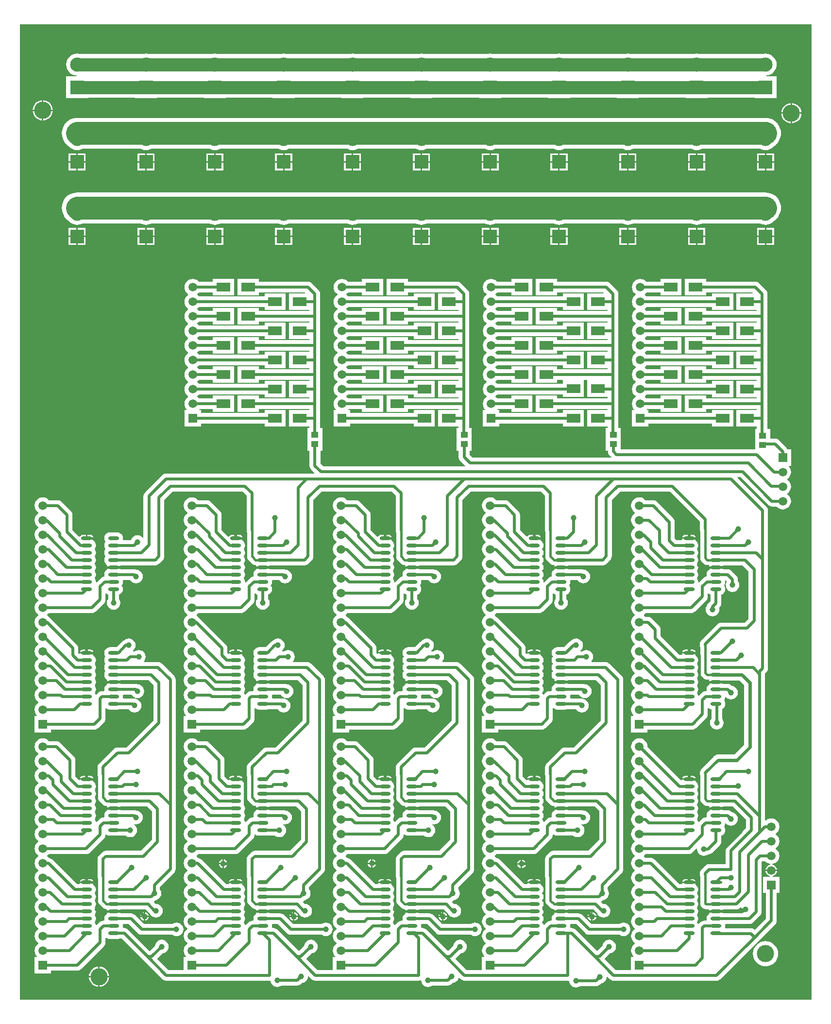
<source format=gtl>
G04*
G04 #@! TF.GenerationSoftware,Altium Limited,Altium Designer,18.0.9 (584)*
G04*
G04 Layer_Physical_Order=1*
G04 Layer_Color=255*
%FSLAX25Y25*%
%MOIN*%
G70*
G01*
G75*
%ADD10R,0.09173X0.06142*%
%ADD11R,0.05118X0.03937*%
%ADD12O,0.07480X0.02362*%
%ADD13C,0.09055*%
%ADD14C,0.15748*%
%ADD15C,0.01968*%
%ADD16C,0.01575*%
%ADD17C,0.00000*%
%ADD18C,0.02362*%
%ADD19C,0.06000*%
%ADD20R,0.09744X0.09744*%
%ADD21C,0.09744*%
%ADD22C,0.05906*%
%ADD23R,0.05906X0.05906*%
%ADD24C,0.11811*%
%ADD25C,0.03937*%
G36*
X-0Y0D02*
X543307D01*
Y669291D01*
X-0D01*
Y0D01*
D02*
G37*
%LPC*%
G36*
X39370Y649239D02*
X40850Y649093D01*
X41511Y648893D01*
X84474D01*
X85134Y649093D01*
X86614Y649239D01*
X88094Y649093D01*
X88755Y648893D01*
X131718D01*
X132378Y649093D01*
X133858Y649239D01*
X135338Y649093D01*
X135999Y648893D01*
X178962D01*
X179622Y649093D01*
X181102Y649239D01*
X182582Y649093D01*
X183243Y648893D01*
X226206D01*
X226867Y649093D01*
X228346Y649239D01*
X229826Y649093D01*
X230487Y648893D01*
X273450D01*
X274111Y649093D01*
X275590Y649239D01*
X277070Y649093D01*
X277731Y648893D01*
X320694D01*
X321355Y649093D01*
X322835Y649239D01*
X324314Y649093D01*
X324975Y648893D01*
X367938D01*
X368599Y649093D01*
X370079Y649239D01*
X371559Y649093D01*
X372219Y648893D01*
X415182D01*
X415843Y649093D01*
X417323Y649239D01*
X418803Y649093D01*
X419463Y648893D01*
X462426D01*
X463087Y649093D01*
X464567Y649239D01*
X466047Y649093D01*
X466707Y648893D01*
X509670D01*
X510331Y649093D01*
X511811Y649239D01*
X513291Y649093D01*
X514714Y648662D01*
X516025Y647961D01*
X517175Y647017D01*
X518118Y645868D01*
X518819Y644557D01*
X519251Y643133D01*
X519397Y641653D01*
X519251Y640174D01*
X518819Y638751D01*
X518118Y637439D01*
X517175Y636290D01*
X516025Y635346D01*
X514714Y634645D01*
X513291Y634214D01*
X512262Y634112D01*
X512286Y633612D01*
X519360D01*
Y618514D01*
X504262D01*
Y618823D01*
X472116D01*
Y618514D01*
X457018D01*
Y618823D01*
X424872D01*
Y618514D01*
X409774D01*
Y618823D01*
X377628D01*
Y618514D01*
X362529D01*
Y618823D01*
X330384D01*
Y618514D01*
X315285D01*
Y618823D01*
X283140D01*
Y618514D01*
X268041D01*
Y618823D01*
X235896D01*
Y618514D01*
X220797D01*
Y618823D01*
X188652D01*
Y618514D01*
X173553D01*
Y618823D01*
X141408D01*
Y618514D01*
X126309D01*
Y618823D01*
X94163D01*
Y618514D01*
X79065D01*
Y618823D01*
X46919D01*
Y618514D01*
X31821D01*
Y633612D01*
X38895D01*
X38919Y634112D01*
X37890Y634214D01*
X36467Y634645D01*
X35156Y635346D01*
X34006Y636290D01*
X33063Y637439D01*
X32362Y638751D01*
X31930Y640174D01*
X31784Y641653D01*
X31930Y643133D01*
X32362Y644557D01*
X33063Y645868D01*
X34006Y647017D01*
X35156Y647961D01*
X36467Y648662D01*
X37890Y649093D01*
X39370Y649239D01*
D02*
G37*
G36*
X15248Y617126D02*
Y610736D01*
X8858D01*
X8942Y611590D01*
X9337Y612892D01*
X9979Y614091D01*
X10842Y615143D01*
X11893Y616006D01*
X13093Y616647D01*
X14394Y617042D01*
X15248Y617126D01*
D02*
G37*
G36*
X16248D02*
X17102Y617042D01*
X18403Y616647D01*
X19603Y616006D01*
X20655Y615143D01*
X21518Y614091D01*
X22159Y612892D01*
X22554Y611590D01*
X22638Y610736D01*
X16248D01*
Y617126D01*
D02*
G37*
G36*
X529028Y615157D02*
Y608768D01*
X522638D01*
X522722Y609621D01*
X523117Y610923D01*
X523758Y612123D01*
X524621Y613174D01*
X525672Y614037D01*
X526872Y614678D01*
X528174Y615073D01*
X529028Y615157D01*
D02*
G37*
G36*
X530027D02*
X530881Y615073D01*
X532183Y614678D01*
X533383Y614037D01*
X534434Y613174D01*
X535297Y612123D01*
X535938Y610923D01*
X536333Y609621D01*
X536417Y608768D01*
X530027D01*
Y615157D01*
D02*
G37*
G36*
X8858Y609736D02*
X15248D01*
Y603347D01*
X14394Y603431D01*
X13093Y603826D01*
X11893Y604467D01*
X10842Y605330D01*
X9979Y606381D01*
X9337Y607581D01*
X8942Y608883D01*
X8858Y609736D01*
D02*
G37*
G36*
X16248D02*
X22638D01*
X22554Y608883D01*
X22159Y607581D01*
X21518Y606381D01*
X20655Y605330D01*
X19603Y604467D01*
X18403Y603826D01*
X17102Y603431D01*
X16248Y603347D01*
Y609736D01*
D02*
G37*
G36*
X522638Y607768D02*
X529028D01*
Y601378D01*
X528174Y601462D01*
X526872Y601857D01*
X525672Y602498D01*
X524621Y603361D01*
X523758Y604413D01*
X523117Y605612D01*
X522722Y606914D01*
X522638Y607768D01*
D02*
G37*
G36*
X530027D02*
X536417D01*
X536333Y606914D01*
X535938Y605612D01*
X535297Y604413D01*
X534434Y603361D01*
X533383Y602498D01*
X532183Y601857D01*
X530881Y601462D01*
X530027Y601378D01*
Y607768D01*
D02*
G37*
G36*
X39370Y605072D02*
X511811D01*
X513467Y604942D01*
X515082Y604554D01*
X516616Y603918D01*
X518032Y603051D01*
X519295Y601972D01*
X520373Y600709D01*
X521241Y599293D01*
X521877Y597759D01*
X522264Y596144D01*
X522395Y594488D01*
X522264Y592833D01*
X521877Y591218D01*
X521241Y589683D01*
X520373Y588267D01*
X519295Y587004D01*
X518032Y585926D01*
X517657Y585696D01*
X517175Y585109D01*
X516025Y584165D01*
X514714Y583464D01*
X513291Y583033D01*
X511811Y582887D01*
X510331Y583033D01*
X508908Y583464D01*
X508084Y583904D01*
X468294D01*
X467470Y583464D01*
X466047Y583033D01*
X464567Y582887D01*
X463087Y583033D01*
X461664Y583464D01*
X460840Y583904D01*
X421049D01*
X420226Y583464D01*
X418803Y583033D01*
X417323Y582887D01*
X415843Y583033D01*
X414420Y583464D01*
X413596Y583904D01*
X373805D01*
X372982Y583464D01*
X371559Y583033D01*
X370079Y582887D01*
X368599Y583033D01*
X367176Y583464D01*
X366352Y583904D01*
X326561D01*
X325738Y583464D01*
X324314Y583033D01*
X322835Y582887D01*
X321355Y583033D01*
X319932Y583464D01*
X319108Y583904D01*
X279317D01*
X278493Y583464D01*
X277070Y583033D01*
X275590Y582887D01*
X274111Y583033D01*
X272688Y583464D01*
X271864Y583904D01*
X232073D01*
X231249Y583464D01*
X229826Y583033D01*
X228346Y582887D01*
X226867Y583033D01*
X225444Y583464D01*
X224620Y583904D01*
X184829D01*
X184005Y583464D01*
X182582Y583033D01*
X181102Y582887D01*
X179622Y583033D01*
X178199Y583464D01*
X177376Y583904D01*
X137585D01*
X136761Y583464D01*
X135338Y583033D01*
X133858Y582887D01*
X132378Y583033D01*
X130955Y583464D01*
X130132Y583904D01*
X90341D01*
X89517Y583464D01*
X88094Y583033D01*
X86614Y582887D01*
X85134Y583033D01*
X83711Y583464D01*
X82888Y583904D01*
X43097D01*
X42273Y583464D01*
X40850Y583033D01*
X39370Y582887D01*
X37890Y583033D01*
X36467Y583464D01*
X35156Y584165D01*
X34006Y585109D01*
X33524Y585696D01*
X33149Y585926D01*
X31886Y587004D01*
X30808Y588267D01*
X29940Y589683D01*
X29304Y591218D01*
X28917Y592833D01*
X28786Y594488D01*
X28917Y596144D01*
X29304Y597759D01*
X29940Y599293D01*
X30808Y600709D01*
X31886Y601972D01*
X33149Y603051D01*
X34565Y603918D01*
X36099Y604554D01*
X37714Y604942D01*
X39370Y605072D01*
D02*
G37*
G36*
X175230Y580754D02*
X180602D01*
Y575382D01*
X175230D01*
Y580754D01*
D02*
G37*
G36*
X316963D02*
X322335D01*
Y575382D01*
X316963D01*
Y580754D01*
D02*
G37*
G36*
X458695D02*
X464067D01*
Y575382D01*
X458695D01*
Y580754D01*
D02*
G37*
G36*
X181602D02*
X186974D01*
Y575382D01*
X181602D01*
Y580754D01*
D02*
G37*
G36*
X323335D02*
X328707D01*
Y575382D01*
X323335D01*
Y580754D01*
D02*
G37*
G36*
X465067D02*
X470439D01*
Y575382D01*
X465067D01*
Y580754D01*
D02*
G37*
G36*
X80742D02*
X86114D01*
Y575382D01*
X80742D01*
Y580754D01*
D02*
G37*
G36*
X222474D02*
X227846D01*
Y575382D01*
X222474D01*
Y580754D01*
D02*
G37*
G36*
X411451D02*
X416823D01*
Y575382D01*
X411451D01*
Y580754D01*
D02*
G37*
G36*
X505939D02*
X511311D01*
Y575382D01*
X505939D01*
Y580754D01*
D02*
G37*
G36*
X417823D02*
X423195D01*
Y575382D01*
X417823D01*
Y580754D01*
D02*
G37*
G36*
X512311D02*
X517683D01*
Y575382D01*
X512311D01*
Y580754D01*
D02*
G37*
G36*
X87114D02*
X92486D01*
Y575382D01*
X87114D01*
Y580754D01*
D02*
G37*
G36*
X228846D02*
X234219D01*
Y575382D01*
X228846D01*
Y580754D01*
D02*
G37*
G36*
X127986D02*
X133358D01*
Y575382D01*
X127986D01*
Y580754D01*
D02*
G37*
G36*
X364207D02*
X369579D01*
Y575382D01*
X364207D01*
Y580754D01*
D02*
G37*
G36*
X134358D02*
X139730D01*
Y575382D01*
X134358D01*
Y580754D01*
D02*
G37*
G36*
X370579D02*
X375951D01*
Y575382D01*
X370579D01*
Y580754D01*
D02*
G37*
G36*
X33498D02*
X38870D01*
Y575382D01*
X33498D01*
Y580754D01*
D02*
G37*
G36*
X269719D02*
X275091D01*
Y575382D01*
X269719D01*
Y580754D01*
D02*
G37*
G36*
X276091D02*
X281463D01*
Y575382D01*
X276091D01*
Y580754D01*
D02*
G37*
G36*
X39870D02*
X45242D01*
Y575382D01*
X39870D01*
Y580754D01*
D02*
G37*
G36*
X33498Y574382D02*
X38870D01*
Y569010D01*
X33498D01*
Y574382D01*
D02*
G37*
G36*
X39870D02*
X45242D01*
Y569010D01*
X39870D01*
Y574382D01*
D02*
G37*
G36*
X80742Y574382D02*
X86114D01*
Y569010D01*
X80742D01*
Y574382D01*
D02*
G37*
G36*
X87114D02*
X92486D01*
Y569010D01*
X87114D01*
Y574382D01*
D02*
G37*
G36*
X127986Y574382D02*
X133358D01*
Y569010D01*
X127986D01*
Y574382D01*
D02*
G37*
G36*
X134358D02*
X139730D01*
Y569010D01*
X134358D01*
Y574382D01*
D02*
G37*
G36*
X175230Y574382D02*
X180602D01*
Y569010D01*
X175230D01*
Y574382D01*
D02*
G37*
G36*
X181602D02*
X186974D01*
Y569010D01*
X181602D01*
Y574382D01*
D02*
G37*
G36*
X222474Y574382D02*
X227846D01*
Y569010D01*
X222474D01*
Y574382D01*
D02*
G37*
G36*
X228846D02*
X234219D01*
Y569010D01*
X228846D01*
Y574382D01*
D02*
G37*
G36*
X269719Y574382D02*
X275091D01*
Y569010D01*
X269719D01*
Y574382D01*
D02*
G37*
G36*
X276091D02*
X281463D01*
Y569010D01*
X276091D01*
Y574382D01*
D02*
G37*
G36*
X316963Y574382D02*
X322335D01*
Y569010D01*
X316963D01*
Y574382D01*
D02*
G37*
G36*
X323335D02*
X328707D01*
Y569010D01*
X323335D01*
Y574382D01*
D02*
G37*
G36*
X364207Y574382D02*
X369579D01*
Y569010D01*
X364207D01*
Y574382D01*
D02*
G37*
G36*
X370579D02*
X375951D01*
Y569010D01*
X370579D01*
Y574382D01*
D02*
G37*
G36*
X411451Y574382D02*
X416823D01*
Y569010D01*
X411451D01*
Y574382D01*
D02*
G37*
G36*
X417823D02*
X423195D01*
Y569010D01*
X417823D01*
Y574382D01*
D02*
G37*
G36*
X458695Y574382D02*
X464067D01*
Y569010D01*
X458695D01*
Y574382D01*
D02*
G37*
G36*
X465067D02*
X470439D01*
Y569010D01*
X465067D01*
Y574382D01*
D02*
G37*
G36*
X505939Y574382D02*
X511311D01*
Y569010D01*
X505939D01*
Y574382D01*
D02*
G37*
G36*
X512311D02*
X517683D01*
Y569010D01*
X512311D01*
Y574382D01*
D02*
G37*
G36*
X39370Y553891D02*
X511811D01*
X513467Y553761D01*
X515082Y553373D01*
X516616Y552737D01*
X518032Y551870D01*
X519295Y550791D01*
X520373Y549528D01*
X521241Y548112D01*
X521877Y546578D01*
X522264Y544963D01*
X522395Y543307D01*
X522264Y541651D01*
X521877Y540036D01*
X521241Y538502D01*
X520373Y537086D01*
X519295Y535823D01*
X518032Y534745D01*
X517657Y534515D01*
X517175Y533927D01*
X516025Y532984D01*
X514714Y532283D01*
X513291Y531851D01*
X511811Y531706D01*
X510331Y531851D01*
X508908Y532283D01*
X508084Y532723D01*
X468294D01*
X467470Y532283D01*
X466047Y531851D01*
X464567Y531706D01*
X463087Y531851D01*
X461664Y532283D01*
X460840Y532723D01*
X421049D01*
X420226Y532283D01*
X418803Y531851D01*
X417323Y531706D01*
X415843Y531851D01*
X414420Y532283D01*
X413596Y532723D01*
X373805D01*
X372982Y532283D01*
X371559Y531851D01*
X370079Y531706D01*
X368599Y531851D01*
X367176Y532283D01*
X366352Y532723D01*
X326561D01*
X325738Y532283D01*
X324314Y531851D01*
X322835Y531706D01*
X321355Y531851D01*
X319932Y532283D01*
X319108Y532723D01*
X279317D01*
X278493Y532283D01*
X277070Y531851D01*
X275590Y531706D01*
X274111Y531851D01*
X272688Y532283D01*
X271864Y532723D01*
X232073D01*
X231249Y532283D01*
X229826Y531851D01*
X228346Y531706D01*
X226867Y531851D01*
X225444Y532283D01*
X224620Y532723D01*
X184829D01*
X184005Y532283D01*
X182582Y531851D01*
X181102Y531706D01*
X179622Y531851D01*
X178199Y532283D01*
X177376Y532723D01*
X137585D01*
X136761Y532283D01*
X135338Y531851D01*
X133858Y531706D01*
X132378Y531851D01*
X130955Y532283D01*
X130132Y532723D01*
X90341D01*
X89517Y532283D01*
X88094Y531851D01*
X86614Y531706D01*
X85134Y531851D01*
X83711Y532283D01*
X82888Y532723D01*
X43097D01*
X42273Y532283D01*
X40850Y531851D01*
X39370Y531706D01*
X37890Y531851D01*
X36467Y532283D01*
X35156Y532984D01*
X34006Y533927D01*
X33524Y534515D01*
X33149Y534745D01*
X31886Y535823D01*
X30808Y537086D01*
X29940Y538502D01*
X29304Y540036D01*
X28917Y541651D01*
X28786Y543307D01*
X28917Y544963D01*
X29304Y546578D01*
X29940Y548112D01*
X30808Y549528D01*
X31886Y550791D01*
X33149Y551870D01*
X34565Y552737D01*
X36099Y553373D01*
X37714Y553761D01*
X39370Y553891D01*
D02*
G37*
G36*
X175230Y529573D02*
X180602D01*
Y524201D01*
X175230D01*
Y529573D01*
D02*
G37*
G36*
X316963D02*
X322335D01*
Y524201D01*
X316963D01*
Y529573D01*
D02*
G37*
G36*
X458695D02*
X464067D01*
Y524201D01*
X458695D01*
Y529573D01*
D02*
G37*
G36*
X323335D02*
X328707D01*
Y524201D01*
X323335D01*
Y529573D01*
D02*
G37*
G36*
X465067D02*
X470439D01*
Y524201D01*
X465067D01*
Y529573D01*
D02*
G37*
G36*
X181602D02*
X186974D01*
Y524201D01*
X181602D01*
Y529573D01*
D02*
G37*
G36*
X80742D02*
X86114D01*
Y524201D01*
X80742D01*
Y529573D01*
D02*
G37*
G36*
X222474D02*
X227846D01*
Y524201D01*
X222474D01*
Y529573D01*
D02*
G37*
G36*
X411451D02*
X416823D01*
Y524201D01*
X411451D01*
Y529573D01*
D02*
G37*
G36*
X505939D02*
X511311D01*
Y524201D01*
X505939D01*
Y529573D01*
D02*
G37*
G36*
X87114D02*
X92486D01*
Y524201D01*
X87114D01*
Y529573D01*
D02*
G37*
G36*
X417823D02*
X423195D01*
Y524201D01*
X417823D01*
Y529573D01*
D02*
G37*
G36*
X228846D02*
X234219D01*
Y524201D01*
X228846D01*
Y529573D01*
D02*
G37*
G36*
X512311D02*
X517683D01*
Y524201D01*
X512311D01*
Y529573D01*
D02*
G37*
G36*
X127986D02*
X133358D01*
Y524201D01*
X127986D01*
Y529573D01*
D02*
G37*
G36*
X364207D02*
X369579D01*
Y524201D01*
X364207D01*
Y529573D01*
D02*
G37*
G36*
X134358D02*
X139730D01*
Y524201D01*
X134358D01*
Y529573D01*
D02*
G37*
G36*
X370579D02*
X375951D01*
Y524201D01*
X370579D01*
Y529573D01*
D02*
G37*
G36*
X33498D02*
X38870D01*
Y524201D01*
X33498D01*
Y529573D01*
D02*
G37*
G36*
X269719D02*
X275091D01*
Y524201D01*
X269719D01*
Y529573D01*
D02*
G37*
G36*
X39870D02*
X45242D01*
Y524201D01*
X39870D01*
Y529573D01*
D02*
G37*
G36*
X276091D02*
X281463D01*
Y524201D01*
X276091D01*
Y529573D01*
D02*
G37*
G36*
X33498Y523201D02*
X38870D01*
Y517829D01*
X33498D01*
Y523201D01*
D02*
G37*
G36*
X39870D02*
X45242D01*
Y517829D01*
X39870D01*
Y523201D01*
D02*
G37*
G36*
X80742Y523201D02*
X86114D01*
Y517829D01*
X80742D01*
Y523201D01*
D02*
G37*
G36*
X87114D02*
X92486D01*
Y517829D01*
X87114D01*
Y523201D01*
D02*
G37*
G36*
X127986Y523201D02*
X133358D01*
Y517829D01*
X127986D01*
Y523201D01*
D02*
G37*
G36*
X134358D02*
X139730D01*
Y517829D01*
X134358D01*
Y523201D01*
D02*
G37*
G36*
X175230Y523201D02*
X180602D01*
Y517829D01*
X175230D01*
Y523201D01*
D02*
G37*
G36*
X181602D02*
X186974D01*
Y517829D01*
X181602D01*
Y523201D01*
D02*
G37*
G36*
X222474Y523201D02*
X227846D01*
Y517829D01*
X222474D01*
Y523201D01*
D02*
G37*
G36*
X228846D02*
X234219D01*
Y517829D01*
X228846D01*
Y523201D01*
D02*
G37*
G36*
X269719Y523201D02*
X275091D01*
Y517829D01*
X269719D01*
Y523201D01*
D02*
G37*
G36*
X276091D02*
X281463D01*
Y517829D01*
X276091D01*
Y523201D01*
D02*
G37*
G36*
X316963Y523201D02*
X322335D01*
Y517829D01*
X316963D01*
Y523201D01*
D02*
G37*
G36*
X323335D02*
X328707D01*
Y517829D01*
X323335D01*
Y523201D01*
D02*
G37*
G36*
X364207Y523201D02*
X369579D01*
Y517829D01*
X364207D01*
Y523201D01*
D02*
G37*
G36*
X370579D02*
X375951D01*
Y517829D01*
X370579D01*
Y523201D01*
D02*
G37*
G36*
X411451Y523201D02*
X416823D01*
Y517829D01*
X411451D01*
Y523201D01*
D02*
G37*
G36*
X417823D02*
X423195D01*
Y517829D01*
X417823D01*
Y523201D01*
D02*
G37*
G36*
X458695Y523201D02*
X464067D01*
Y517829D01*
X458695D01*
Y523201D01*
D02*
G37*
G36*
X465067D02*
X470439D01*
Y517829D01*
X465067D01*
Y523201D01*
D02*
G37*
G36*
X505939Y523201D02*
X511311D01*
Y517829D01*
X505939D01*
Y523201D01*
D02*
G37*
G36*
X512311D02*
X517683D01*
Y517829D01*
X512311D01*
Y523201D01*
D02*
G37*
G36*
X149390Y494665D02*
X163917D01*
Y492610D01*
X197795D01*
X198751Y492485D01*
X199642Y492116D01*
X200407Y491529D01*
X204974Y486962D01*
X205560Y486197D01*
X205929Y485306D01*
X206055Y484350D01*
Y392244D01*
X207795D01*
Y382953D01*
Y376654D01*
X206252D01*
Y367868D01*
X208223Y365898D01*
X305392Y365898D01*
X305583Y366360D01*
X302310Y369633D01*
X301723Y370398D01*
X301354Y371288D01*
X301228Y372244D01*
Y376654D01*
X299685D01*
Y382953D01*
Y392244D01*
X301031D01*
Y393169D01*
X287185D01*
Y404665D01*
X301031D01*
Y405224D01*
X266279D01*
Y403169D01*
X251752D01*
Y414665D01*
X266279D01*
Y412610D01*
X301031D01*
Y413169D01*
X287185D01*
Y424665D01*
X301031D01*
Y425224D01*
X266279D01*
Y423169D01*
X251752D01*
Y434665D01*
X266279D01*
Y432610D01*
X301031D01*
Y433169D01*
X287185D01*
Y444665D01*
X301031D01*
Y445224D01*
X266279D01*
Y443169D01*
X251752D01*
Y454665D01*
X266279D01*
Y452610D01*
X301031D01*
Y453169D01*
X287185D01*
Y464665D01*
X301031D01*
Y465224D01*
X266279D01*
Y463169D01*
X251752D01*
Y474665D01*
X266279D01*
Y472610D01*
X301031D01*
Y473169D01*
X287185D01*
Y484665D01*
X297996D01*
X298263Y485165D01*
X298224Y485224D01*
X266279D01*
Y483169D01*
X251752D01*
Y494665D01*
X266279D01*
Y492610D01*
X300157D01*
X301113Y492485D01*
X302004Y492116D01*
X302769Y491529D01*
X307336Y486962D01*
X307923Y486197D01*
X308292Y485306D01*
X308417Y484350D01*
Y392244D01*
X310157D01*
Y382953D01*
Y376654D01*
X308614D01*
Y373774D01*
X310585Y371803D01*
X405785Y371803D01*
X405977Y372265D01*
X404672Y373570D01*
X404085Y374335D01*
X403716Y375225D01*
X403590Y376181D01*
Y376654D01*
X402047D01*
Y382953D01*
Y392244D01*
X403394D01*
Y393169D01*
X389547D01*
Y404665D01*
X403394D01*
Y405224D01*
X368642D01*
Y403169D01*
X354114D01*
Y414665D01*
X368642D01*
Y412610D01*
X403394D01*
Y413543D01*
X389547D01*
Y425039D01*
X389124Y425224D01*
X387648D01*
X387224Y425039D01*
X387224Y424724D01*
Y413543D01*
X372697D01*
Y415224D01*
X327688D01*
X327441Y414902D01*
X326568Y414232D01*
Y413603D01*
X327441Y412933D01*
X327688Y412610D01*
X337264D01*
Y414665D01*
X351791D01*
Y403169D01*
X337264D01*
Y405224D01*
X328020D01*
X327898Y405047D01*
X328161Y404547D01*
X329055D01*
Y402610D01*
X372697D01*
Y404665D01*
X387224D01*
Y393169D01*
X372697D01*
Y395224D01*
X329055D01*
Y393287D01*
X317795D01*
Y404547D01*
X319100D01*
X319298Y405047D01*
X318508Y406078D01*
X317940Y407448D01*
X317747Y408917D01*
X317940Y410387D01*
X318508Y411757D01*
X319410Y412933D01*
X320283Y413603D01*
Y414232D01*
X319410Y414902D01*
X318508Y416078D01*
X317940Y417448D01*
X317747Y418917D01*
X317940Y420387D01*
X318508Y421757D01*
X319410Y422933D01*
X320283Y423603D01*
Y424232D01*
X319410Y424902D01*
X318508Y426078D01*
X317940Y427448D01*
X317747Y428917D01*
X317940Y430387D01*
X318508Y431757D01*
X319410Y432933D01*
X320283Y433603D01*
Y434232D01*
X319410Y434902D01*
X318508Y436078D01*
X317940Y437448D01*
X317747Y438917D01*
X317940Y440387D01*
X318508Y441757D01*
X319410Y442933D01*
X320283Y443603D01*
Y444232D01*
X319410Y444902D01*
X318508Y446078D01*
X317940Y447448D01*
X317747Y448917D01*
X317940Y450387D01*
X318508Y451757D01*
X319410Y452933D01*
X320283Y453603D01*
Y454232D01*
X319410Y454902D01*
X318508Y456078D01*
X317940Y457448D01*
X317747Y458917D01*
X317940Y460387D01*
X318508Y461757D01*
X319410Y462933D01*
X320283Y463603D01*
Y464232D01*
X319410Y464902D01*
X318508Y466078D01*
X317940Y467448D01*
X317747Y468917D01*
X317940Y470387D01*
X318508Y471757D01*
X319410Y472933D01*
X320283Y473603D01*
Y474232D01*
X319410Y474902D01*
X318508Y476078D01*
X317940Y477448D01*
X317747Y478917D01*
X317940Y480387D01*
X318508Y481757D01*
X319410Y482933D01*
X320283Y483603D01*
Y484232D01*
X319410Y484902D01*
X318508Y486078D01*
X317940Y487448D01*
X317747Y488917D01*
X317940Y490387D01*
X318508Y491757D01*
X319410Y492933D01*
X320586Y493835D01*
X321955Y494402D01*
X323425Y494596D01*
X324895Y494402D01*
X326264Y493835D01*
X327441Y492933D01*
X327688Y492610D01*
X337264D01*
Y494665D01*
X351791D01*
Y483169D01*
X337264D01*
Y485224D01*
X327688D01*
X327441Y484902D01*
X326568Y484232D01*
Y483603D01*
X327441Y482933D01*
X327688Y482610D01*
X372697D01*
Y484665D01*
X387224D01*
Y473169D01*
X372697D01*
Y475224D01*
X327688D01*
X327441Y474902D01*
X326568Y474232D01*
Y473603D01*
X327441Y472933D01*
X327688Y472610D01*
X337264D01*
Y474665D01*
X351791D01*
Y463169D01*
X337264D01*
Y465224D01*
X327688D01*
X327441Y464902D01*
X326568Y464232D01*
Y463603D01*
X327441Y462933D01*
X327688Y462610D01*
X372697D01*
Y464665D01*
X387224D01*
Y453169D01*
X372697D01*
Y455224D01*
X327688D01*
X327441Y454902D01*
X326568Y454232D01*
Y453603D01*
X327441Y452933D01*
X327688Y452610D01*
X337264D01*
Y454665D01*
X351791D01*
Y443169D01*
X337264D01*
Y445224D01*
X327688D01*
X327441Y444902D01*
X326568Y444232D01*
Y443603D01*
X327441Y442933D01*
X327688Y442610D01*
X372697D01*
Y444665D01*
X387224D01*
Y433169D01*
X372697D01*
Y435224D01*
X327688D01*
X327441Y434902D01*
X326568Y434232D01*
Y433603D01*
X327441Y432933D01*
X327688Y432610D01*
X337264D01*
Y434665D01*
X351791D01*
Y423169D01*
X337264D01*
Y425224D01*
X327688D01*
X327441Y424902D01*
X326568Y424232D01*
Y423603D01*
X327441Y422933D01*
X327688Y422610D01*
X372697D01*
X372697Y425039D01*
X372273Y425224D01*
X368642D01*
Y423169D01*
X354114D01*
Y434665D01*
X368642D01*
Y432610D01*
X403394D01*
Y433169D01*
X389547D01*
Y444665D01*
X403394D01*
Y445224D01*
X368642D01*
Y443169D01*
X354114D01*
Y454665D01*
X368642D01*
Y452610D01*
X403394D01*
Y453169D01*
X389547D01*
Y464665D01*
X403394D01*
Y465224D01*
X368642D01*
Y463169D01*
X354114D01*
Y474665D01*
X368642D01*
Y472610D01*
X403394D01*
Y473169D01*
X389547D01*
Y484665D01*
X400358D01*
X400625Y485165D01*
X400586Y485224D01*
X368642D01*
Y483169D01*
X354114D01*
Y494665D01*
X368642D01*
Y492610D01*
X402520D01*
X403476Y492485D01*
X404366Y492116D01*
X405131Y491529D01*
X409698Y486962D01*
X410285Y486197D01*
X410654Y485306D01*
X410780Y484350D01*
Y392244D01*
X412520D01*
Y382953D01*
Y377709D01*
X504606Y377709D01*
Y382362D01*
Y391653D01*
X505756D01*
Y393169D01*
X491909D01*
Y404665D01*
X505756D01*
Y405224D01*
X471004D01*
Y403169D01*
X456476D01*
Y414665D01*
X471004D01*
Y412610D01*
X505756D01*
Y413169D01*
X491909D01*
Y424665D01*
X505756D01*
Y425224D01*
X471004D01*
Y423169D01*
X456476D01*
Y434665D01*
X471004D01*
Y432610D01*
X505756D01*
Y433169D01*
X491909D01*
Y444665D01*
X505756D01*
Y445224D01*
X471004D01*
Y443169D01*
X456476D01*
Y454665D01*
X471004D01*
Y452610D01*
X505756D01*
Y453169D01*
X491909D01*
Y464665D01*
X505756D01*
Y465224D01*
X471004D01*
Y463169D01*
X456476D01*
Y474665D01*
X471004D01*
Y472610D01*
X505756D01*
Y473169D01*
X491909D01*
Y484665D01*
X502720D01*
X502988Y485165D01*
X502948Y485224D01*
X471004D01*
Y483169D01*
X456476D01*
Y494665D01*
X471004D01*
Y492610D01*
X504882D01*
X505838Y492485D01*
X506728Y492116D01*
X507493Y491529D01*
X512060Y486962D01*
X512647Y486197D01*
X513016Y485306D01*
X513142Y484350D01*
Y391653D01*
X515079D01*
Y384992D01*
X518307D01*
X519263Y384866D01*
X520154Y384497D01*
X520918Y383911D01*
X526233Y378596D01*
X526820Y377831D01*
X526884Y377677D01*
X529252D01*
Y366417D01*
X527947D01*
X527749Y365917D01*
X528540Y364886D01*
X529107Y363517D01*
X529300Y362047D01*
X529107Y360578D01*
X528540Y359208D01*
X527637Y358032D01*
X526764Y357362D01*
Y356733D01*
X527637Y356063D01*
X528540Y354887D01*
X529107Y353517D01*
X529300Y352047D01*
X529107Y350578D01*
X528540Y349208D01*
X527637Y348032D01*
X526764Y347362D01*
Y346732D01*
X527637Y346063D01*
X528540Y344886D01*
X529107Y343517D01*
X529300Y342047D01*
X529107Y340578D01*
X528540Y339208D01*
X527637Y338032D01*
X526461Y337129D01*
X525092Y336562D01*
X523622Y336369D01*
X522152Y336562D01*
X520783Y337129D01*
X519607Y338032D01*
X519359Y338354D01*
X516220D01*
X515265Y338480D01*
X514374Y338849D01*
X513609Y339436D01*
X513609Y339436D01*
X494533Y358512D01*
X492837D01*
X492645Y358050D01*
X512454Y338241D01*
X513041Y337476D01*
X513410Y336586D01*
X513535Y335630D01*
Y302165D01*
Y227362D01*
X513410Y226406D01*
X513041Y225516D01*
X512454Y224751D01*
X511567Y223864D01*
Y223425D01*
Y125984D01*
Y123259D01*
X512067Y123012D01*
X512909Y123658D01*
X514278Y124225D01*
X515748Y124419D01*
X517218Y124225D01*
X518587Y123658D01*
X519763Y122756D01*
X520666Y121579D01*
X521233Y120210D01*
X521426Y118740D01*
X521233Y117271D01*
X520666Y115901D01*
X519763Y114725D01*
X518890Y114055D01*
Y113425D01*
X519763Y112756D01*
X520666Y111579D01*
X521233Y110210D01*
X521426Y108740D01*
X521233Y107271D01*
X520666Y105901D01*
X519763Y104725D01*
X518890Y104055D01*
Y103425D01*
X519763Y102755D01*
X520666Y101579D01*
X521233Y100210D01*
X521426Y98740D01*
X521233Y97271D01*
X520666Y95901D01*
X519763Y94725D01*
X518587Y93822D01*
X517218Y93255D01*
X516392Y93147D01*
Y92642D01*
X516780Y92591D01*
X517741Y92193D01*
X518567Y91559D01*
X519201Y90734D01*
X519599Y89772D01*
X519669Y89240D01*
X515748D01*
X511827D01*
X511897Y89772D01*
X512295Y90734D01*
X512929Y91559D01*
X513755Y92193D01*
X514716Y92591D01*
X515104Y92642D01*
Y93147D01*
X514278Y93255D01*
X512909Y93822D01*
X511733Y94725D01*
X511485Y95047D01*
X509719D01*
X509225Y94553D01*
Y70256D01*
Y60413D01*
X509099Y59458D01*
X508730Y58567D01*
X508143Y57802D01*
X503222Y52881D01*
X502457Y52294D01*
X501566Y51925D01*
X501088Y51862D01*
X500610Y51799D01*
X484434D01*
X484100Y51299D01*
X484206Y50492D01*
X484074Y49485D01*
X484032Y49384D01*
X484310Y48969D01*
X501772D01*
X502728Y48843D01*
X503618Y48474D01*
X504324Y47932D01*
X509446Y53054D01*
X512055Y55664D01*
Y73110D01*
X510118D01*
Y84370D01*
X514828D01*
X514861Y84870D01*
X514716Y84889D01*
X513755Y85287D01*
X512929Y85921D01*
X512295Y86747D01*
X511897Y87708D01*
X511827Y88240D01*
X515748D01*
X519669D01*
X519599Y87708D01*
X519201Y86747D01*
X518567Y85921D01*
X517741Y85287D01*
X516780Y84889D01*
X516635Y84870D01*
X516668Y84370D01*
X521378D01*
Y73110D01*
X519441D01*
Y54134D01*
X519315Y53178D01*
X518946Y52287D01*
X518359Y51522D01*
X514668Y47832D01*
X514668Y47831D01*
X507287Y40450D01*
X506942Y40105D01*
X480859Y14022D01*
X480094Y13436D01*
X479204Y13067D01*
X478248Y12941D01*
X407579D01*
X406623Y13067D01*
X405732Y13436D01*
X404967Y14022D01*
X403277Y15713D01*
X402794Y15488D01*
X402656Y14437D01*
X402188Y13307D01*
X401443Y12336D01*
X400473Y11592D01*
X399343Y11124D01*
X398748Y11045D01*
X398084Y10381D01*
X397319Y9794D01*
X396428Y9425D01*
X395472Y9299D01*
X384511D01*
X384036Y8934D01*
X382906Y8466D01*
X381693Y8306D01*
X380480Y8466D01*
X379350Y8934D01*
X378380Y9679D01*
X377635Y10649D01*
X377167Y11779D01*
X377046Y12693D01*
X376588Y13093D01*
X376518Y13110D01*
X375984Y13039D01*
X305118D01*
X304162Y13165D01*
X303272Y13534D01*
X302507Y14121D01*
X301564Y15064D01*
X301091Y14903D01*
X301081Y14830D01*
X300613Y13700D01*
X299868Y12730D01*
X298898Y11985D01*
X297768Y11517D01*
X297174Y11439D01*
X296509Y10774D01*
X295744Y10188D01*
X294853Y9819D01*
X293898Y9693D01*
X282937D01*
X282461Y9328D01*
X281331Y8860D01*
X280118Y8700D01*
X278905Y8860D01*
X277775Y9328D01*
X276805Y10073D01*
X276060Y11043D01*
X275592Y12173D01*
X275483Y12999D01*
X274938Y13314D01*
X274578Y13165D01*
X273622Y13039D01*
X202756D01*
X201800Y13165D01*
X200909Y13534D01*
X200145Y14121D01*
X198291Y15974D01*
X197763Y15795D01*
X197636Y14830D01*
X197168Y13700D01*
X196424Y12730D01*
X195453Y11985D01*
X194323Y11517D01*
X193729Y11439D01*
X193064Y10774D01*
X192299Y10188D01*
X191409Y9819D01*
X190453Y9693D01*
X179492D01*
X179016Y9328D01*
X177886Y8860D01*
X176673Y8700D01*
X175461Y8860D01*
X174330Y9328D01*
X173360Y10073D01*
X172615Y11043D01*
X172147Y12173D01*
X172066Y12789D01*
X171669Y13093D01*
X171260Y13039D01*
X100394D01*
X99438Y13165D01*
X98547Y13534D01*
X97782Y14121D01*
X84987Y26916D01*
X84987Y26916D01*
X70104Y41799D01*
X68095D01*
X67936Y41733D01*
X66929Y41601D01*
X61811D01*
X60804Y41733D01*
X59865Y42122D01*
X59311Y42547D01*
X58811Y42301D01*
Y39370D01*
X58685Y38414D01*
X58316Y37523D01*
X57729Y36759D01*
X41981Y21011D01*
X41216Y20424D01*
X40326Y20055D01*
X39370Y19929D01*
X21378D01*
Y17992D01*
X10118D01*
Y29252D01*
X11423D01*
X11621Y29752D01*
X10830Y30783D01*
X10263Y32152D01*
X10069Y33622D01*
X10263Y35092D01*
X10830Y36461D01*
X11733Y37637D01*
X12606Y38307D01*
Y38937D01*
X11733Y39607D01*
X10830Y40783D01*
X10263Y42152D01*
X10069Y43622D01*
X10263Y45092D01*
X10830Y46461D01*
X11733Y47637D01*
X12606Y48307D01*
Y48937D01*
X11733Y49607D01*
X10830Y50783D01*
X10263Y52152D01*
X10069Y53622D01*
X10263Y55092D01*
X10830Y56461D01*
X11733Y57637D01*
X12606Y58307D01*
Y58937D01*
X11733Y59607D01*
X10830Y60783D01*
X10263Y62152D01*
X10069Y63622D01*
X10263Y65092D01*
X10830Y66461D01*
X11733Y67637D01*
X12606Y68307D01*
Y68937D01*
X11733Y69607D01*
X10830Y70783D01*
X10263Y72152D01*
X10069Y73622D01*
X10263Y75092D01*
X10830Y76461D01*
X11733Y77637D01*
X12606Y78307D01*
Y78937D01*
X11733Y79607D01*
X10830Y80783D01*
X10263Y82152D01*
X10069Y83622D01*
X10263Y85092D01*
X10830Y86461D01*
X11733Y87637D01*
X12606Y88307D01*
Y88937D01*
X11733Y89607D01*
X10830Y90783D01*
X10263Y92152D01*
X10069Y93622D01*
X10263Y95092D01*
X10830Y96461D01*
X11733Y97637D01*
X12606Y98307D01*
Y98937D01*
X11733Y99607D01*
X10830Y100783D01*
X10263Y102152D01*
X10069Y103622D01*
X10263Y105092D01*
X10830Y106461D01*
X11733Y107637D01*
X12606Y108307D01*
Y108937D01*
X11733Y109607D01*
X10830Y110783D01*
X10263Y112152D01*
X10069Y113622D01*
X10263Y115092D01*
X10830Y116461D01*
X11733Y117637D01*
X12606Y118307D01*
Y118937D01*
X11733Y119607D01*
X10830Y120783D01*
X10263Y122152D01*
X10069Y123622D01*
X10263Y125092D01*
X10830Y126461D01*
X11733Y127637D01*
X12606Y128307D01*
Y128937D01*
X11733Y129607D01*
X10830Y130783D01*
X10263Y132152D01*
X10069Y133622D01*
X10263Y135092D01*
X10830Y136461D01*
X11733Y137637D01*
X12606Y138307D01*
Y138937D01*
X11733Y139607D01*
X10830Y140783D01*
X10263Y142152D01*
X10069Y143622D01*
X10263Y145092D01*
X10830Y146461D01*
X11733Y147637D01*
X12606Y148307D01*
Y148937D01*
X11733Y149607D01*
X10830Y150783D01*
X10263Y152152D01*
X10069Y153622D01*
X10263Y155092D01*
X10830Y156461D01*
X11733Y157637D01*
X12606Y158307D01*
Y158937D01*
X11733Y159607D01*
X10830Y160783D01*
X10263Y162152D01*
X10069Y163622D01*
X10263Y165092D01*
X10830Y166461D01*
X11733Y167637D01*
X12606Y168307D01*
Y168937D01*
X11733Y169607D01*
X10830Y170783D01*
X10263Y172152D01*
X10069Y173622D01*
X10263Y175092D01*
X10830Y176461D01*
X11733Y177637D01*
X12909Y178540D01*
X14278Y179107D01*
X15748Y179300D01*
X17218Y179107D01*
X18587Y178540D01*
X19763Y177637D01*
X20011Y177315D01*
X25197D01*
X26153Y177189D01*
X27043Y176820D01*
X27808Y176233D01*
X37060Y166981D01*
X37647Y166217D01*
X38016Y165326D01*
X38142Y164370D01*
Y153104D01*
X40744Y150503D01*
X41205Y150749D01*
X41183Y150858D01*
X45866D01*
X50550D01*
X50480Y150507D01*
X50243Y150152D01*
X50371Y149729D01*
X51177Y149110D01*
X51795Y148304D01*
X52184Y147365D01*
X52317Y146358D01*
X52184Y145351D01*
X51795Y144413D01*
X51370Y143858D01*
X51795Y143304D01*
X52184Y142366D01*
X52317Y141358D01*
X52184Y140351D01*
X51795Y139412D01*
X51370Y138858D01*
X51795Y138304D01*
X52184Y137365D01*
X52317Y136358D01*
X52184Y135351D01*
X51795Y134413D01*
X51370Y133858D01*
X51795Y133304D01*
X52184Y132366D01*
X52317Y131358D01*
X52184Y130351D01*
X51795Y129412D01*
X51370Y128858D01*
X51795Y128304D01*
X52184Y127366D01*
X52317Y126358D01*
X52184Y125351D01*
X51795Y124413D01*
X51370Y123858D01*
X51795Y123304D01*
X52184Y122365D01*
X52216Y122122D01*
X52744Y121943D01*
X54770Y123970D01*
X55535Y124557D01*
X56426Y124925D01*
X57382Y125051D01*
X57692D01*
X58026Y125551D01*
X57920Y126358D01*
X58052Y127366D01*
X58441Y128304D01*
X59059Y129110D01*
X59865Y129728D01*
X59994Y130152D01*
X59756Y130507D01*
X59687Y130858D01*
X64370D01*
X69054D01*
X68992Y130551D01*
X69009Y130426D01*
X69209Y130051D01*
X78366D01*
X79322Y129925D01*
X79983Y129652D01*
X80937Y129526D01*
X82067Y129058D01*
X83038Y128313D01*
X83782Y127343D01*
X84250Y126213D01*
X84410Y125000D01*
X84250Y123787D01*
X83782Y122657D01*
X83038Y121687D01*
X82067Y120942D01*
X80937Y120474D01*
X79724Y120314D01*
X78611Y120461D01*
X78423Y120175D01*
X78375Y120012D01*
X79101Y119455D01*
X79845Y118485D01*
X80313Y117355D01*
X80473Y116142D01*
X80313Y114929D01*
X79845Y113799D01*
X79101Y112828D01*
X78130Y112084D01*
X77000Y111616D01*
X75787Y111456D01*
X74575Y111616D01*
X73444Y112084D01*
X72687Y112665D01*
X68095D01*
X67936Y112599D01*
X66929Y112467D01*
X61811D01*
X60804Y112599D01*
X59865Y112988D01*
X59311Y113413D01*
X58861Y113211D01*
X58808Y113169D01*
X58685Y112233D01*
X58316Y111342D01*
X57729Y110578D01*
X48162Y101011D01*
X47398Y100424D01*
X46507Y100055D01*
X45551Y99929D01*
X20011D01*
X19763Y99607D01*
X18890Y98937D01*
Y98307D01*
X19763Y97637D01*
X20146Y97138D01*
X20217Y97127D01*
X20641Y97071D01*
X20692Y97050D01*
X20747Y97041D01*
X21137Y96866D01*
X21531Y96702D01*
X21576Y96668D01*
X21626Y96645D01*
X21957Y96375D01*
X22296Y96115D01*
X22296Y96115D01*
X39226Y79185D01*
X41027D01*
X41227Y79560D01*
X41244Y79685D01*
X41183Y79992D01*
X45866D01*
X50550D01*
X50480Y79641D01*
X50243Y79286D01*
X50371Y78862D01*
X51177Y78244D01*
X51795Y77438D01*
X52184Y76499D01*
X52317Y75492D01*
X52184Y74485D01*
X51795Y73546D01*
X51370Y72992D01*
X51795Y72438D01*
X52184Y71499D01*
X52317Y70492D01*
X52184Y69485D01*
X51795Y68546D01*
X51370Y67992D01*
X51795Y67438D01*
X52184Y66499D01*
X52317Y65492D01*
X52184Y64485D01*
X51795Y63546D01*
X51370Y62992D01*
X51795Y62438D01*
X52184Y61499D01*
X52317Y60492D01*
X52184Y59485D01*
X51795Y58546D01*
X51370Y57992D01*
X51795Y57438D01*
X52184Y56499D01*
X52317Y55492D01*
X52184Y54485D01*
X51795Y53546D01*
X51370Y52992D01*
X51795Y52438D01*
X52184Y51499D01*
X52216Y51256D01*
X52744Y51077D01*
X54770Y53103D01*
X55535Y53690D01*
X56426Y54059D01*
X57382Y54185D01*
X57692D01*
X58026Y54685D01*
X57920Y55492D01*
X58052Y56499D01*
X58441Y57438D01*
X59059Y58244D01*
X59865Y58862D01*
X59994Y59286D01*
X59756Y59641D01*
X59687Y59992D01*
X64370D01*
X69054D01*
X68992Y59685D01*
X69009Y59560D01*
X69209Y59185D01*
X76398D01*
X77353Y59059D01*
X78244Y58690D01*
X79009Y58104D01*
X85191Y51921D01*
X104760D01*
X105236Y52286D01*
X106366Y52754D01*
X107579Y52914D01*
X108791Y52754D01*
X109922Y52286D01*
X110892Y51542D01*
X111637Y50571D01*
X112105Y49441D01*
X112265Y48228D01*
X112105Y47016D01*
X111637Y45885D01*
X110892Y44915D01*
X109922Y44170D01*
X108791Y43702D01*
X107579Y43543D01*
X106366Y43702D01*
X105236Y44170D01*
X104760Y44535D01*
X83661D01*
X82705Y44661D01*
X81815Y45030D01*
X81050Y45617D01*
X74868Y51799D01*
X71048D01*
X70714Y51299D01*
X70821Y50492D01*
X70714Y49685D01*
X71048Y49185D01*
X71634D01*
X72590Y49059D01*
X73480Y48690D01*
X74245Y48103D01*
X89075Y33274D01*
X92836Y37036D01*
X92915Y37630D01*
X93383Y38760D01*
X94128Y39731D01*
X95098Y40475D01*
X96228Y40943D01*
X97441Y41103D01*
X98654Y40943D01*
X99784Y40475D01*
X100754Y39731D01*
X101499Y38760D01*
X101967Y37630D01*
X102127Y36417D01*
X101967Y35204D01*
X101499Y34074D01*
X100754Y33104D01*
X99784Y32359D01*
X98654Y31891D01*
X98059Y31813D01*
X94297Y28051D01*
X101923Y20425D01*
X112480D01*
Y29252D01*
X113786D01*
X113984Y29752D01*
X113192Y30783D01*
X112625Y32152D01*
X112432Y33622D01*
X112625Y35092D01*
X113192Y36461D01*
X114095Y37637D01*
X114968Y38307D01*
Y38937D01*
X114095Y39607D01*
X113192Y40783D01*
X112625Y42152D01*
X112432Y43622D01*
X112625Y45092D01*
X113192Y46461D01*
X114095Y47637D01*
X114968Y48307D01*
Y48937D01*
X114095Y49607D01*
X113192Y50783D01*
X112625Y52152D01*
X112432Y53622D01*
X112625Y55092D01*
X113192Y56461D01*
X114095Y57637D01*
X114968Y58307D01*
Y58937D01*
X114095Y59607D01*
X113192Y60783D01*
X112625Y62152D01*
X112432Y63622D01*
X112625Y65092D01*
X113192Y66461D01*
X114095Y67637D01*
X114968Y68307D01*
Y68937D01*
X114095Y69607D01*
X113192Y70783D01*
X112625Y72152D01*
X112432Y73622D01*
X112625Y75092D01*
X113192Y76461D01*
X114095Y77637D01*
X114968Y78307D01*
Y78937D01*
X114095Y79607D01*
X113192Y80783D01*
X112625Y82152D01*
X112432Y83622D01*
X112625Y85092D01*
X113192Y86461D01*
X114095Y87637D01*
X114968Y88307D01*
Y88937D01*
X114095Y89607D01*
X113192Y90783D01*
X112625Y92152D01*
X112432Y93622D01*
X112625Y95092D01*
X113192Y96461D01*
X114095Y97637D01*
X114968Y98307D01*
Y98937D01*
X114095Y99607D01*
X113192Y100783D01*
X112625Y102152D01*
X112432Y103622D01*
X112625Y105092D01*
X113192Y106461D01*
X114095Y107637D01*
X114968Y108307D01*
Y108937D01*
X114095Y109607D01*
X113192Y110783D01*
X112625Y112152D01*
X112432Y113622D01*
X112625Y115092D01*
X113192Y116461D01*
X114095Y117637D01*
X114968Y118307D01*
Y118937D01*
X114095Y119607D01*
X113192Y120783D01*
X112625Y122152D01*
X112432Y123622D01*
X112625Y125092D01*
X113192Y126461D01*
X114095Y127637D01*
X114968Y128307D01*
Y128937D01*
X114095Y129607D01*
X113192Y130783D01*
X112625Y132152D01*
X112432Y133622D01*
X112625Y135092D01*
X113192Y136461D01*
X114095Y137637D01*
X114968Y138307D01*
Y138937D01*
X114095Y139607D01*
X113192Y140783D01*
X112625Y142152D01*
X112432Y143622D01*
X112625Y145092D01*
X113192Y146461D01*
X114095Y147637D01*
X114968Y148307D01*
Y148937D01*
X114095Y149607D01*
X113192Y150783D01*
X112625Y152152D01*
X112432Y153622D01*
X112625Y155092D01*
X113192Y156461D01*
X114095Y157637D01*
X114968Y158307D01*
Y158937D01*
X114095Y159607D01*
X113192Y160783D01*
X112625Y162152D01*
X112432Y163622D01*
X112625Y165092D01*
X113192Y166461D01*
X114095Y167637D01*
X114968Y168307D01*
Y168937D01*
X114095Y169607D01*
X113192Y170783D01*
X112625Y172152D01*
X112432Y173622D01*
X112625Y175092D01*
X113192Y176461D01*
X114095Y177637D01*
X115271Y178540D01*
X116640Y179107D01*
X118110Y179300D01*
X119580Y179107D01*
X120949Y178540D01*
X122125Y177637D01*
X122373Y177315D01*
X127559D01*
X128515Y177189D01*
X129405Y176820D01*
X130170Y176233D01*
X139422Y166981D01*
X140009Y166217D01*
X140378Y165326D01*
X140504Y164370D01*
Y153104D01*
X143106Y150503D01*
X143567Y150749D01*
X143545Y150858D01*
X148228D01*
X152912D01*
X152842Y150507D01*
X152605Y150152D01*
X152733Y149729D01*
X153539Y149110D01*
X154158Y148304D01*
X154546Y147365D01*
X154679Y146358D01*
X154546Y145351D01*
X154158Y144413D01*
X153732Y143858D01*
X154158Y143304D01*
X154546Y142366D01*
X154679Y141358D01*
X154546Y140351D01*
X154158Y139412D01*
X153732Y138858D01*
X154158Y138304D01*
X154546Y137365D01*
X154679Y136358D01*
X154546Y135351D01*
X154158Y134413D01*
X153732Y133858D01*
X154158Y133304D01*
X154546Y132366D01*
X154679Y131358D01*
X154546Y130351D01*
X154158Y129412D01*
X153732Y128858D01*
X154158Y128304D01*
X154546Y127366D01*
X154679Y126358D01*
X154546Y125351D01*
X154158Y124413D01*
X153732Y123858D01*
X154158Y123304D01*
X154546Y122365D01*
X154578Y122122D01*
X155106Y121943D01*
X157133Y123970D01*
X157897Y124557D01*
X158788Y124925D01*
X159744Y125051D01*
X160054D01*
X160388Y125551D01*
X160282Y126358D01*
X160414Y127366D01*
X160803Y128304D01*
X161422Y129110D01*
X162227Y129728D01*
X162356Y130152D01*
X162119Y130507D01*
X162049Y130858D01*
X166732D01*
X171416D01*
X171355Y130551D01*
X171371Y130426D01*
X171572Y130051D01*
X180728D01*
X181684Y129925D01*
X182345Y129652D01*
X183299Y129526D01*
X184429Y129058D01*
X185400Y128313D01*
X186144Y127343D01*
X186613Y126213D01*
X186772Y125000D01*
X186613Y123787D01*
X186144Y122657D01*
X185400Y121687D01*
X184429Y120942D01*
X183299Y120474D01*
X182087Y120314D01*
X180974Y120461D01*
X180785Y120175D01*
X180737Y120012D01*
X181463Y119455D01*
X182208Y118485D01*
X182676Y117355D01*
X182835Y116142D01*
X182676Y114929D01*
X182208Y113799D01*
X181463Y112828D01*
X180492Y112084D01*
X179362Y111616D01*
X178149Y111456D01*
X176937Y111616D01*
X175807Y112084D01*
X175049Y112665D01*
X170458D01*
X170299Y112599D01*
X169291Y112467D01*
X164173D01*
X163166Y112599D01*
X162227Y112988D01*
X161673Y113413D01*
X161223Y113211D01*
X161171Y113169D01*
X161047Y112233D01*
X160679Y111342D01*
X160092Y110578D01*
X150525Y101011D01*
X149760Y100424D01*
X148869Y100055D01*
X147913Y99929D01*
X122373D01*
X122125Y99607D01*
X121253Y98937D01*
Y98307D01*
X122125Y97637D01*
X122508Y97138D01*
X122580Y97127D01*
X123003Y97071D01*
X123055Y97050D01*
X123109Y97041D01*
X123499Y96866D01*
X123894Y96702D01*
X123938Y96668D01*
X123989Y96645D01*
X124320Y96375D01*
X124659Y96115D01*
X124659Y96115D01*
X141589Y79185D01*
X143389D01*
X143589Y79560D01*
X143606Y79685D01*
X143545Y79992D01*
X148228D01*
X152912D01*
X152842Y79641D01*
X152605Y79286D01*
X152733Y78862D01*
X153539Y78244D01*
X154158Y77438D01*
X154546Y76499D01*
X154679Y75492D01*
X154546Y74485D01*
X154158Y73546D01*
X153732Y72992D01*
X154158Y72438D01*
X154546Y71499D01*
X154679Y70492D01*
X154546Y69485D01*
X154158Y68546D01*
X153732Y67992D01*
X154158Y67438D01*
X154546Y66499D01*
X154679Y65492D01*
X154546Y64485D01*
X154158Y63546D01*
X153732Y62992D01*
X154158Y62438D01*
X154546Y61499D01*
X154679Y60492D01*
X154546Y59485D01*
X154158Y58546D01*
X153732Y57992D01*
X154158Y57438D01*
X154546Y56499D01*
X154679Y55492D01*
X154546Y54485D01*
X154158Y53546D01*
X153732Y52992D01*
X154158Y52438D01*
X154546Y51499D01*
X154578Y51256D01*
X155106Y51077D01*
X157133Y53103D01*
X157897Y53690D01*
X158788Y54059D01*
X159744Y54185D01*
X160054D01*
X160388Y54685D01*
X160282Y55492D01*
X160414Y56499D01*
X160803Y57438D01*
X161422Y58244D01*
X162227Y58862D01*
X162356Y59286D01*
X162119Y59641D01*
X162049Y59992D01*
X166732D01*
X171416D01*
X171355Y59685D01*
X171371Y59560D01*
X171572Y59185D01*
X178760D01*
X179716Y59059D01*
X180606Y58690D01*
X181371Y58104D01*
X187553Y51921D01*
X207122D01*
X207598Y52286D01*
X208728Y52754D01*
X209941Y52914D01*
X211154Y52754D01*
X212284Y52286D01*
X213254Y51542D01*
X213999Y50571D01*
X214467Y49441D01*
X214627Y48228D01*
X214467Y47016D01*
X213999Y45885D01*
X213254Y44915D01*
X212284Y44170D01*
X211154Y43702D01*
X209941Y43543D01*
X208728Y43702D01*
X207598Y44170D01*
X207122Y44535D01*
X186023D01*
X185068Y44661D01*
X184177Y45030D01*
X183412Y45617D01*
X177230Y51799D01*
X173411D01*
X173077Y51299D01*
X173183Y50492D01*
X173077Y49685D01*
X173411Y49185D01*
X173996D01*
X174952Y49059D01*
X175842Y48690D01*
X176607Y48103D01*
X191437Y33274D01*
X195199Y37036D01*
X195277Y37630D01*
X195745Y38760D01*
X196490Y39731D01*
X197460Y40475D01*
X198590Y40943D01*
X199803Y41103D01*
X201016Y40943D01*
X202146Y40475D01*
X203116Y39731D01*
X203861Y38760D01*
X204329Y37630D01*
X204489Y36417D01*
X204329Y35204D01*
X203861Y34074D01*
X203116Y33104D01*
X202146Y32359D01*
X201016Y31891D01*
X200421Y31813D01*
X196660Y28051D01*
X204286Y20425D01*
X214843D01*
Y29252D01*
X216148D01*
X216346Y29752D01*
X215555Y30783D01*
X214987Y32152D01*
X214794Y33622D01*
X214987Y35092D01*
X215555Y36461D01*
X216457Y37637D01*
X217330Y38307D01*
Y38937D01*
X216457Y39607D01*
X215555Y40783D01*
X214987Y42152D01*
X214794Y43622D01*
X214987Y45092D01*
X215555Y46461D01*
X216457Y47637D01*
X217330Y48307D01*
Y48937D01*
X216457Y49607D01*
X215555Y50783D01*
X214987Y52152D01*
X214794Y53622D01*
X214987Y55092D01*
X215555Y56461D01*
X216457Y57637D01*
X217330Y58307D01*
Y58937D01*
X216457Y59607D01*
X215555Y60783D01*
X214987Y62152D01*
X214794Y63622D01*
X214987Y65092D01*
X215555Y66461D01*
X216457Y67637D01*
X217330Y68307D01*
Y68937D01*
X216457Y69607D01*
X215555Y70783D01*
X214987Y72152D01*
X214794Y73622D01*
X214987Y75092D01*
X215555Y76461D01*
X216457Y77637D01*
X217330Y78307D01*
Y78937D01*
X216457Y79607D01*
X215555Y80783D01*
X214987Y82152D01*
X214794Y83622D01*
X214987Y85092D01*
X215555Y86461D01*
X216457Y87637D01*
X217330Y88307D01*
Y88937D01*
X216457Y89607D01*
X215555Y90783D01*
X214987Y92152D01*
X214794Y93622D01*
X214987Y95092D01*
X215555Y96461D01*
X216457Y97637D01*
X217330Y98307D01*
Y98937D01*
X216457Y99607D01*
X215555Y100783D01*
X214987Y102152D01*
X214794Y103622D01*
X214987Y105092D01*
X215555Y106461D01*
X216457Y107637D01*
X217330Y108307D01*
Y108937D01*
X216457Y109607D01*
X215555Y110783D01*
X214987Y112152D01*
X214794Y113622D01*
X214987Y115092D01*
X215555Y116461D01*
X216457Y117637D01*
X217330Y118307D01*
Y118937D01*
X216457Y119607D01*
X215555Y120783D01*
X214987Y122152D01*
X214794Y123622D01*
X214987Y125092D01*
X215555Y126461D01*
X216457Y127637D01*
X217330Y128307D01*
Y128937D01*
X216457Y129607D01*
X215555Y130783D01*
X214987Y132152D01*
X214794Y133622D01*
X214987Y135092D01*
X215555Y136461D01*
X216457Y137637D01*
X217330Y138307D01*
Y138937D01*
X216457Y139607D01*
X215555Y140783D01*
X214987Y142152D01*
X214794Y143622D01*
X214987Y145092D01*
X215555Y146461D01*
X216457Y147637D01*
X217330Y148307D01*
Y148937D01*
X216457Y149607D01*
X215555Y150783D01*
X214987Y152152D01*
X214794Y153622D01*
X214987Y155092D01*
X215555Y156461D01*
X216457Y157637D01*
X217330Y158307D01*
Y158937D01*
X216457Y159607D01*
X215555Y160783D01*
X214987Y162152D01*
X214794Y163622D01*
X214987Y165092D01*
X215555Y166461D01*
X216457Y167637D01*
X217330Y168307D01*
Y168937D01*
X216457Y169607D01*
X215555Y170783D01*
X214987Y172152D01*
X214794Y173622D01*
X214987Y175092D01*
X215555Y176461D01*
X216457Y177637D01*
X217633Y178540D01*
X219003Y179107D01*
X220472Y179300D01*
X221942Y179107D01*
X223312Y178540D01*
X224488Y177637D01*
X224735Y177315D01*
X229921D01*
X230877Y177189D01*
X231768Y176820D01*
X232533Y176233D01*
X241785Y166981D01*
X242371Y166217D01*
X242740Y165326D01*
X242866Y164370D01*
Y153104D01*
X245468Y150503D01*
X245929Y150749D01*
X245907Y150858D01*
X250590D01*
X255274D01*
X255204Y150507D01*
X254967Y150152D01*
X255095Y149729D01*
X255901Y149110D01*
X256520Y148304D01*
X256908Y147365D01*
X257041Y146358D01*
X256908Y145351D01*
X256520Y144413D01*
X256095Y143858D01*
X256520Y143304D01*
X256908Y142366D01*
X257041Y141358D01*
X256908Y140351D01*
X256520Y139412D01*
X256095Y138858D01*
X256520Y138304D01*
X256908Y137365D01*
X257041Y136358D01*
X256908Y135351D01*
X256520Y134413D01*
X256095Y133858D01*
X256520Y133304D01*
X256908Y132366D01*
X257041Y131358D01*
X256908Y130351D01*
X256520Y129412D01*
X256095Y128858D01*
X256520Y128304D01*
X256908Y127366D01*
X257041Y126358D01*
X256908Y125351D01*
X256520Y124413D01*
X256095Y123858D01*
X256520Y123304D01*
X256908Y122365D01*
X256941Y122122D01*
X257469Y121943D01*
X259495Y123970D01*
X260260Y124557D01*
X261150Y124925D01*
X262106Y125051D01*
X262416D01*
X262750Y125551D01*
X262644Y126358D01*
X262776Y127366D01*
X263165Y128304D01*
X263784Y129110D01*
X264590Y129728D01*
X264718Y130152D01*
X264481Y130507D01*
X264411Y130858D01*
X269094D01*
X273778D01*
X273717Y130551D01*
X273734Y130426D01*
X273934Y130051D01*
X283090D01*
X284046Y129925D01*
X284707Y129652D01*
X285662Y129526D01*
X286792Y129058D01*
X287762Y128313D01*
X288507Y127343D01*
X288975Y126213D01*
X289135Y125000D01*
X288975Y123787D01*
X288507Y122657D01*
X287762Y121687D01*
X286792Y120942D01*
X285662Y120474D01*
X284449Y120314D01*
X283336Y120461D01*
X283148Y120175D01*
X283099Y120012D01*
X283825Y119455D01*
X284570Y118485D01*
X285038Y117355D01*
X285197Y116142D01*
X285038Y114929D01*
X284570Y113799D01*
X283825Y112828D01*
X282855Y112084D01*
X281725Y111616D01*
X280512Y111456D01*
X279299Y111616D01*
X278169Y112084D01*
X277411Y112665D01*
X272820D01*
X272661Y112599D01*
X271654Y112467D01*
X266535D01*
X265528Y112599D01*
X264590Y112988D01*
X264036Y113413D01*
X263585Y113211D01*
X263533Y113169D01*
X263410Y112233D01*
X263041Y111343D01*
X262454Y110578D01*
X252887Y101011D01*
X252122Y100424D01*
X251231Y100055D01*
X250276Y99929D01*
X224735D01*
X224488Y99607D01*
X223615Y98937D01*
Y98307D01*
X224488Y97637D01*
X224871Y97138D01*
X224942Y97127D01*
X225365Y97071D01*
X225417Y97050D01*
X225472Y97041D01*
X225861Y96866D01*
X226256Y96702D01*
X226300Y96668D01*
X226351Y96645D01*
X226682Y96375D01*
X227021Y96115D01*
X227021Y96115D01*
X243951Y79185D01*
X245751D01*
X245951Y79560D01*
X245968Y79685D01*
X245907Y79992D01*
X250590D01*
X255274D01*
X255204Y79641D01*
X254967Y79286D01*
X255095Y78862D01*
X255901Y78244D01*
X256520Y77438D01*
X256908Y76499D01*
X257041Y75492D01*
X256908Y74485D01*
X256520Y73546D01*
X256095Y72992D01*
X256520Y72438D01*
X256908Y71499D01*
X257041Y70492D01*
X256908Y69485D01*
X256520Y68546D01*
X256095Y67992D01*
X256520Y67438D01*
X256908Y66499D01*
X257041Y65492D01*
X256908Y64485D01*
X256520Y63546D01*
X256095Y62992D01*
X256520Y62438D01*
X256908Y61499D01*
X257041Y60492D01*
X256908Y59485D01*
X256520Y58546D01*
X256095Y57992D01*
X256520Y57438D01*
X256908Y56499D01*
X257041Y55492D01*
X256908Y54485D01*
X256520Y53546D01*
X256095Y52992D01*
X256520Y52438D01*
X256908Y51499D01*
X256941Y51256D01*
X257469Y51077D01*
X259495Y53104D01*
X260260Y53690D01*
X261150Y54059D01*
X262106Y54185D01*
X262416D01*
X262750Y54685D01*
X262644Y55492D01*
X262776Y56499D01*
X263165Y57438D01*
X263784Y58244D01*
X264590Y58862D01*
X264718Y59286D01*
X264481Y59641D01*
X264411Y59992D01*
X269094D01*
X273778D01*
X273717Y59685D01*
X273734Y59560D01*
X273934Y59185D01*
X281122D01*
X282078Y59059D01*
X282968Y58690D01*
X283733Y58104D01*
X289915Y51921D01*
X309485D01*
X309960Y52286D01*
X311090Y52754D01*
X312303Y52914D01*
X313516Y52754D01*
X314646Y52286D01*
X315616Y51542D01*
X316361Y50571D01*
X316829Y49441D01*
X316989Y48228D01*
X316829Y47016D01*
X316361Y45886D01*
X315616Y44915D01*
X314646Y44170D01*
X313516Y43702D01*
X312303Y43543D01*
X311090Y43702D01*
X309960Y44170D01*
X309485Y44535D01*
X288386D01*
X287430Y44661D01*
X286539Y45030D01*
X285774Y45617D01*
X279592Y51799D01*
X275773D01*
X275439Y51299D01*
X275545Y50492D01*
X275439Y49685D01*
X275773Y49185D01*
X276358D01*
X277314Y49059D01*
X278205Y48690D01*
X278970Y48103D01*
X293799Y33274D01*
X297561Y37036D01*
X297639Y37630D01*
X298107Y38760D01*
X298852Y39731D01*
X299822Y40475D01*
X300953Y40943D01*
X302165Y41103D01*
X303378Y40943D01*
X304508Y40475D01*
X305479Y39731D01*
X306223Y38760D01*
X306691Y37630D01*
X306851Y36417D01*
X306691Y35205D01*
X306223Y34074D01*
X305479Y33104D01*
X304508Y32359D01*
X303378Y31891D01*
X302784Y31813D01*
X299022Y28051D01*
X306648Y20425D01*
X317205D01*
Y29252D01*
X318510D01*
X318708Y29752D01*
X317917Y30783D01*
X317350Y32152D01*
X317156Y33622D01*
X317350Y35092D01*
X317917Y36461D01*
X318819Y37637D01*
X319692Y38307D01*
Y38937D01*
X318819Y39607D01*
X317917Y40783D01*
X317350Y42152D01*
X317156Y43622D01*
X317350Y45092D01*
X317917Y46461D01*
X318819Y47637D01*
X319692Y48307D01*
Y48937D01*
X318819Y49607D01*
X317917Y50783D01*
X317350Y52152D01*
X317156Y53622D01*
X317350Y55092D01*
X317917Y56461D01*
X318819Y57637D01*
X319692Y58307D01*
Y58937D01*
X318819Y59607D01*
X317917Y60783D01*
X317350Y62152D01*
X317156Y63622D01*
X317350Y65092D01*
X317917Y66461D01*
X318819Y67637D01*
X319692Y68307D01*
Y68937D01*
X318819Y69607D01*
X317917Y70783D01*
X317350Y72152D01*
X317156Y73622D01*
X317350Y75092D01*
X317917Y76461D01*
X318819Y77637D01*
X319692Y78307D01*
Y78937D01*
X318819Y79607D01*
X317917Y80783D01*
X317350Y82152D01*
X317156Y83622D01*
X317350Y85092D01*
X317917Y86461D01*
X318819Y87637D01*
X319692Y88307D01*
Y88937D01*
X318819Y89607D01*
X317917Y90783D01*
X317350Y92152D01*
X317156Y93622D01*
X317350Y95092D01*
X317917Y96461D01*
X318819Y97637D01*
X319692Y98307D01*
Y98937D01*
X318819Y99607D01*
X317917Y100783D01*
X317350Y102152D01*
X317156Y103622D01*
X317350Y105092D01*
X317917Y106461D01*
X318819Y107637D01*
X319692Y108307D01*
Y108937D01*
X318819Y109607D01*
X317917Y110783D01*
X317350Y112152D01*
X317156Y113622D01*
X317350Y115092D01*
X317917Y116461D01*
X318819Y117637D01*
X319692Y118307D01*
Y118937D01*
X318819Y119607D01*
X317917Y120783D01*
X317350Y122152D01*
X317156Y123622D01*
X317350Y125092D01*
X317917Y126461D01*
X318819Y127637D01*
X319692Y128307D01*
Y128937D01*
X318819Y129607D01*
X317917Y130783D01*
X317350Y132152D01*
X317156Y133622D01*
X317350Y135092D01*
X317917Y136461D01*
X318819Y137637D01*
X319692Y138307D01*
Y138937D01*
X318819Y139607D01*
X317917Y140783D01*
X317350Y142152D01*
X317156Y143622D01*
X317350Y145092D01*
X317917Y146461D01*
X318819Y147637D01*
X319692Y148307D01*
Y148937D01*
X318819Y149607D01*
X317917Y150783D01*
X317350Y152152D01*
X317156Y153622D01*
X317350Y155092D01*
X317917Y156461D01*
X318819Y157637D01*
X319692Y158307D01*
Y158937D01*
X318819Y159607D01*
X317917Y160783D01*
X317350Y162152D01*
X317156Y163622D01*
X317350Y165092D01*
X317917Y166461D01*
X318819Y167637D01*
X319692Y168307D01*
Y168937D01*
X318819Y169607D01*
X317917Y170783D01*
X317350Y172152D01*
X317156Y173622D01*
X317350Y175092D01*
X317917Y176461D01*
X318819Y177637D01*
X319995Y178540D01*
X321365Y179107D01*
X322835Y179300D01*
X324304Y179107D01*
X325674Y178540D01*
X326850Y177637D01*
X327097Y177315D01*
X332283D01*
X333239Y177189D01*
X334130Y176820D01*
X334895Y176233D01*
X344147Y166981D01*
X344734Y166217D01*
X345103Y165326D01*
X345228Y164370D01*
Y153104D01*
X347830Y150503D01*
X348291Y150749D01*
X348269Y150858D01*
X352953D01*
X357636D01*
X357566Y150507D01*
X357329Y150152D01*
X357458Y149729D01*
X358263Y149110D01*
X358882Y148304D01*
X359271Y147365D01*
X359403Y146358D01*
X359271Y145351D01*
X358882Y144413D01*
X358457Y143858D01*
X358882Y143304D01*
X359271Y142366D01*
X359403Y141358D01*
X359271Y140351D01*
X358882Y139412D01*
X358457Y138858D01*
X358882Y138304D01*
X359271Y137365D01*
X359403Y136358D01*
X359271Y135351D01*
X358882Y134413D01*
X358457Y133858D01*
X358882Y133304D01*
X359271Y132366D01*
X359403Y131358D01*
X359271Y130351D01*
X358882Y129412D01*
X358457Y128858D01*
X358882Y128304D01*
X359271Y127366D01*
X359403Y126358D01*
X359271Y125351D01*
X358882Y124413D01*
X358457Y123858D01*
X358882Y123304D01*
X359271Y122365D01*
X359303Y122122D01*
X359831Y121943D01*
X361857Y123970D01*
X362622Y124557D01*
X363513Y124925D01*
X364469Y125051D01*
X364778D01*
X365112Y125551D01*
X365006Y126358D01*
X365139Y127366D01*
X365527Y128304D01*
X366146Y129110D01*
X366952Y129728D01*
X367080Y130152D01*
X366843Y130507D01*
X366773Y130858D01*
X371457D01*
X376140D01*
X376079Y130551D01*
X376096Y130426D01*
X376296Y130051D01*
X385453D01*
X386409Y129925D01*
X387069Y129652D01*
X388024Y129526D01*
X389154Y129058D01*
X390124Y128313D01*
X390869Y127343D01*
X391337Y126213D01*
X391497Y125000D01*
X391337Y123787D01*
X390869Y122657D01*
X390124Y121687D01*
X389154Y120942D01*
X388024Y120474D01*
X386811Y120314D01*
X385698Y120461D01*
X385510Y120175D01*
X385462Y120012D01*
X386187Y119455D01*
X386932Y118485D01*
X387400Y117355D01*
X387560Y116142D01*
X387400Y114929D01*
X386932Y113799D01*
X386187Y112828D01*
X385217Y112084D01*
X384087Y111616D01*
X382874Y111456D01*
X381661Y111616D01*
X380531Y112084D01*
X379773Y112665D01*
X375182D01*
X375023Y112599D01*
X374016Y112467D01*
X368898D01*
X367890Y112599D01*
X366952Y112988D01*
X366398Y113413D01*
X365948Y113211D01*
X365895Y113169D01*
X365772Y112233D01*
X365403Y111343D01*
X364816Y110578D01*
X355249Y101011D01*
X354484Y100424D01*
X353594Y100055D01*
X352638Y99929D01*
X327097D01*
X326850Y99607D01*
X325977Y98937D01*
Y98307D01*
X326850Y97637D01*
X327233Y97138D01*
X327304Y97127D01*
X327728Y97071D01*
X327779Y97050D01*
X327834Y97041D01*
X328223Y96866D01*
X328618Y96702D01*
X328662Y96668D01*
X328713Y96645D01*
X329044Y96375D01*
X329383Y96115D01*
X329383Y96115D01*
X346313Y79185D01*
X348113D01*
X348314Y79560D01*
X348330Y79685D01*
X348269Y79992D01*
X352953D01*
X357636D01*
X357566Y79641D01*
X357329Y79286D01*
X357458Y78862D01*
X358263Y78244D01*
X358882Y77438D01*
X359271Y76499D01*
X359403Y75492D01*
X359271Y74485D01*
X358882Y73546D01*
X358457Y72992D01*
X358882Y72438D01*
X359271Y71499D01*
X359403Y70492D01*
X359271Y69485D01*
X358882Y68546D01*
X358457Y67992D01*
X358882Y67438D01*
X359271Y66499D01*
X359403Y65492D01*
X359271Y64485D01*
X358882Y63546D01*
X358457Y62992D01*
X358882Y62438D01*
X359271Y61499D01*
X359403Y60492D01*
X359271Y59485D01*
X358882Y58546D01*
X358457Y57992D01*
X358882Y57438D01*
X359271Y56499D01*
X359403Y55492D01*
X359271Y54485D01*
X358882Y53546D01*
X358457Y52992D01*
X358882Y52438D01*
X359271Y51499D01*
X359303Y51256D01*
X359831Y51077D01*
X361857Y53104D01*
X362622Y53690D01*
X363513Y54059D01*
X364469Y54185D01*
X364778D01*
X365112Y54685D01*
X365006Y55492D01*
X365139Y56499D01*
X365527Y57438D01*
X366146Y58244D01*
X366952Y58862D01*
X367080Y59286D01*
X366843Y59641D01*
X366773Y59992D01*
X371457D01*
X376140D01*
X376079Y59685D01*
X376096Y59560D01*
X376296Y59185D01*
X383484D01*
X384440Y59059D01*
X385331Y58690D01*
X386096Y58104D01*
X392278Y51921D01*
X411552D01*
X412027Y52286D01*
X413157Y52754D01*
X414370Y52914D01*
X415583Y52754D01*
X416713Y52286D01*
X417683Y51542D01*
X418428Y50571D01*
X418896Y49441D01*
X419056Y48228D01*
X418896Y47016D01*
X418428Y45886D01*
X417683Y44915D01*
X416713Y44170D01*
X415583Y43702D01*
X414370Y43543D01*
X413157Y43702D01*
X412027Y44170D01*
X411552Y44535D01*
X390748D01*
X389792Y44661D01*
X388901Y45030D01*
X388137Y45617D01*
X381955Y51799D01*
X378135D01*
X377801Y51299D01*
X377907Y50492D01*
X377801Y49685D01*
X378135Y49185D01*
X378720D01*
X379676Y49059D01*
X380567Y48690D01*
X381332Y48103D01*
X396161Y33274D01*
X399923Y37036D01*
X400001Y37630D01*
X400469Y38760D01*
X401214Y39731D01*
X402185Y40475D01*
X403315Y40943D01*
X404528Y41103D01*
X405740Y40943D01*
X406870Y40475D01*
X407841Y39731D01*
X408586Y38760D01*
X409054Y37630D01*
X409213Y36417D01*
X409054Y35205D01*
X408586Y34075D01*
X407841Y33104D01*
X406870Y32359D01*
X405740Y31891D01*
X405146Y31813D01*
X401384Y28051D01*
X409108Y20327D01*
X419567D01*
Y29252D01*
X420872D01*
X421070Y29752D01*
X420279Y30783D01*
X419712Y32152D01*
X419518Y33622D01*
X419712Y35092D01*
X420279Y36461D01*
X421181Y37637D01*
X422055Y38307D01*
Y38937D01*
X421181Y39607D01*
X420279Y40783D01*
X419712Y42152D01*
X419518Y43622D01*
X419712Y45092D01*
X420279Y46461D01*
X421181Y47637D01*
X422055Y48307D01*
Y48937D01*
X421181Y49607D01*
X420279Y50783D01*
X419712Y52152D01*
X419518Y53622D01*
X419712Y55092D01*
X420279Y56461D01*
X421181Y57637D01*
X422055Y58307D01*
Y58937D01*
X421181Y59607D01*
X420279Y60783D01*
X419712Y62152D01*
X419518Y63622D01*
X419712Y65092D01*
X420279Y66461D01*
X421181Y67637D01*
X422055Y68307D01*
Y68937D01*
X421181Y69607D01*
X420279Y70783D01*
X419712Y72152D01*
X419518Y73622D01*
X419712Y75092D01*
X420279Y76461D01*
X421181Y77637D01*
X422055Y78307D01*
Y78937D01*
X421181Y79607D01*
X420279Y80783D01*
X419712Y82152D01*
X419518Y83622D01*
X419712Y85092D01*
X420279Y86461D01*
X421181Y87637D01*
X422055Y88307D01*
Y88937D01*
X421181Y89607D01*
X420279Y90783D01*
X419712Y92152D01*
X419518Y93622D01*
X419712Y95092D01*
X420279Y96461D01*
X421181Y97637D01*
X422055Y98307D01*
Y98937D01*
X421181Y99607D01*
X420279Y100783D01*
X419712Y102152D01*
X419518Y103622D01*
X419712Y105092D01*
X420279Y106461D01*
X421181Y107637D01*
X422055Y108307D01*
Y108937D01*
X421181Y109607D01*
X420279Y110783D01*
X419712Y112152D01*
X419518Y113622D01*
X419712Y115092D01*
X420279Y116461D01*
X421181Y117637D01*
X422055Y118307D01*
Y118937D01*
X421181Y119607D01*
X420279Y120783D01*
X419712Y122152D01*
X419518Y123622D01*
X419712Y125092D01*
X420279Y126461D01*
X421181Y127637D01*
X422055Y128307D01*
Y128937D01*
X421181Y129607D01*
X420279Y130783D01*
X419712Y132152D01*
X419518Y133622D01*
X419712Y135092D01*
X420279Y136461D01*
X421181Y137637D01*
X422055Y138307D01*
Y138937D01*
X421181Y139607D01*
X420279Y140783D01*
X419712Y142152D01*
X419518Y143622D01*
X419712Y145092D01*
X420279Y146461D01*
X421181Y147637D01*
X422055Y148307D01*
Y148937D01*
X421181Y149607D01*
X420279Y150783D01*
X419712Y152152D01*
X419518Y153622D01*
X419712Y155092D01*
X420279Y156461D01*
X421181Y157637D01*
X422055Y158307D01*
Y158937D01*
X421181Y159607D01*
X420279Y160783D01*
X419712Y162152D01*
X419518Y163622D01*
X419712Y165092D01*
X420279Y166461D01*
X421181Y167637D01*
X422055Y168307D01*
Y168937D01*
X421181Y169607D01*
X420279Y170783D01*
X419712Y172152D01*
X419518Y173622D01*
X419712Y175092D01*
X420279Y176461D01*
X421181Y177637D01*
X422358Y178540D01*
X423727Y179107D01*
X425197Y179300D01*
X426666Y179107D01*
X428036Y178540D01*
X429212Y177637D01*
X430115Y176461D01*
X430682Y175092D01*
X430875Y173622D01*
X430857Y173480D01*
X453999Y150338D01*
X454198Y150366D01*
X454519Y150858D01*
X459252D01*
X463935D01*
X463866Y150507D01*
X463628Y150152D01*
X463757Y149729D01*
X464563Y149110D01*
X465181Y148304D01*
X465570Y147365D01*
X465703Y146358D01*
X465570Y145351D01*
X465181Y144413D01*
X464756Y143858D01*
X465181Y143304D01*
X465570Y142366D01*
X465703Y141358D01*
X465570Y140351D01*
X465181Y139412D01*
X464756Y138858D01*
X465181Y138304D01*
X465570Y137365D01*
X465703Y136358D01*
X465570Y135351D01*
X465181Y134413D01*
X464756Y133858D01*
X465181Y133304D01*
X465570Y132366D01*
X465703Y131358D01*
X465570Y130351D01*
X465181Y129412D01*
X464756Y128858D01*
X465181Y128304D01*
X465570Y127366D01*
X465703Y126358D01*
X465570Y125351D01*
X465181Y124413D01*
X464756Y123858D01*
X465181Y123304D01*
X465570Y122365D01*
X465602Y122122D01*
X466130Y121943D01*
X468156Y123970D01*
X468921Y124557D01*
X469812Y124925D01*
X470768Y125051D01*
X471077D01*
X471412Y125551D01*
X471305Y126358D01*
X471438Y127366D01*
X471827Y128304D01*
X472445Y129110D01*
X473251Y129728D01*
X473380Y130152D01*
X473142Y130507D01*
X473072Y130858D01*
X477756D01*
X482439D01*
X482378Y130551D01*
X482395Y130426D01*
X482595Y130051D01*
X485846D01*
X486802Y129925D01*
X487693Y129557D01*
X488458Y128970D01*
X488807Y128620D01*
X489402Y128542D01*
X490532Y128074D01*
X491502Y127329D01*
X492247Y126359D01*
X492715Y125229D01*
X492875Y124016D01*
X492715Y122803D01*
X492247Y121673D01*
X491502Y120702D01*
X490532Y119958D01*
X489402Y119490D01*
X488189Y119330D01*
X486976Y119490D01*
X485846Y119958D01*
X484876Y120702D01*
X484661Y120982D01*
X484138Y120842D01*
X484074Y120351D01*
X483685Y119413D01*
X483260Y118858D01*
X483685Y118304D01*
X484074Y117366D01*
X484206Y116358D01*
X484074Y115351D01*
X483685Y114412D01*
X483067Y113607D01*
X482261Y112988D01*
X481449Y112652D01*
Y108661D01*
X481323Y107706D01*
X480954Y106815D01*
X480367Y106050D01*
X475052Y100735D01*
X474287Y100148D01*
X473397Y99779D01*
X472441Y99653D01*
X472307D01*
X471831Y99288D01*
X470701Y98820D01*
X469488Y98661D01*
X468275Y98820D01*
X467145Y99288D01*
X466175Y100033D01*
X465430Y101004D01*
X464962Y102134D01*
X464802Y103347D01*
X464840Y103633D01*
X464392Y103854D01*
X461548Y101011D01*
X460783Y100424D01*
X459893Y100055D01*
X458937Y99929D01*
X429459D01*
X429212Y99607D01*
X428339Y98937D01*
Y98307D01*
X429212Y97637D01*
X429459Y97315D01*
X432953D01*
X433909Y97189D01*
X434799Y96820D01*
X435564Y96233D01*
X452612Y79185D01*
X454413D01*
X454613Y79560D01*
X454630Y79685D01*
X454568Y79992D01*
X459252D01*
X463935D01*
X463866Y79641D01*
X463628Y79286D01*
X463757Y78862D01*
X464563Y78244D01*
X465181Y77438D01*
X465570Y76499D01*
X465703Y75492D01*
X465570Y74485D01*
X465181Y73546D01*
X464756Y72992D01*
X465181Y72438D01*
X465570Y71499D01*
X465703Y70492D01*
X465570Y69485D01*
X465181Y68546D01*
X464756Y67992D01*
X465181Y67438D01*
X465570Y66499D01*
X465703Y65492D01*
X465570Y64485D01*
X465181Y63546D01*
X464756Y62992D01*
X465181Y62438D01*
X465570Y61499D01*
X465703Y60492D01*
X465570Y59485D01*
X465181Y58546D01*
X464756Y57992D01*
X465181Y57438D01*
X465570Y56499D01*
X465703Y55492D01*
X465570Y54485D01*
X465181Y53546D01*
X464756Y52992D01*
X465181Y52438D01*
X465375Y51970D01*
X465695Y51880D01*
X465952Y51883D01*
X467172Y53104D01*
X467937Y53690D01*
X468828Y54059D01*
X469783Y54185D01*
X471077D01*
X471412Y54685D01*
X471305Y55492D01*
X471438Y56499D01*
X471827Y57438D01*
X472445Y58244D01*
X473251Y58862D01*
X473380Y59286D01*
X473142Y59641D01*
X473072Y59992D01*
X477756D01*
X482439D01*
X482378Y59685D01*
X482395Y59560D01*
X482595Y59185D01*
X496012D01*
X496182Y59685D01*
X495914Y59891D01*
X495438Y60511D01*
X495139Y61233D01*
X495103Y61508D01*
X498032D01*
Y62508D01*
X495103D01*
X495139Y62783D01*
X495369Y63337D01*
X494945Y63620D01*
X494206Y62881D01*
X493441Y62294D01*
X492550Y61925D01*
X491595Y61799D01*
X482595D01*
X482395Y61425D01*
X482378Y61299D01*
X482439Y60992D01*
X477756D01*
X473072D01*
X473142Y61343D01*
X473245Y61498D01*
X472978Y61998D01*
X470925D01*
X470021Y62117D01*
X469178Y62466D01*
X468454Y63021D01*
X468002Y63474D01*
X467446Y64198D01*
X467097Y65040D01*
X466978Y65945D01*
Y84499D01*
X466905Y84674D01*
X466779Y85630D01*
Y86614D01*
X466905Y87570D01*
X467274Y88461D01*
X467861Y89226D01*
X470509Y91873D01*
X471274Y92460D01*
X472164Y92829D01*
X473120Y92955D01*
X484496D01*
Y102362D01*
X484622Y103318D01*
X484991Y104209D01*
X485578Y104974D01*
X498276Y117671D01*
Y123470D01*
X489080Y132665D01*
X482595D01*
X482395Y132291D01*
X482378Y132165D01*
X482439Y131858D01*
X477756D01*
X473072D01*
X473142Y132209D01*
X473245Y132364D01*
X472978Y132864D01*
X471909D01*
X471005Y132983D01*
X470162Y133332D01*
X469439Y133887D01*
X468002Y135324D01*
X467446Y136048D01*
X467097Y136891D01*
X466978Y137795D01*
Y154381D01*
X466905Y154556D01*
X466779Y155512D01*
X466905Y156468D01*
X467274Y157358D01*
X467861Y158123D01*
X475894Y166157D01*
X475960Y166316D01*
X476579Y167122D01*
X477385Y167740D01*
X478324Y168129D01*
X479331Y168262D01*
X490514D01*
X497093Y174840D01*
Y215908D01*
X493920Y219081D01*
X482753D01*
X482418Y218581D01*
X482439Y218472D01*
X477756D01*
X473072D01*
X473142Y218824D01*
X473245Y218978D01*
X472978Y219478D01*
X471909D01*
X471005Y219597D01*
X470162Y219946D01*
X469439Y220501D01*
X468002Y221938D01*
X467446Y222662D01*
X467097Y223505D01*
X466978Y224410D01*
Y241979D01*
X466905Y242154D01*
X466779Y243110D01*
Y244094D01*
X466905Y245050D01*
X467274Y245941D01*
X467861Y246706D01*
X478688Y257533D01*
X479453Y258120D01*
X480343Y258488D01*
X481299Y258614D01*
X497486D01*
X500244Y261372D01*
Y293746D01*
X495970Y298020D01*
X482595D01*
X482395Y297645D01*
X482378Y297520D01*
X482439Y297213D01*
X477756D01*
X473072D01*
X473142Y297564D01*
X473245Y297718D01*
X472978Y298218D01*
X471909D01*
X471005Y298337D01*
X470162Y298686D01*
X469439Y299242D01*
X468002Y300679D01*
X467446Y301402D01*
X467097Y302245D01*
X466978Y303150D01*
Y321703D01*
X466905Y321879D01*
X466779Y322835D01*
Y328195D01*
X449160Y345814D01*
X446305Y348669D01*
X411963D01*
X406252Y342958D01*
Y304134D01*
X406126Y303178D01*
X405757Y302287D01*
X405170Y301522D01*
X402749Y299101D01*
X401984Y298514D01*
X401094Y298145D01*
X400138Y298020D01*
X376296D01*
X376096Y297645D01*
X376079Y297520D01*
X376140Y297213D01*
X371457D01*
X366773D01*
X366843Y297564D01*
X366946Y297718D01*
X366679Y298218D01*
X366595D01*
X365690Y298337D01*
X364847Y298686D01*
X364124Y299242D01*
X361702Y301663D01*
X361147Y302387D01*
X360798Y303229D01*
X360679Y304134D01*
Y320719D01*
X360606Y320895D01*
X360480Y321850D01*
Y345911D01*
X357722Y348669D01*
X345473D01*
X345472Y348669D01*
X309600D01*
X303890Y342958D01*
Y304134D01*
X303764Y303178D01*
X303395Y302287D01*
X302808Y301522D01*
X300387Y299101D01*
X299622Y298514D01*
X298731Y298145D01*
X297776Y298020D01*
X273934D01*
X273734Y297645D01*
X273717Y297520D01*
X273778Y297213D01*
X269094D01*
X264411D01*
X264481Y297564D01*
X264584Y297718D01*
X264317Y298218D01*
X264232D01*
X263328Y298337D01*
X262485Y298686D01*
X261761Y299242D01*
X259340Y301663D01*
X258785Y302387D01*
X258436Y303229D01*
X258316Y304134D01*
Y320719D01*
X258244Y320895D01*
X258118Y321850D01*
Y345911D01*
X255360Y348669D01*
X243110D01*
X243110Y348669D01*
X207238D01*
X201528Y342958D01*
Y304134D01*
X201402Y303178D01*
X201033Y302287D01*
X200446Y301522D01*
X198025Y299101D01*
X197260Y298514D01*
X196369Y298145D01*
X195413Y298020D01*
X171572D01*
X171371Y297645D01*
X171355Y297520D01*
X171416Y297213D01*
X166732D01*
X162049D01*
X162119Y297564D01*
X162222Y297718D01*
X161955Y298218D01*
X161870D01*
X160966Y298337D01*
X160123Y298686D01*
X159399Y299242D01*
X156978Y301663D01*
X156422Y302387D01*
X156073Y303229D01*
X155954Y304134D01*
Y320719D01*
X155882Y320895D01*
X155756Y321850D01*
Y345911D01*
X152998Y348669D01*
X104876D01*
X99165Y342958D01*
Y304134D01*
X99040Y303178D01*
X98671Y302287D01*
X98084Y301522D01*
X95662Y299101D01*
X94898Y298514D01*
X94007Y298145D01*
X93051Y298020D01*
X69209D01*
X69009Y297645D01*
X68992Y297520D01*
X69054Y297213D01*
X64370D01*
X59687D01*
X59756Y297564D01*
X59994Y297919D01*
X59865Y298342D01*
X59059Y298961D01*
X58441Y299767D01*
X58052Y300705D01*
X57920Y301713D01*
X58052Y302720D01*
X58441Y303658D01*
X58866Y304213D01*
X58441Y304767D01*
X58052Y305705D01*
X57920Y306713D01*
X58052Y307720D01*
X58441Y308658D01*
X58866Y309213D01*
X58441Y309767D01*
X58052Y310705D01*
X57920Y311713D01*
X58052Y312720D01*
X58441Y313658D01*
X58866Y314213D01*
X58441Y314767D01*
X58052Y315705D01*
X57920Y316713D01*
X58052Y317720D01*
X58441Y318658D01*
X59059Y319464D01*
X59865Y320083D01*
X60804Y320472D01*
X61811Y320604D01*
X66929D01*
X67936Y320472D01*
X68875Y320083D01*
X69681Y319464D01*
X70299Y318658D01*
X70688Y317720D01*
X70821Y316713D01*
X70714Y315906D01*
X71048Y315406D01*
X76272D01*
X76651Y316319D01*
X77395Y317290D01*
X78366Y318034D01*
X79496Y318502D01*
X80709Y318662D01*
X81921Y318502D01*
X83052Y318034D01*
X84022Y317290D01*
X84390Y316810D01*
X84890Y316980D01*
Y345472D01*
X85015Y346428D01*
X85384Y347319D01*
X85971Y348084D01*
X97782Y359895D01*
X98547Y360482D01*
X99438Y360851D01*
X100394Y360977D01*
X196850D01*
X196850Y360977D01*
X202045D01*
X202237Y361438D01*
X199948Y363727D01*
X199361Y364492D01*
X198992Y365383D01*
X198866Y366339D01*
Y376654D01*
X197323D01*
Y382953D01*
Y392244D01*
X198669D01*
Y393169D01*
X184823D01*
Y404665D01*
X198669D01*
Y405224D01*
X163917D01*
Y403169D01*
X149390D01*
Y414665D01*
X163917D01*
Y412610D01*
X198669D01*
Y413169D01*
X184823D01*
Y424665D01*
X198669D01*
Y425224D01*
X163917D01*
Y423169D01*
X149390D01*
Y434665D01*
X163917D01*
Y432610D01*
X198669D01*
Y433169D01*
X184823D01*
Y444665D01*
X198669D01*
Y445224D01*
X163917D01*
Y443169D01*
X149390D01*
Y454665D01*
X163917D01*
Y452610D01*
X198669D01*
Y453169D01*
X184823D01*
Y464665D01*
X198669D01*
Y465224D01*
X163917D01*
Y463169D01*
X149390D01*
Y474665D01*
X163917D01*
Y472610D01*
X198669D01*
Y473169D01*
X184823D01*
Y484665D01*
X195634D01*
X195901Y485165D01*
X195862Y485224D01*
X163917D01*
Y483169D01*
X149390D01*
Y494665D01*
D02*
G37*
G36*
X132539D02*
X147067D01*
Y483169D01*
X132539D01*
Y485224D01*
X122963D01*
X122716Y484902D01*
X121843Y484232D01*
Y483603D01*
X122716Y482933D01*
X122963Y482610D01*
X167972D01*
Y484665D01*
X182500D01*
Y473169D01*
X167972D01*
Y475224D01*
X122963D01*
X122716Y474902D01*
X121843Y474232D01*
Y473603D01*
X122716Y472933D01*
X122963Y472610D01*
X132539D01*
Y474665D01*
X147067D01*
Y463169D01*
X132539D01*
Y465224D01*
X122963D01*
X122716Y464902D01*
X121843Y464232D01*
Y463603D01*
X122716Y462933D01*
X122963Y462610D01*
X167972D01*
Y464665D01*
X182500D01*
Y453169D01*
X167972D01*
Y455224D01*
X122963D01*
X122716Y454902D01*
X121843Y454232D01*
Y453603D01*
X122716Y452933D01*
X122963Y452610D01*
X132539D01*
Y454665D01*
X147067D01*
Y443169D01*
X132539D01*
Y445224D01*
X122963D01*
X122716Y444902D01*
X121843Y444232D01*
Y443603D01*
X122716Y442933D01*
X122963Y442610D01*
X167972D01*
Y444665D01*
X182500D01*
Y433169D01*
X167972D01*
Y435224D01*
X122963D01*
X122716Y434902D01*
X121843Y434232D01*
Y433603D01*
X122716Y432933D01*
X122963Y432610D01*
X132539D01*
Y434665D01*
X147067D01*
Y423169D01*
X132539D01*
Y425224D01*
X122963D01*
X122716Y424902D01*
X121843Y424232D01*
Y423603D01*
X122716Y422933D01*
X122963Y422610D01*
X167972D01*
Y424665D01*
X182500D01*
Y413169D01*
X167972D01*
Y415224D01*
X122963D01*
X122716Y414902D01*
X121843Y414232D01*
Y413603D01*
X122716Y412933D01*
X122963Y412610D01*
X132539D01*
Y414665D01*
X147067D01*
Y403169D01*
X132539D01*
Y405224D01*
X123295D01*
X123173Y405047D01*
X123436Y404547D01*
X124331D01*
Y402610D01*
X167972D01*
Y404665D01*
X182500D01*
Y393169D01*
X167972D01*
Y395224D01*
X124331D01*
Y393287D01*
X113071D01*
Y404547D01*
X114376D01*
X114574Y405047D01*
X113783Y406078D01*
X113216Y407448D01*
X113022Y408917D01*
X113216Y410387D01*
X113783Y411757D01*
X114685Y412933D01*
X115559Y413603D01*
Y414232D01*
X114685Y414902D01*
X113783Y416078D01*
X113216Y417448D01*
X113022Y418917D01*
X113216Y420387D01*
X113783Y421757D01*
X114685Y422933D01*
X115559Y423603D01*
Y424232D01*
X114685Y424902D01*
X113783Y426078D01*
X113216Y427448D01*
X113022Y428917D01*
X113216Y430387D01*
X113783Y431757D01*
X114685Y432933D01*
X115559Y433603D01*
Y434232D01*
X114685Y434902D01*
X113783Y436078D01*
X113216Y437448D01*
X113022Y438917D01*
X113216Y440387D01*
X113783Y441757D01*
X114685Y442933D01*
X115559Y443603D01*
Y444232D01*
X114685Y444902D01*
X113783Y446078D01*
X113216Y447448D01*
X113022Y448917D01*
X113216Y450387D01*
X113783Y451757D01*
X114685Y452933D01*
X115559Y453603D01*
Y454232D01*
X114685Y454902D01*
X113783Y456078D01*
X113216Y457448D01*
X113022Y458917D01*
X113216Y460387D01*
X113783Y461757D01*
X114685Y462933D01*
X115559Y463603D01*
Y464232D01*
X114685Y464902D01*
X113783Y466078D01*
X113216Y467448D01*
X113022Y468917D01*
X113216Y470387D01*
X113783Y471757D01*
X114685Y472933D01*
X115559Y473603D01*
Y474232D01*
X114685Y474902D01*
X113783Y476078D01*
X113216Y477448D01*
X113022Y478917D01*
X113216Y480387D01*
X113783Y481757D01*
X114685Y482933D01*
X115559Y483603D01*
Y484232D01*
X114685Y484902D01*
X113783Y486078D01*
X113216Y487448D01*
X113022Y488917D01*
X113216Y490387D01*
X113783Y491757D01*
X114685Y492933D01*
X115861Y493835D01*
X117231Y494402D01*
X118701Y494596D01*
X120170Y494402D01*
X121540Y493835D01*
X122716Y492933D01*
X122963Y492610D01*
X132539D01*
Y494665D01*
D02*
G37*
G36*
X234901D02*
X249429D01*
Y483169D01*
X234901D01*
Y485224D01*
X225326D01*
X225078Y484902D01*
X224205Y484232D01*
Y483603D01*
X225078Y482933D01*
X225326Y482610D01*
X270335D01*
Y484665D01*
X284862D01*
Y473169D01*
X270335D01*
Y475224D01*
X225326D01*
X225078Y474902D01*
X224205Y474232D01*
Y473603D01*
X225078Y472933D01*
X225326Y472610D01*
X234901D01*
Y474665D01*
X249429D01*
Y463169D01*
X234901D01*
Y465224D01*
X225326D01*
X225078Y464902D01*
X224205Y464232D01*
Y463603D01*
X225078Y462933D01*
X225326Y462610D01*
X270335D01*
Y464665D01*
X284862D01*
Y453169D01*
X270335D01*
Y455224D01*
X225326D01*
X225078Y454902D01*
X224205Y454232D01*
Y453603D01*
X225078Y452933D01*
X225326Y452610D01*
X234901D01*
Y454665D01*
X249429D01*
Y443169D01*
X234901D01*
Y445224D01*
X225326D01*
X225078Y444902D01*
X224205Y444232D01*
Y443603D01*
X225078Y442933D01*
X225326Y442610D01*
X270335D01*
Y444665D01*
X284862D01*
Y433169D01*
X270335D01*
Y435224D01*
X225326D01*
X225078Y434902D01*
X224205Y434232D01*
Y433603D01*
X225078Y432933D01*
X225326Y432610D01*
X234901D01*
Y434665D01*
X249429D01*
Y423169D01*
X234901D01*
Y425224D01*
X225326D01*
X225078Y424902D01*
X224205Y424232D01*
Y423603D01*
X225078Y422933D01*
X225326Y422610D01*
X270335D01*
Y424665D01*
X284862D01*
Y413169D01*
X270335D01*
Y415224D01*
X225326D01*
X225078Y414902D01*
X224205Y414232D01*
Y413603D01*
X225078Y412933D01*
X225326Y412610D01*
X234901D01*
Y414665D01*
X249429D01*
Y403169D01*
X234901D01*
Y405224D01*
X225657D01*
X225536Y405047D01*
X225798Y404547D01*
X226693D01*
Y402610D01*
X270335D01*
Y404665D01*
X284862D01*
Y393169D01*
X270335D01*
Y395224D01*
X226693D01*
Y393287D01*
X215433D01*
Y404547D01*
X216738D01*
X216936Y405047D01*
X216145Y406078D01*
X215578Y407448D01*
X215385Y408917D01*
X215578Y410387D01*
X216145Y411757D01*
X217048Y412933D01*
X217921Y413603D01*
Y414232D01*
X217048Y414902D01*
X216145Y416078D01*
X215578Y417448D01*
X215385Y418917D01*
X215578Y420387D01*
X216145Y421757D01*
X217048Y422933D01*
X217921Y423603D01*
Y424232D01*
X217048Y424902D01*
X216145Y426078D01*
X215578Y427448D01*
X215385Y428917D01*
X215578Y430387D01*
X216145Y431757D01*
X217048Y432933D01*
X217921Y433603D01*
Y434232D01*
X217048Y434902D01*
X216145Y436078D01*
X215578Y437448D01*
X215385Y438917D01*
X215578Y440387D01*
X216145Y441757D01*
X217048Y442933D01*
X217921Y443603D01*
Y444232D01*
X217048Y444902D01*
X216145Y446078D01*
X215578Y447448D01*
X215385Y448917D01*
X215578Y450387D01*
X216145Y451757D01*
X217048Y452933D01*
X217921Y453603D01*
Y454232D01*
X217048Y454902D01*
X216145Y456078D01*
X215578Y457448D01*
X215385Y458917D01*
X215578Y460387D01*
X216145Y461757D01*
X217048Y462933D01*
X217921Y463603D01*
Y464232D01*
X217048Y464902D01*
X216145Y466078D01*
X215578Y467448D01*
X215385Y468917D01*
X215578Y470387D01*
X216145Y471757D01*
X217048Y472933D01*
X217921Y473603D01*
Y474232D01*
X217048Y474902D01*
X216145Y476078D01*
X215578Y477448D01*
X215385Y478917D01*
X215578Y480387D01*
X216145Y481757D01*
X217048Y482933D01*
X217921Y483603D01*
Y484232D01*
X217048Y484902D01*
X216145Y486078D01*
X215578Y487448D01*
X215385Y488917D01*
X215578Y490387D01*
X216145Y491757D01*
X217048Y492933D01*
X218224Y493835D01*
X219593Y494402D01*
X221063Y494596D01*
X222533Y494402D01*
X223902Y493835D01*
X225078Y492933D01*
X225326Y492610D01*
X234901D01*
Y494665D01*
D02*
G37*
G36*
X439626D02*
X454153D01*
Y483169D01*
X439626D01*
Y485224D01*
X430050D01*
X429803Y484902D01*
X428930Y484232D01*
Y483603D01*
X429803Y482933D01*
X430050Y482610D01*
X475059D01*
Y484665D01*
X489586D01*
Y473169D01*
X475059D01*
Y475224D01*
X430050D01*
X429803Y474902D01*
X428930Y474232D01*
Y473603D01*
X429803Y472933D01*
X430050Y472610D01*
X439626D01*
Y474665D01*
X454153D01*
Y463169D01*
X439626D01*
Y465224D01*
X430050D01*
X429803Y464902D01*
X428930Y464232D01*
Y463603D01*
X429803Y462933D01*
X430050Y462610D01*
X475059D01*
Y464665D01*
X489586D01*
Y453169D01*
X475059D01*
Y455224D01*
X430050D01*
X429803Y454902D01*
X428930Y454232D01*
Y453603D01*
X429803Y452933D01*
X430050Y452610D01*
X439626D01*
Y454665D01*
X454153D01*
Y443169D01*
X439626D01*
Y445224D01*
X430050D01*
X429803Y444902D01*
X428930Y444232D01*
Y443603D01*
X429803Y442933D01*
X430050Y442610D01*
X475059D01*
Y444665D01*
X489586D01*
Y433169D01*
X475059D01*
Y435224D01*
X430050D01*
X429803Y434902D01*
X428930Y434232D01*
Y433603D01*
X429803Y432933D01*
X430050Y432610D01*
X439626D01*
Y434665D01*
X454153D01*
Y423169D01*
X439626D01*
Y425224D01*
X430050D01*
X429803Y424902D01*
X428930Y424232D01*
Y423603D01*
X429803Y422933D01*
X430050Y422610D01*
X475059D01*
Y424665D01*
X489586D01*
Y413169D01*
X475059D01*
Y415224D01*
X430050D01*
X429803Y414902D01*
X428930Y414232D01*
Y413603D01*
X429803Y412933D01*
X430050Y412610D01*
X439626D01*
Y414665D01*
X454153D01*
Y403169D01*
X439626D01*
Y405224D01*
X430382D01*
X430260Y405047D01*
X430523Y404547D01*
X431417D01*
Y402610D01*
X475059D01*
Y404665D01*
X489586D01*
Y393169D01*
X475059D01*
Y395224D01*
X431417D01*
Y393287D01*
X420157D01*
Y404547D01*
X421463D01*
X421661Y405047D01*
X420870Y406078D01*
X420302Y407448D01*
X420109Y408917D01*
X420302Y410387D01*
X420870Y411757D01*
X421772Y412933D01*
X422645Y413603D01*
Y414232D01*
X421772Y414902D01*
X420870Y416078D01*
X420302Y417448D01*
X420109Y418917D01*
X420302Y420387D01*
X420870Y421757D01*
X421772Y422933D01*
X422645Y423603D01*
Y424232D01*
X421772Y424902D01*
X420870Y426078D01*
X420302Y427448D01*
X420109Y428917D01*
X420302Y430387D01*
X420870Y431757D01*
X421772Y432933D01*
X422645Y433603D01*
Y434232D01*
X421772Y434902D01*
X420870Y436078D01*
X420302Y437448D01*
X420109Y438917D01*
X420302Y440387D01*
X420870Y441757D01*
X421772Y442933D01*
X422645Y443603D01*
Y444232D01*
X421772Y444902D01*
X420870Y446078D01*
X420302Y447448D01*
X420109Y448917D01*
X420302Y450387D01*
X420870Y451757D01*
X421772Y452933D01*
X422645Y453603D01*
Y454232D01*
X421772Y454902D01*
X420870Y456078D01*
X420302Y457448D01*
X420109Y458917D01*
X420302Y460387D01*
X420870Y461757D01*
X421772Y462933D01*
X422645Y463603D01*
Y464232D01*
X421772Y464902D01*
X420870Y466078D01*
X420302Y467448D01*
X420109Y468917D01*
X420302Y470387D01*
X420870Y471757D01*
X421772Y472933D01*
X422645Y473603D01*
Y474232D01*
X421772Y474902D01*
X420870Y476078D01*
X420302Y477448D01*
X420109Y478917D01*
X420302Y480387D01*
X420870Y481757D01*
X421772Y482933D01*
X422645Y483603D01*
Y484232D01*
X421772Y484902D01*
X420870Y486078D01*
X420302Y487448D01*
X420109Y488917D01*
X420302Y490387D01*
X420870Y491757D01*
X421772Y492933D01*
X422948Y493835D01*
X424318Y494402D01*
X425787Y494596D01*
X427257Y494402D01*
X428627Y493835D01*
X429803Y492933D01*
X430050Y492610D01*
X439626D01*
Y494665D01*
D02*
G37*
G36*
X322835Y344655D02*
X324304Y344461D01*
X325674Y343894D01*
X326850Y342992D01*
X327097Y342669D01*
X333268D01*
X334224Y342544D01*
X335114Y342175D01*
X335879Y341588D01*
X342178Y335289D01*
X342765Y334524D01*
X343134Y333633D01*
X343260Y332677D01*
Y322396D01*
X347905Y317751D01*
X348523Y317839D01*
X348821Y318285D01*
X349543Y318767D01*
X350394Y318936D01*
X352453D01*
Y316713D01*
X352953D01*
Y316213D01*
X357636D01*
X357566Y315862D01*
X357329Y315506D01*
X357458Y315083D01*
X358263Y314464D01*
X358882Y313658D01*
X359271Y312720D01*
X359403Y311713D01*
X359271Y310705D01*
X358882Y309767D01*
X358457Y309213D01*
X358882Y308658D01*
X359271Y307720D01*
X359403Y306713D01*
X359271Y305705D01*
X358882Y304767D01*
X358457Y304213D01*
X358882Y303658D01*
X359271Y302720D01*
X359403Y301713D01*
X359271Y300705D01*
X358882Y299767D01*
X358457Y299213D01*
X358882Y298658D01*
X359271Y297720D01*
X359403Y296713D01*
X359271Y295705D01*
X358882Y294767D01*
X358457Y294213D01*
X358882Y293658D01*
X359271Y292720D01*
X359403Y291713D01*
X359271Y290705D01*
X358882Y289767D01*
X358457Y289213D01*
X358882Y288658D01*
X359271Y287720D01*
X359403Y286713D01*
X359385Y286575D01*
X359859Y286341D01*
X362841Y289324D01*
X363606Y289911D01*
X364497Y290280D01*
X364926Y290336D01*
X365139Y290705D01*
X365006Y291713D01*
X365139Y292720D01*
X365527Y293658D01*
X366146Y294464D01*
X366952Y295083D01*
X367080Y295506D01*
X366843Y295862D01*
X366773Y296213D01*
X371457D01*
X376140D01*
X376079Y295906D01*
X376096Y295780D01*
X376296Y295406D01*
X385453D01*
X386409Y295280D01*
X387069Y295006D01*
X388024Y294880D01*
X389154Y294412D01*
X390124Y293668D01*
X390869Y292697D01*
X391337Y291567D01*
X391497Y290354D01*
X391337Y289142D01*
X390869Y288012D01*
X390124Y287041D01*
X389154Y286296D01*
X388024Y285828D01*
X386811Y285669D01*
X385598Y285828D01*
X384468Y286296D01*
X383498Y287041D01*
X382753Y288012D01*
X382750Y288020D01*
X378135D01*
X377801Y287520D01*
X377907Y286713D01*
X377775Y285705D01*
X377386Y284767D01*
X376961Y284213D01*
X377386Y283658D01*
X377775Y282720D01*
X377907Y281713D01*
X377775Y280705D01*
X377386Y279767D01*
X376767Y278961D01*
X375961Y278342D01*
X375150Y278006D01*
Y275063D01*
X375515Y274587D01*
X375983Y273457D01*
X376142Y272244D01*
X375983Y271031D01*
X375515Y269901D01*
X374770Y268931D01*
X373800Y268186D01*
X372669Y267718D01*
X371457Y267558D01*
X370244Y267718D01*
X369114Y268186D01*
X368143Y268931D01*
X367399Y269901D01*
X366931Y271031D01*
X366771Y272244D01*
X366931Y273457D01*
X367399Y274587D01*
X367764Y275063D01*
Y278006D01*
X366952Y278342D01*
X366398Y278768D01*
X365898Y278521D01*
Y274606D01*
X365772Y273651D01*
X365403Y272760D01*
X364816Y271995D01*
X359186Y266365D01*
X358421Y265778D01*
X357531Y265409D01*
X356575Y265283D01*
X327097D01*
X326850Y264961D01*
X325977Y264291D01*
Y263662D01*
X326850Y262992D01*
X327459Y262198D01*
X327516Y262175D01*
X328281Y261588D01*
X346115Y243753D01*
X346702Y242988D01*
X347071Y242098D01*
X347197Y241142D01*
Y237750D01*
X347830Y237117D01*
X348291Y237363D01*
X348269Y237472D01*
X352953D01*
X357636D01*
X357566Y237121D01*
X357329Y236766D01*
X357458Y236343D01*
X358263Y235724D01*
X358882Y234918D01*
X359271Y233980D01*
X359403Y232972D01*
X359271Y231965D01*
X358882Y231027D01*
X358457Y230472D01*
X358882Y229918D01*
X359271Y228980D01*
X359403Y227972D01*
X359271Y226965D01*
X358882Y226027D01*
X358457Y225472D01*
X358882Y224918D01*
X359271Y223980D01*
X359403Y222972D01*
X359271Y221965D01*
X358882Y221027D01*
X358457Y220472D01*
X358882Y219918D01*
X359271Y218980D01*
X359403Y217972D01*
X359271Y216965D01*
X358882Y216027D01*
X358457Y215472D01*
X358882Y214918D01*
X359271Y213980D01*
X359403Y212972D01*
X359271Y211965D01*
X358882Y211027D01*
X358457Y210472D01*
X358882Y209918D01*
X359076Y209451D01*
X359396Y209360D01*
X359653Y209364D01*
X360873Y210584D01*
X361638Y211171D01*
X362528Y211540D01*
X363484Y211666D01*
X364778D01*
X365112Y212165D01*
X365006Y212972D01*
X365139Y213980D01*
X365527Y214918D01*
X366146Y215724D01*
X366952Y216343D01*
X367080Y216766D01*
X366843Y217121D01*
X366773Y217472D01*
X371457D01*
X376140D01*
X376079Y217165D01*
X376096Y217040D01*
X376296Y216666D01*
X386437D01*
X387393Y216540D01*
X388053Y216266D01*
X389008Y216140D01*
X390138Y215672D01*
X391109Y214928D01*
X391853Y213957D01*
X392321Y212827D01*
X392481Y211614D01*
X392321Y210401D01*
X391853Y209271D01*
X391109Y208301D01*
X390138Y207556D01*
X389008Y207088D01*
X387795Y206928D01*
X386582Y207088D01*
X385452Y207556D01*
X384482Y208301D01*
X383737Y209271D01*
X383734Y209279D01*
X378135D01*
X377801Y208779D01*
X377907Y207972D01*
X377801Y207166D01*
X378135Y206665D01*
X384626D01*
X385582Y206540D01*
X385791Y206453D01*
X385827Y206457D01*
X387039Y206298D01*
X388170Y205830D01*
X389140Y205085D01*
X389885Y204115D01*
X390353Y202984D01*
X390512Y201772D01*
X390353Y200559D01*
X389885Y199429D01*
X389140Y198458D01*
X388170Y197714D01*
X387039Y197246D01*
X385827Y197086D01*
X384614Y197246D01*
X383484Y197714D01*
X382513Y198458D01*
X381883Y199279D01*
X375182D01*
X375023Y199214D01*
X374016Y199081D01*
X368898D01*
X367890Y199214D01*
X366952Y199602D01*
X366398Y200027D01*
X365898Y199781D01*
Y192913D01*
X365772Y191958D01*
X365403Y191067D01*
X364816Y190302D01*
X360879Y186365D01*
X360114Y185778D01*
X359224Y185409D01*
X358268Y185283D01*
X328465D01*
Y183346D01*
X317205D01*
Y194606D01*
X318510D01*
X318708Y195106D01*
X317917Y196137D01*
X317350Y197507D01*
X317156Y198976D01*
X317350Y200446D01*
X317917Y201816D01*
X318819Y202992D01*
X319692Y203662D01*
Y204291D01*
X318819Y204961D01*
X317917Y206137D01*
X317350Y207507D01*
X317156Y208976D01*
X317350Y210446D01*
X317917Y211816D01*
X318819Y212992D01*
X319692Y213662D01*
Y214291D01*
X318819Y214961D01*
X317917Y216137D01*
X317350Y217507D01*
X317156Y218976D01*
X317350Y220446D01*
X317917Y221816D01*
X318819Y222992D01*
X319692Y223662D01*
Y224291D01*
X318819Y224961D01*
X317917Y226137D01*
X317350Y227507D01*
X317156Y228976D01*
X317350Y230446D01*
X317917Y231816D01*
X318819Y232992D01*
X319692Y233662D01*
Y234291D01*
X318819Y234961D01*
X317917Y236137D01*
X317350Y237507D01*
X317156Y238976D01*
X317350Y240446D01*
X317917Y241816D01*
X318819Y242992D01*
X319692Y243662D01*
Y244291D01*
X318819Y244961D01*
X317917Y246137D01*
X317350Y247507D01*
X317156Y248976D01*
X317350Y250446D01*
X317917Y251816D01*
X318819Y252992D01*
X319692Y253662D01*
Y254291D01*
X318819Y254961D01*
X317917Y256137D01*
X317350Y257507D01*
X317156Y258976D01*
X317350Y260446D01*
X317917Y261816D01*
X318819Y262992D01*
X319692Y263662D01*
Y264291D01*
X318819Y264961D01*
X317917Y266137D01*
X317350Y267507D01*
X317156Y268976D01*
X317350Y270446D01*
X317917Y271816D01*
X318819Y272992D01*
X319692Y273662D01*
Y274291D01*
X318819Y274961D01*
X317917Y276137D01*
X317350Y277507D01*
X317156Y278976D01*
X317350Y280446D01*
X317917Y281816D01*
X318819Y282992D01*
X319692Y283662D01*
Y284291D01*
X318819Y284961D01*
X317917Y286137D01*
X317350Y287507D01*
X317156Y288976D01*
X317350Y290446D01*
X317917Y291816D01*
X318819Y292992D01*
X319692Y293662D01*
Y294291D01*
X318819Y294961D01*
X317917Y296137D01*
X317350Y297507D01*
X317156Y298976D01*
X317350Y300446D01*
X317917Y301816D01*
X318819Y302992D01*
X319692Y303662D01*
Y304291D01*
X318819Y304961D01*
X317917Y306137D01*
X317350Y307507D01*
X317156Y308976D01*
X317350Y310446D01*
X317917Y311816D01*
X318819Y312992D01*
X319692Y313662D01*
Y314291D01*
X318819Y314961D01*
X317917Y316137D01*
X317350Y317507D01*
X317156Y318976D01*
X317350Y320446D01*
X317917Y321816D01*
X318819Y322992D01*
X319692Y323662D01*
Y324291D01*
X318819Y324961D01*
X317917Y326137D01*
X317350Y327507D01*
X317156Y328976D01*
X317350Y330446D01*
X317917Y331816D01*
X318819Y332992D01*
X319692Y333662D01*
Y334291D01*
X318819Y334961D01*
X317917Y336137D01*
X317350Y337507D01*
X317156Y338976D01*
X317350Y340446D01*
X317917Y341816D01*
X318819Y342992D01*
X319995Y343894D01*
X321365Y344461D01*
X322835Y344655D01*
D02*
G37*
G36*
X220472D02*
X221942Y344461D01*
X223312Y343894D01*
X224488Y342992D01*
X224735Y342669D01*
X230906D01*
X231861Y342544D01*
X232752Y342175D01*
X233517Y341588D01*
X239816Y335289D01*
X240403Y334524D01*
X240772Y333633D01*
X240898Y332677D01*
Y322396D01*
X245543Y317750D01*
X246161Y317839D01*
X246459Y318285D01*
X247181Y318767D01*
X248031Y318936D01*
X250091D01*
Y316713D01*
X250590D01*
Y316213D01*
X255274D01*
X255204Y315862D01*
X254967Y315506D01*
X255095Y315083D01*
X255901Y314464D01*
X256520Y313658D01*
X256908Y312720D01*
X257041Y311713D01*
X256908Y310705D01*
X256520Y309767D01*
X256095Y309213D01*
X256520Y308658D01*
X256908Y307720D01*
X257041Y306713D01*
X256908Y305705D01*
X256520Y304767D01*
X256095Y304213D01*
X256520Y303658D01*
X256908Y302720D01*
X257041Y301713D01*
X256908Y300705D01*
X256520Y299767D01*
X256095Y299213D01*
X256520Y298658D01*
X256908Y297720D01*
X257041Y296713D01*
X256908Y295705D01*
X256520Y294767D01*
X256095Y294213D01*
X256520Y293658D01*
X256908Y292720D01*
X257041Y291713D01*
X256908Y290705D01*
X256520Y289767D01*
X256095Y289213D01*
X256520Y288658D01*
X256908Y287720D01*
X257041Y286713D01*
X257023Y286575D01*
X257497Y286341D01*
X260479Y289324D01*
X261244Y289911D01*
X262135Y290280D01*
X262464Y290323D01*
X262755Y290866D01*
X262644Y291713D01*
X262776Y292720D01*
X263165Y293658D01*
X263784Y294464D01*
X264590Y295083D01*
X264718Y295506D01*
X264481Y295862D01*
X264411Y296213D01*
X269094D01*
X273778D01*
X273717Y295906D01*
X273734Y295780D01*
X273934Y295406D01*
X283090D01*
X284046Y295280D01*
X284707Y295006D01*
X285662Y294880D01*
X286792Y294412D01*
X287762Y293668D01*
X288507Y292697D01*
X288975Y291567D01*
X289135Y290354D01*
X288975Y289142D01*
X288507Y288011D01*
X287762Y287041D01*
X286792Y286296D01*
X285662Y285828D01*
X284449Y285669D01*
X283236Y285828D01*
X282106Y286296D01*
X281135Y287041D01*
X280391Y288011D01*
X280387Y288020D01*
X275773D01*
X275439Y287520D01*
X275545Y286713D01*
X275413Y285705D01*
X275024Y284767D01*
X274598Y284213D01*
X275024Y283658D01*
X275413Y282720D01*
X275545Y281713D01*
X275413Y280705D01*
X275024Y279767D01*
X274405Y278961D01*
X273599Y278342D01*
X272787Y278006D01*
Y275063D01*
X273152Y274587D01*
X273621Y273457D01*
X273780Y272244D01*
X273621Y271031D01*
X273152Y269901D01*
X272408Y268931D01*
X271437Y268186D01*
X270307Y267718D01*
X269094Y267558D01*
X267882Y267718D01*
X266752Y268186D01*
X265781Y268931D01*
X265037Y269901D01*
X264568Y271031D01*
X264409Y272244D01*
X264568Y273457D01*
X265037Y274587D01*
X265401Y275063D01*
Y278006D01*
X264590Y278342D01*
X264036Y278768D01*
X263535Y278521D01*
Y274606D01*
X263410Y273651D01*
X263041Y272760D01*
X262454Y271995D01*
X256824Y266365D01*
X256059Y265778D01*
X255168Y265409D01*
X254213Y265283D01*
X224735D01*
X224488Y264961D01*
X223615Y264291D01*
Y263662D01*
X224488Y262992D01*
X225097Y262198D01*
X225154Y262175D01*
X225918Y261588D01*
X243753Y243753D01*
X244340Y242988D01*
X244709Y242098D01*
X244835Y241142D01*
Y237750D01*
X245468Y237117D01*
X245929Y237363D01*
X245907Y237472D01*
X250590D01*
X255274D01*
X255204Y237121D01*
X254967Y236766D01*
X255095Y236343D01*
X255901Y235724D01*
X256520Y234918D01*
X256908Y233980D01*
X257041Y232972D01*
X256908Y231965D01*
X256520Y231027D01*
X256095Y230472D01*
X256520Y229918D01*
X256908Y228980D01*
X257041Y227972D01*
X256908Y226965D01*
X256520Y226027D01*
X256095Y225472D01*
X256520Y224918D01*
X256908Y223980D01*
X257041Y222972D01*
X256908Y221965D01*
X256520Y221027D01*
X256095Y220472D01*
X256520Y219918D01*
X256908Y218980D01*
X257041Y217972D01*
X256908Y216965D01*
X256520Y216027D01*
X256095Y215472D01*
X256520Y214918D01*
X256908Y213980D01*
X257041Y212972D01*
X256908Y211965D01*
X256520Y211027D01*
X256095Y210472D01*
X256520Y209918D01*
X256713Y209451D01*
X257034Y209360D01*
X257291Y209364D01*
X258511Y210584D01*
X259276Y211171D01*
X260166Y211540D01*
X261122Y211665D01*
X262416D01*
X262750Y212165D01*
X262644Y212972D01*
X262776Y213980D01*
X263165Y214918D01*
X263784Y215724D01*
X264590Y216343D01*
X264718Y216766D01*
X264481Y217121D01*
X264411Y217472D01*
X269094D01*
X273778D01*
X273717Y217165D01*
X273734Y217040D01*
X273934Y216665D01*
X284075D01*
X285031Y216540D01*
X285691Y216266D01*
X286646Y216140D01*
X287776Y215672D01*
X288746Y214928D01*
X289491Y213957D01*
X289959Y212827D01*
X290119Y211614D01*
X289959Y210401D01*
X289491Y209271D01*
X288746Y208301D01*
X287776Y207556D01*
X286646Y207088D01*
X285433Y206928D01*
X284220Y207088D01*
X283090Y207556D01*
X282120Y208301D01*
X281375Y209271D01*
X281372Y209279D01*
X275773D01*
X275439Y208779D01*
X275545Y207972D01*
X275439Y207166D01*
X275773Y206665D01*
X282264D01*
X283220Y206540D01*
X283429Y206453D01*
X283465Y206457D01*
X284677Y206298D01*
X285807Y205830D01*
X286778Y205085D01*
X287523Y204115D01*
X287991Y202984D01*
X288150Y201772D01*
X287991Y200559D01*
X287523Y199429D01*
X286778Y198458D01*
X285807Y197714D01*
X284677Y197246D01*
X283465Y197086D01*
X282252Y197246D01*
X281122Y197714D01*
X280151Y198458D01*
X279521Y199279D01*
X272820D01*
X272661Y199214D01*
X271654Y199081D01*
X266535D01*
X265528Y199214D01*
X264590Y199602D01*
X264036Y200027D01*
X263535Y199781D01*
Y192913D01*
X263410Y191958D01*
X263041Y191067D01*
X262454Y190302D01*
X258517Y186365D01*
X257752Y185778D01*
X256861Y185409D01*
X255906Y185283D01*
X226102D01*
Y183346D01*
X214843D01*
Y194606D01*
X216148D01*
X216346Y195106D01*
X215555Y196137D01*
X214987Y197507D01*
X214794Y198976D01*
X214987Y200446D01*
X215555Y201816D01*
X216457Y202992D01*
X217330Y203662D01*
Y204291D01*
X216457Y204961D01*
X215555Y206137D01*
X214987Y207507D01*
X214794Y208976D01*
X214987Y210446D01*
X215555Y211816D01*
X216457Y212992D01*
X217330Y213662D01*
Y214291D01*
X216457Y214961D01*
X215555Y216137D01*
X214987Y217507D01*
X214794Y218976D01*
X214987Y220446D01*
X215555Y221816D01*
X216457Y222992D01*
X217330Y223662D01*
Y224291D01*
X216457Y224961D01*
X215555Y226137D01*
X214987Y227507D01*
X214794Y228976D01*
X214987Y230446D01*
X215555Y231816D01*
X216457Y232992D01*
X217330Y233662D01*
Y234291D01*
X216457Y234961D01*
X215555Y236137D01*
X214987Y237507D01*
X214794Y238976D01*
X214987Y240446D01*
X215555Y241816D01*
X216457Y242992D01*
X217330Y243662D01*
Y244291D01*
X216457Y244961D01*
X215555Y246137D01*
X214987Y247507D01*
X214794Y248976D01*
X214987Y250446D01*
X215555Y251816D01*
X216457Y252992D01*
X217330Y253662D01*
Y254291D01*
X216457Y254961D01*
X215555Y256137D01*
X214987Y257507D01*
X214794Y258976D01*
X214987Y260446D01*
X215555Y261816D01*
X216457Y262992D01*
X217330Y263662D01*
Y264291D01*
X216457Y264961D01*
X215555Y266137D01*
X214987Y267507D01*
X214794Y268976D01*
X214987Y270446D01*
X215555Y271816D01*
X216457Y272992D01*
X217330Y273662D01*
Y274291D01*
X216457Y274961D01*
X215555Y276137D01*
X214987Y277507D01*
X214794Y278976D01*
X214987Y280446D01*
X215555Y281816D01*
X216457Y282992D01*
X217330Y283662D01*
Y284291D01*
X216457Y284961D01*
X215555Y286137D01*
X214987Y287507D01*
X214794Y288976D01*
X214987Y290446D01*
X215555Y291816D01*
X216457Y292992D01*
X217330Y293662D01*
Y294291D01*
X216457Y294961D01*
X215555Y296137D01*
X214987Y297507D01*
X214794Y298976D01*
X214987Y300446D01*
X215555Y301816D01*
X216457Y302992D01*
X217330Y303662D01*
Y304291D01*
X216457Y304961D01*
X215555Y306137D01*
X214987Y307507D01*
X214794Y308976D01*
X214987Y310446D01*
X215555Y311816D01*
X216457Y312992D01*
X217330Y313662D01*
Y314291D01*
X216457Y314961D01*
X215555Y316137D01*
X214987Y317507D01*
X214794Y318976D01*
X214987Y320446D01*
X215555Y321816D01*
X216457Y322992D01*
X217330Y323662D01*
Y324291D01*
X216457Y324961D01*
X215555Y326137D01*
X214987Y327507D01*
X214794Y328976D01*
X214987Y330446D01*
X215555Y331816D01*
X216457Y332992D01*
X217330Y333662D01*
Y334291D01*
X216457Y334961D01*
X215555Y336137D01*
X214987Y337507D01*
X214794Y338976D01*
X214987Y340446D01*
X215555Y341816D01*
X216457Y342992D01*
X217633Y343894D01*
X219003Y344461D01*
X220472Y344655D01*
D02*
G37*
G36*
X118110D02*
X119580Y344461D01*
X120949Y343894D01*
X122125Y342992D01*
X122373Y342669D01*
X128543D01*
X129499Y342544D01*
X130390Y342175D01*
X131155Y341588D01*
X137454Y335289D01*
X138041Y334524D01*
X138410Y333633D01*
X138535Y332677D01*
Y322396D01*
X143181Y317750D01*
X143799Y317839D01*
X144097Y318285D01*
X144818Y318767D01*
X145669Y318936D01*
X147728D01*
Y316713D01*
X148228D01*
Y316213D01*
X152912D01*
X152842Y315862D01*
X152605Y315506D01*
X152733Y315083D01*
X153539Y314464D01*
X154158Y313658D01*
X154546Y312720D01*
X154679Y311713D01*
X154546Y310705D01*
X154158Y309767D01*
X153732Y309213D01*
X154158Y308658D01*
X154546Y307720D01*
X154679Y306713D01*
X154546Y305705D01*
X154158Y304767D01*
X153732Y304213D01*
X154158Y303658D01*
X154546Y302720D01*
X154679Y301713D01*
X154546Y300705D01*
X154158Y299767D01*
X153732Y299213D01*
X154158Y298658D01*
X154546Y297720D01*
X154679Y296713D01*
X154546Y295705D01*
X154158Y294767D01*
X153732Y294213D01*
X154158Y293658D01*
X154546Y292720D01*
X154679Y291713D01*
X154546Y290705D01*
X154158Y289767D01*
X153732Y289213D01*
X154158Y288658D01*
X154546Y287720D01*
X154679Y286713D01*
X154661Y286575D01*
X155134Y286341D01*
X158117Y289324D01*
X158882Y289911D01*
X159772Y290280D01*
X160201Y290336D01*
X160414Y290705D01*
X160282Y291713D01*
X160414Y292720D01*
X160803Y293658D01*
X161422Y294464D01*
X162227Y295083D01*
X162356Y295506D01*
X162119Y295862D01*
X162049Y296213D01*
X166732D01*
X171416D01*
X171355Y295906D01*
X171371Y295780D01*
X171572Y295406D01*
X180728D01*
X181684Y295280D01*
X182345Y295006D01*
X183299Y294880D01*
X184429Y294412D01*
X185400Y293668D01*
X186144Y292697D01*
X186613Y291567D01*
X186772Y290354D01*
X186613Y289142D01*
X186144Y288011D01*
X185400Y287041D01*
X184429Y286296D01*
X183299Y285828D01*
X182087Y285668D01*
X180874Y285828D01*
X179744Y286296D01*
X178773Y287041D01*
X178029Y288011D01*
X178025Y288020D01*
X173411D01*
X173077Y287520D01*
X173183Y286713D01*
X173050Y285705D01*
X172661Y284767D01*
X172236Y284213D01*
X172661Y283658D01*
X173050Y282720D01*
X173183Y281713D01*
X173050Y280705D01*
X172661Y279767D01*
X172043Y278961D01*
X171237Y278342D01*
X170425Y278006D01*
Y275063D01*
X170790Y274587D01*
X171258Y273457D01*
X171418Y272244D01*
X171258Y271031D01*
X170790Y269901D01*
X170045Y268931D01*
X169075Y268186D01*
X167945Y267718D01*
X166732Y267558D01*
X165519Y267718D01*
X164389Y268186D01*
X163419Y268931D01*
X162674Y269901D01*
X162206Y271031D01*
X162046Y272244D01*
X162206Y273457D01*
X162674Y274587D01*
X163039Y275063D01*
Y278006D01*
X162227Y278342D01*
X161673Y278768D01*
X161173Y278521D01*
Y274606D01*
X161047Y273651D01*
X160679Y272760D01*
X160092Y271995D01*
X154462Y266365D01*
X153697Y265778D01*
X152806Y265409D01*
X151850Y265283D01*
X122373D01*
X122125Y264961D01*
X121253Y264291D01*
Y263662D01*
X122125Y262992D01*
X122734Y262198D01*
X122791Y262175D01*
X123556Y261588D01*
X141391Y243753D01*
X141978Y242988D01*
X142347Y242097D01*
X142473Y241142D01*
Y237750D01*
X143106Y237117D01*
X143567Y237363D01*
X143545Y237472D01*
X148228D01*
X152912D01*
X152842Y237121D01*
X152605Y236766D01*
X152733Y236343D01*
X153539Y235724D01*
X154158Y234918D01*
X154546Y233980D01*
X154679Y232972D01*
X154546Y231965D01*
X154158Y231027D01*
X153732Y230472D01*
X154158Y229918D01*
X154546Y228980D01*
X154679Y227972D01*
X154546Y226965D01*
X154158Y226027D01*
X153732Y225472D01*
X154158Y224918D01*
X154546Y223980D01*
X154679Y222972D01*
X154546Y221965D01*
X154158Y221027D01*
X153732Y220472D01*
X154158Y219918D01*
X154546Y218980D01*
X154679Y217972D01*
X154546Y216965D01*
X154158Y216027D01*
X153732Y215472D01*
X154158Y214918D01*
X154546Y213980D01*
X154679Y212972D01*
X154546Y211965D01*
X154158Y211027D01*
X153732Y210472D01*
X154158Y209918D01*
X154351Y209451D01*
X154672Y209360D01*
X154928Y209364D01*
X156148Y210584D01*
X156913Y211171D01*
X157804Y211540D01*
X158760Y211665D01*
X160054D01*
X160388Y212165D01*
X160282Y212972D01*
X160414Y213980D01*
X160803Y214918D01*
X161422Y215724D01*
X162227Y216343D01*
X162356Y216766D01*
X162119Y217121D01*
X162049Y217472D01*
X166732D01*
X171416D01*
X171355Y217165D01*
X171371Y217040D01*
X171572Y216665D01*
X181712D01*
X182668Y216540D01*
X183329Y216266D01*
X184283Y216140D01*
X185414Y215672D01*
X186384Y214928D01*
X187129Y213957D01*
X187597Y212827D01*
X187757Y211614D01*
X187597Y210401D01*
X187129Y209271D01*
X186384Y208301D01*
X185414Y207556D01*
X184283Y207088D01*
X183071Y206928D01*
X181858Y207088D01*
X180728Y207556D01*
X179757Y208301D01*
X179013Y209271D01*
X179009Y209279D01*
X173411D01*
X173077Y208779D01*
X173183Y207972D01*
X173077Y207165D01*
X173411Y206665D01*
X179902D01*
X180857Y206540D01*
X181067Y206453D01*
X181102Y206457D01*
X182315Y206298D01*
X183445Y205830D01*
X184416Y205085D01*
X185160Y204115D01*
X185628Y202984D01*
X185788Y201772D01*
X185628Y200559D01*
X185160Y199429D01*
X184416Y198458D01*
X183445Y197714D01*
X182315Y197246D01*
X181102Y197086D01*
X179890Y197246D01*
X178759Y197714D01*
X177789Y198458D01*
X177159Y199279D01*
X170458D01*
X170299Y199214D01*
X169291Y199081D01*
X164173D01*
X163166Y199214D01*
X162227Y199602D01*
X161673Y200027D01*
X161173Y199781D01*
Y192913D01*
X161047Y191957D01*
X160679Y191067D01*
X160092Y190302D01*
X156155Y186365D01*
X155390Y185778D01*
X154499Y185409D01*
X153543Y185283D01*
X123740D01*
Y183346D01*
X112480D01*
Y194606D01*
X113786D01*
X113984Y195106D01*
X113192Y196137D01*
X112625Y197507D01*
X112432Y198976D01*
X112625Y200446D01*
X113192Y201816D01*
X114095Y202992D01*
X114968Y203662D01*
Y204291D01*
X114095Y204961D01*
X113192Y206137D01*
X112625Y207507D01*
X112432Y208976D01*
X112625Y210446D01*
X113192Y211816D01*
X114095Y212992D01*
X114968Y213662D01*
Y214291D01*
X114095Y214961D01*
X113192Y216137D01*
X112625Y217507D01*
X112432Y218976D01*
X112625Y220446D01*
X113192Y221816D01*
X114095Y222992D01*
X114968Y223662D01*
Y224291D01*
X114095Y224961D01*
X113192Y226137D01*
X112625Y227507D01*
X112432Y228976D01*
X112625Y230446D01*
X113192Y231816D01*
X114095Y232992D01*
X114968Y233662D01*
Y234291D01*
X114095Y234961D01*
X113192Y236137D01*
X112625Y237507D01*
X112432Y238976D01*
X112625Y240446D01*
X113192Y241816D01*
X114095Y242992D01*
X114968Y243662D01*
Y244291D01*
X114095Y244961D01*
X113192Y246137D01*
X112625Y247507D01*
X112432Y248976D01*
X112625Y250446D01*
X113192Y251816D01*
X114095Y252992D01*
X114968Y253662D01*
Y254291D01*
X114095Y254961D01*
X113192Y256137D01*
X112625Y257507D01*
X112432Y258976D01*
X112625Y260446D01*
X113192Y261816D01*
X114095Y262992D01*
X114968Y263662D01*
Y264291D01*
X114095Y264961D01*
X113192Y266137D01*
X112625Y267507D01*
X112432Y268976D01*
X112625Y270446D01*
X113192Y271816D01*
X114095Y272992D01*
X114968Y273662D01*
Y274291D01*
X114095Y274961D01*
X113192Y276137D01*
X112625Y277507D01*
X112432Y278976D01*
X112625Y280446D01*
X113192Y281816D01*
X114095Y282992D01*
X114968Y283662D01*
Y284291D01*
X114095Y284961D01*
X113192Y286137D01*
X112625Y287507D01*
X112432Y288976D01*
X112625Y290446D01*
X113192Y291816D01*
X114095Y292992D01*
X114968Y293662D01*
Y294291D01*
X114095Y294961D01*
X113192Y296137D01*
X112625Y297507D01*
X112432Y298976D01*
X112625Y300446D01*
X113192Y301816D01*
X114095Y302992D01*
X114968Y303662D01*
Y304291D01*
X114095Y304961D01*
X113192Y306137D01*
X112625Y307507D01*
X112432Y308976D01*
X112625Y310446D01*
X113192Y311816D01*
X114095Y312992D01*
X114968Y313662D01*
Y314291D01*
X114095Y314961D01*
X113192Y316137D01*
X112625Y317507D01*
X112432Y318976D01*
X112625Y320446D01*
X113192Y321816D01*
X114095Y322992D01*
X114968Y323662D01*
Y324291D01*
X114095Y324961D01*
X113192Y326137D01*
X112625Y327507D01*
X112432Y328976D01*
X112625Y330446D01*
X113192Y331816D01*
X114095Y332992D01*
X114968Y333662D01*
Y334291D01*
X114095Y334961D01*
X113192Y336137D01*
X112625Y337507D01*
X112432Y338976D01*
X112625Y340446D01*
X113192Y341816D01*
X114095Y342992D01*
X115271Y343894D01*
X116640Y344461D01*
X118110Y344655D01*
D02*
G37*
G36*
X15748D02*
X17218Y344461D01*
X18587Y343894D01*
X19763Y342992D01*
X20011Y342669D01*
X26181D01*
X27137Y342544D01*
X28027Y342175D01*
X28792Y341588D01*
X35092Y335289D01*
X35678Y334524D01*
X36047Y333633D01*
X36173Y332677D01*
Y322396D01*
X40819Y317750D01*
X41437Y317839D01*
X41735Y318285D01*
X42456Y318767D01*
X43307Y318936D01*
X45366D01*
Y316713D01*
X45866D01*
Y316213D01*
X50550D01*
X50480Y315862D01*
X50243Y315506D01*
X50371Y315083D01*
X51177Y314464D01*
X51795Y313658D01*
X52184Y312720D01*
X52317Y311713D01*
X52184Y310705D01*
X51795Y309767D01*
X51370Y309213D01*
X51795Y308658D01*
X52184Y307720D01*
X52317Y306713D01*
X52184Y305705D01*
X51795Y304767D01*
X51370Y304213D01*
X51795Y303658D01*
X52184Y302720D01*
X52317Y301713D01*
X52184Y300705D01*
X51795Y299767D01*
X51370Y299213D01*
X51795Y298658D01*
X52184Y297720D01*
X52317Y296713D01*
X52184Y295705D01*
X51795Y294767D01*
X51370Y294213D01*
X51795Y293658D01*
X52184Y292720D01*
X52317Y291713D01*
X52184Y290705D01*
X51795Y289767D01*
X51370Y289213D01*
X51795Y288658D01*
X52184Y287720D01*
X52317Y286713D01*
X52299Y286575D01*
X52772Y286341D01*
X55755Y289324D01*
X56520Y289911D01*
X57410Y290280D01*
X57839Y290336D01*
X58052Y290705D01*
X57920Y291713D01*
X58052Y292720D01*
X58441Y293658D01*
X59059Y294464D01*
X59865Y295083D01*
X59994Y295506D01*
X59756Y295862D01*
X59687Y296213D01*
X64370D01*
X69054D01*
X68992Y295906D01*
X69009Y295780D01*
X69209Y295406D01*
X78366D01*
X79322Y295280D01*
X79983Y295006D01*
X80937Y294880D01*
X82067Y294412D01*
X83038Y293668D01*
X83782Y292697D01*
X84250Y291567D01*
X84410Y290354D01*
X84250Y289142D01*
X83782Y288011D01*
X83038Y287041D01*
X82067Y286296D01*
X80937Y285828D01*
X79724Y285668D01*
X78512Y285828D01*
X77381Y286296D01*
X76411Y287041D01*
X75666Y288011D01*
X75663Y288020D01*
X71048D01*
X70714Y287520D01*
X70821Y286713D01*
X70688Y285705D01*
X70299Y284767D01*
X69874Y284213D01*
X70299Y283658D01*
X70688Y282720D01*
X70821Y281713D01*
X70688Y280705D01*
X70299Y279767D01*
X69681Y278961D01*
X68875Y278342D01*
X68063Y278006D01*
Y275063D01*
X68428Y274587D01*
X68896Y273457D01*
X69056Y272244D01*
X68896Y271031D01*
X68428Y269901D01*
X67683Y268931D01*
X66713Y268186D01*
X65583Y267718D01*
X64370Y267558D01*
X63157Y267718D01*
X62027Y268186D01*
X61057Y268931D01*
X60312Y269901D01*
X59844Y271031D01*
X59684Y272244D01*
X59844Y273457D01*
X60312Y274587D01*
X60677Y275063D01*
Y278006D01*
X59865Y278342D01*
X59311Y278768D01*
X58811Y278521D01*
Y274606D01*
X58685Y273651D01*
X58316Y272760D01*
X57729Y271995D01*
X52100Y266365D01*
X51335Y265778D01*
X50444Y265409D01*
X49488Y265283D01*
X20011D01*
X19763Y264961D01*
X18890Y264291D01*
Y263662D01*
X19763Y262992D01*
X20372Y262198D01*
X20429Y262175D01*
X21194Y261588D01*
X39029Y243753D01*
X39615Y242988D01*
X39984Y242097D01*
X40110Y241142D01*
Y237750D01*
X40744Y237117D01*
X41205Y237363D01*
X41183Y237472D01*
X45866D01*
X50550D01*
X50480Y237121D01*
X50243Y236766D01*
X50371Y236343D01*
X51177Y235724D01*
X51795Y234918D01*
X52184Y233980D01*
X52317Y232972D01*
X52184Y231965D01*
X51795Y231027D01*
X51370Y230472D01*
X51795Y229918D01*
X52184Y228980D01*
X52317Y227972D01*
X52184Y226965D01*
X51795Y226027D01*
X51370Y225472D01*
X51795Y224918D01*
X52184Y223980D01*
X52317Y222972D01*
X52184Y221965D01*
X51795Y221027D01*
X51370Y220472D01*
X51795Y219918D01*
X52184Y218980D01*
X52317Y217972D01*
X52184Y216965D01*
X51795Y216027D01*
X51370Y215472D01*
X51795Y214918D01*
X52184Y213980D01*
X52317Y212972D01*
X52184Y211965D01*
X51795Y211027D01*
X51370Y210472D01*
X51795Y209918D01*
X51989Y209451D01*
X52309Y209360D01*
X52566Y209364D01*
X53786Y210584D01*
X54551Y211171D01*
X55442Y211540D01*
X56398Y211665D01*
X57692D01*
X58026Y212165D01*
X57920Y212972D01*
X58052Y213980D01*
X58441Y214918D01*
X59059Y215724D01*
X59865Y216343D01*
X59994Y216766D01*
X59756Y217121D01*
X59687Y217472D01*
X64370D01*
X69054D01*
X68992Y217165D01*
X69009Y217040D01*
X69209Y216665D01*
X79350D01*
X80306Y216540D01*
X80967Y216266D01*
X81921Y216140D01*
X83052Y215672D01*
X84022Y214928D01*
X84767Y213957D01*
X85235Y212827D01*
X85394Y211614D01*
X85235Y210401D01*
X84767Y209271D01*
X84022Y208301D01*
X83052Y207556D01*
X81921Y207088D01*
X80709Y206928D01*
X79496Y207088D01*
X78366Y207556D01*
X77395Y208301D01*
X76651Y209271D01*
X76647Y209279D01*
X71048D01*
X70714Y208779D01*
X70821Y207972D01*
X70714Y207165D01*
X71048Y206665D01*
X77539D01*
X78495Y206540D01*
X78705Y206453D01*
X78740Y206457D01*
X79953Y206298D01*
X81083Y205830D01*
X82053Y205085D01*
X82798Y204115D01*
X83266Y202984D01*
X83426Y201772D01*
X83266Y200559D01*
X82798Y199429D01*
X82053Y198458D01*
X81083Y197714D01*
X79953Y197246D01*
X78740Y197086D01*
X77527Y197246D01*
X76397Y197714D01*
X75427Y198458D01*
X74797Y199279D01*
X68095D01*
X67936Y199214D01*
X66929Y199081D01*
X61811D01*
X60804Y199214D01*
X59865Y199602D01*
X59311Y200027D01*
X58811Y199781D01*
Y192913D01*
X58685Y191957D01*
X58316Y191067D01*
X57729Y190302D01*
X53792Y186365D01*
X53027Y185778D01*
X52137Y185409D01*
X51181Y185283D01*
X21378D01*
Y183346D01*
X10118D01*
Y194606D01*
X11423D01*
X11621Y195106D01*
X10830Y196137D01*
X10263Y197507D01*
X10069Y198976D01*
X10263Y200446D01*
X10830Y201816D01*
X11733Y202992D01*
X12606Y203662D01*
Y204291D01*
X11733Y204961D01*
X10830Y206137D01*
X10263Y207507D01*
X10069Y208976D01*
X10263Y210446D01*
X10830Y211816D01*
X11733Y212992D01*
X12606Y213662D01*
Y214291D01*
X11733Y214961D01*
X10830Y216137D01*
X10263Y217507D01*
X10069Y218976D01*
X10263Y220446D01*
X10830Y221816D01*
X11733Y222992D01*
X12606Y223662D01*
Y224291D01*
X11733Y224961D01*
X10830Y226137D01*
X10263Y227507D01*
X10069Y228976D01*
X10263Y230446D01*
X10830Y231816D01*
X11733Y232992D01*
X12606Y233662D01*
Y234291D01*
X11733Y234961D01*
X10830Y236137D01*
X10263Y237507D01*
X10069Y238976D01*
X10263Y240446D01*
X10830Y241816D01*
X11733Y242992D01*
X12606Y243662D01*
Y244291D01*
X11733Y244961D01*
X10830Y246137D01*
X10263Y247507D01*
X10069Y248976D01*
X10263Y250446D01*
X10830Y251816D01*
X11733Y252992D01*
X12606Y253662D01*
Y254291D01*
X11733Y254961D01*
X10830Y256137D01*
X10263Y257507D01*
X10069Y258976D01*
X10263Y260446D01*
X10830Y261816D01*
X11733Y262992D01*
X12606Y263662D01*
Y264291D01*
X11733Y264961D01*
X10830Y266137D01*
X10263Y267507D01*
X10069Y268976D01*
X10263Y270446D01*
X10830Y271816D01*
X11733Y272992D01*
X12606Y273662D01*
Y274291D01*
X11733Y274961D01*
X10830Y276137D01*
X10263Y277507D01*
X10069Y278976D01*
X10263Y280446D01*
X10830Y281816D01*
X11733Y282992D01*
X12606Y283662D01*
Y284291D01*
X11733Y284961D01*
X10830Y286137D01*
X10263Y287507D01*
X10069Y288976D01*
X10263Y290446D01*
X10830Y291816D01*
X11733Y292992D01*
X12606Y293662D01*
Y294291D01*
X11733Y294961D01*
X10830Y296137D01*
X10263Y297507D01*
X10069Y298976D01*
X10263Y300446D01*
X10830Y301816D01*
X11733Y302992D01*
X12606Y303662D01*
Y304291D01*
X11733Y304961D01*
X10830Y306137D01*
X10263Y307507D01*
X10069Y308976D01*
X10263Y310446D01*
X10830Y311816D01*
X11733Y312992D01*
X12606Y313662D01*
Y314291D01*
X11733Y314961D01*
X10830Y316137D01*
X10263Y317507D01*
X10069Y318976D01*
X10263Y320446D01*
X10830Y321816D01*
X11733Y322992D01*
X12606Y323662D01*
Y324291D01*
X11733Y324961D01*
X10830Y326137D01*
X10263Y327507D01*
X10069Y328976D01*
X10263Y330446D01*
X10830Y331816D01*
X11733Y332992D01*
X12606Y333662D01*
Y334291D01*
X11733Y334961D01*
X10830Y336137D01*
X10263Y337507D01*
X10069Y338976D01*
X10263Y340446D01*
X10830Y341816D01*
X11733Y342992D01*
X12909Y343894D01*
X14278Y344461D01*
X15748Y344655D01*
D02*
G37*
G36*
X148728Y318936D02*
X150787D01*
X151638Y318767D01*
X152360Y318285D01*
X152842Y317564D01*
X152912Y317213D01*
X148728D01*
Y318936D01*
D02*
G37*
G36*
X251091D02*
X253150D01*
X254001Y318767D01*
X254722Y318285D01*
X255204Y317564D01*
X255274Y317213D01*
X251091D01*
Y318936D01*
D02*
G37*
G36*
X46366D02*
X48425D01*
X49276Y318767D01*
X49998Y318285D01*
X50480Y317564D01*
X50550Y317213D01*
X46366D01*
Y318936D01*
D02*
G37*
G36*
X353453D02*
X355512D01*
X356363Y318767D01*
X357084Y318285D01*
X357566Y317564D01*
X357636Y317213D01*
X353453D01*
Y318936D01*
D02*
G37*
G36*
X456693D02*
X458752D01*
Y317213D01*
X454568D01*
X454638Y317564D01*
X455120Y318285D01*
X455842Y318767D01*
X456693Y318936D01*
D02*
G37*
G36*
X459752D02*
X461811D01*
X462662Y318767D01*
X463383Y318285D01*
X463866Y317564D01*
X463935Y317213D01*
X459752D01*
Y318936D01*
D02*
G37*
G36*
X425197Y344655D02*
X426666Y344461D01*
X428036Y343894D01*
X429212Y342992D01*
X429459Y342669D01*
X434646D01*
X435602Y342544D01*
X436492Y342175D01*
X437257Y341588D01*
X448478Y330367D01*
X449064Y329602D01*
X449433Y328712D01*
X449559Y327756D01*
Y316490D01*
X450644Y315406D01*
X454413D01*
X454613Y315780D01*
X454630Y315906D01*
X454568Y316213D01*
X459252D01*
X463935D01*
X463866Y315862D01*
X463628Y315506D01*
X463757Y315083D01*
X464563Y314464D01*
X465181Y313658D01*
X465570Y312720D01*
X465703Y311713D01*
X465570Y310705D01*
X465181Y309767D01*
X464756Y309213D01*
X465181Y308658D01*
X465570Y307720D01*
X465703Y306713D01*
X465570Y305705D01*
X465181Y304767D01*
X464756Y304213D01*
X465181Y303658D01*
X465570Y302720D01*
X465703Y301713D01*
X465570Y300705D01*
X465181Y299767D01*
X464756Y299213D01*
X465181Y298658D01*
X465570Y297720D01*
X465703Y296713D01*
X465570Y295705D01*
X465181Y294767D01*
X464756Y294213D01*
X465181Y293658D01*
X465570Y292720D01*
X465703Y291713D01*
X465570Y290705D01*
X465181Y289767D01*
X464756Y289213D01*
X465181Y288658D01*
X465570Y287720D01*
X465703Y286713D01*
X465684Y286575D01*
X466158Y286341D01*
X469141Y289324D01*
X469905Y289911D01*
X470796Y290280D01*
X471125Y290323D01*
X471417Y290866D01*
X471305Y291713D01*
X471438Y292720D01*
X471827Y293658D01*
X472445Y294464D01*
X473251Y295083D01*
X473380Y295506D01*
X473142Y295862D01*
X473072Y296213D01*
X477756D01*
X482439D01*
X482378Y295906D01*
X482395Y295780D01*
X482595Y295406D01*
X485846D01*
X486802Y295280D01*
X487693Y294911D01*
X488458Y294324D01*
X491785Y290997D01*
X492372Y290232D01*
X492740Y289342D01*
X492866Y288386D01*
Y287267D01*
X493231Y286792D01*
X493699Y285662D01*
X493859Y284449D01*
X493699Y283236D01*
X493231Y282106D01*
X492486Y281136D01*
X491516Y280391D01*
X490386Y279923D01*
X489173Y279763D01*
X487960Y279923D01*
X486830Y280391D01*
X485860Y281136D01*
X485115Y282106D01*
X484647Y283236D01*
X484487Y284449D01*
X484647Y285662D01*
X485115Y286792D01*
X485302Y287035D01*
X484572Y287764D01*
X484107Y287534D01*
X484100Y287520D01*
X484206Y286713D01*
X484074Y285705D01*
X483685Y284767D01*
X483260Y284213D01*
X483685Y283658D01*
X484074Y282720D01*
X484206Y281713D01*
X484074Y280705D01*
X483685Y279767D01*
X483067Y278961D01*
X482261Y278342D01*
X481449Y278006D01*
Y272047D01*
X481323Y271091D01*
X480954Y270201D01*
X480367Y269436D01*
X479903Y268971D01*
X479920Y268929D01*
X480079Y267717D01*
X479920Y266504D01*
X479452Y265374D01*
X478707Y264403D01*
X477737Y263659D01*
X476607Y263190D01*
X475394Y263031D01*
X474181Y263190D01*
X473051Y263659D01*
X472080Y264403D01*
X471336Y265374D01*
X470868Y266504D01*
X470708Y267717D01*
X470868Y268929D01*
X471336Y270059D01*
X471879Y270767D01*
X472195Y271532D01*
X472782Y272296D01*
X474063Y273577D01*
Y278006D01*
X473251Y278342D01*
X472697Y278768D01*
X472197Y278521D01*
Y276575D01*
X472071Y275619D01*
X471702Y274728D01*
X471115Y273963D01*
X463517Y266365D01*
X462752Y265778D01*
X461861Y265409D01*
X460906Y265283D01*
X429459D01*
X429212Y264961D01*
X428339Y264291D01*
Y263662D01*
X429212Y262992D01*
X429459Y262669D01*
X430984D01*
X431940Y262544D01*
X432831Y262175D01*
X433596Y261588D01*
X438635Y256548D01*
X439222Y255784D01*
X439591Y254893D01*
X439717Y253937D01*
Y249561D01*
X452612Y236666D01*
X454413D01*
X454613Y237040D01*
X454630Y237165D01*
X454568Y237472D01*
X459252D01*
X463935D01*
X463866Y237121D01*
X463628Y236766D01*
X463757Y236343D01*
X464563Y235724D01*
X465181Y234918D01*
X465570Y233980D01*
X465703Y232972D01*
X465570Y231965D01*
X465181Y231027D01*
X464756Y230472D01*
X465181Y229918D01*
X465570Y228980D01*
X465703Y227972D01*
X465570Y226965D01*
X465181Y226027D01*
X464756Y225472D01*
X465181Y224918D01*
X465570Y223980D01*
X465703Y222972D01*
X465570Y221965D01*
X465181Y221027D01*
X464756Y220472D01*
X465181Y219918D01*
X465570Y218980D01*
X465703Y217972D01*
X465570Y216965D01*
X465181Y216027D01*
X464756Y215472D01*
X465181Y214918D01*
X465570Y213980D01*
X465703Y212972D01*
X465570Y211965D01*
X465181Y211027D01*
X464756Y210472D01*
X465181Y209918D01*
X465570Y208980D01*
X465602Y208736D01*
X466130Y208557D01*
X468156Y210584D01*
X468921Y211171D01*
X469812Y211540D01*
X470768Y211666D01*
X471077D01*
X471412Y212165D01*
X471305Y212972D01*
X471438Y213980D01*
X471827Y214918D01*
X472445Y215724D01*
X473251Y216343D01*
X473380Y216766D01*
X473142Y217121D01*
X473072Y217472D01*
X477756D01*
X482439D01*
X482378Y217165D01*
X482395Y217040D01*
X482595Y216666D01*
X485846D01*
X486802Y216540D01*
X487693Y216171D01*
X488458Y215584D01*
X488807Y215234D01*
X489402Y215156D01*
X490532Y214688D01*
X491502Y213943D01*
X492247Y212973D01*
X492715Y211843D01*
X492875Y210630D01*
X492715Y209417D01*
X492247Y208287D01*
X491502Y207317D01*
X490532Y206572D01*
X489402Y206104D01*
X488189Y205944D01*
X486976Y206104D01*
X485846Y206572D01*
X484876Y207317D01*
X484661Y207596D01*
X484138Y207456D01*
X484074Y206965D01*
X483685Y206027D01*
X483260Y205472D01*
X483685Y204918D01*
X484074Y203980D01*
X484206Y202972D01*
X484074Y201965D01*
X483685Y201027D01*
X483067Y200221D01*
X482261Y199602D01*
X482039Y199511D01*
Y192779D01*
X482404Y192304D01*
X482872Y191173D01*
X483032Y189961D01*
X482872Y188748D01*
X482404Y187618D01*
X481660Y186647D01*
X480689Y185903D01*
X479559Y185434D01*
X478346Y185275D01*
X477134Y185434D01*
X476004Y185903D01*
X475033Y186647D01*
X474289Y187618D01*
X473820Y188748D01*
X473661Y189961D01*
X473820Y191173D01*
X474289Y192304D01*
X474653Y192779D01*
Y199152D01*
X474190Y199214D01*
X473251Y199602D01*
X472697Y200027D01*
X472197Y199781D01*
Y195866D01*
X472071Y194910D01*
X471702Y194020D01*
X471115Y193255D01*
X464225Y186365D01*
X463461Y185778D01*
X462570Y185409D01*
X461614Y185283D01*
X430827D01*
Y183346D01*
X419567D01*
Y194606D01*
X420872D01*
X421070Y195106D01*
X420279Y196137D01*
X419712Y197507D01*
X419518Y198976D01*
X419712Y200446D01*
X420279Y201816D01*
X421181Y202992D01*
X422055Y203662D01*
Y204291D01*
X421181Y204961D01*
X420279Y206137D01*
X419712Y207507D01*
X419518Y208976D01*
X419712Y210446D01*
X420279Y211816D01*
X421181Y212992D01*
X422055Y213662D01*
Y214291D01*
X421181Y214961D01*
X420279Y216137D01*
X419712Y217507D01*
X419518Y218976D01*
X419712Y220446D01*
X420279Y221816D01*
X421181Y222992D01*
X422055Y223662D01*
Y224291D01*
X421181Y224961D01*
X420279Y226137D01*
X419712Y227507D01*
X419518Y228976D01*
X419712Y230446D01*
X420279Y231816D01*
X421181Y232992D01*
X422055Y233662D01*
Y234291D01*
X421181Y234961D01*
X420279Y236137D01*
X419712Y237507D01*
X419518Y238976D01*
X419712Y240446D01*
X420279Y241816D01*
X421181Y242992D01*
X422055Y243662D01*
Y244291D01*
X421181Y244961D01*
X420279Y246137D01*
X419712Y247507D01*
X419518Y248976D01*
X419712Y250446D01*
X420279Y251816D01*
X421181Y252992D01*
X422055Y253662D01*
Y254291D01*
X421181Y254961D01*
X420279Y256137D01*
X419712Y257507D01*
X419518Y258976D01*
X419712Y260446D01*
X420279Y261816D01*
X421181Y262992D01*
X422055Y263662D01*
Y264291D01*
X421181Y264961D01*
X420279Y266137D01*
X419712Y267507D01*
X419518Y268976D01*
X419712Y270446D01*
X420279Y271816D01*
X421181Y272992D01*
X422055Y273662D01*
Y274291D01*
X421181Y274961D01*
X420279Y276137D01*
X419712Y277507D01*
X419518Y278976D01*
X419712Y280446D01*
X420279Y281816D01*
X421181Y282992D01*
X422055Y283662D01*
Y284291D01*
X421181Y284961D01*
X420279Y286137D01*
X419712Y287507D01*
X419518Y288976D01*
X419712Y290446D01*
X420279Y291816D01*
X421181Y292992D01*
X422055Y293662D01*
Y294291D01*
X421181Y294961D01*
X420279Y296137D01*
X419712Y297507D01*
X419518Y298976D01*
X419712Y300446D01*
X420279Y301816D01*
X421181Y302992D01*
X422055Y303662D01*
Y304291D01*
X421181Y304961D01*
X420279Y306137D01*
X419712Y307507D01*
X419518Y308976D01*
X419712Y310446D01*
X420279Y311816D01*
X421181Y312992D01*
X422055Y313662D01*
Y314291D01*
X421181Y314961D01*
X420279Y316137D01*
X419712Y317507D01*
X419518Y318976D01*
X419712Y320446D01*
X420279Y321816D01*
X421181Y322992D01*
X422055Y323662D01*
Y324291D01*
X421181Y324961D01*
X420279Y326137D01*
X419712Y327507D01*
X419518Y328976D01*
X419712Y330446D01*
X420279Y331816D01*
X421181Y332992D01*
X422055Y333662D01*
Y334291D01*
X421181Y334961D01*
X420279Y336137D01*
X419712Y337507D01*
X419518Y338976D01*
X419712Y340446D01*
X420279Y341816D01*
X421181Y342992D01*
X422358Y343894D01*
X423727Y344461D01*
X425197Y344655D01*
D02*
G37*
G36*
X381890Y247796D02*
X383102Y247636D01*
X384233Y247168D01*
X385203Y246424D01*
X385948Y245453D01*
X386416Y244323D01*
X386576Y243110D01*
X386416Y241898D01*
X385948Y240767D01*
X385203Y239797D01*
X384724Y239429D01*
X384894Y238929D01*
X385961D01*
X386437Y239294D01*
X387567Y239762D01*
X388779Y239922D01*
X389992Y239762D01*
X391122Y239294D01*
X392093Y238549D01*
X392838Y237579D01*
X393306Y236449D01*
X393465Y235236D01*
X393306Y234023D01*
X392838Y232893D01*
X392279Y232166D01*
X392526Y231665D01*
X401949D01*
X402905Y231540D01*
X403795Y231171D01*
X404560Y230584D01*
X413044Y222099D01*
X413631Y221335D01*
X414000Y220444D01*
X414126Y219488D01*
Y133858D01*
Y89567D01*
X414000Y88611D01*
X413631Y87720D01*
X413044Y86956D01*
X403299Y77210D01*
Y75653D01*
X403664Y75178D01*
X404132Y74047D01*
X404292Y72835D01*
X404132Y71622D01*
X403664Y70492D01*
X402920Y69521D01*
X401949Y68777D01*
X400819Y68309D01*
X400225Y68230D01*
X399875Y67881D01*
X399198Y67361D01*
X399052Y66800D01*
X400195Y65657D01*
X400591Y65709D01*
X401803Y65550D01*
X402933Y65082D01*
X403904Y64337D01*
X404648Y63367D01*
X405117Y62236D01*
X405276Y61024D01*
X405117Y59811D01*
X404648Y58681D01*
X403904Y57710D01*
X402933Y56966D01*
X401803Y56498D01*
X400591Y56338D01*
X399378Y56498D01*
X398248Y56966D01*
X397277Y57710D01*
X396533Y58681D01*
X396395Y59012D01*
X393608Y61799D01*
X376296D01*
X376096Y61425D01*
X376079Y61299D01*
X376140Y60992D01*
X371457D01*
X366773D01*
X366843Y61343D01*
X366946Y61498D01*
X366679Y61998D01*
X366595D01*
X365690Y62117D01*
X364847Y62466D01*
X364124Y63021D01*
X361702Y65442D01*
X361147Y66166D01*
X360798Y67009D01*
X360679Y67913D01*
Y83514D01*
X360606Y83690D01*
X360480Y84646D01*
Y96457D01*
X360606Y97413D01*
X360975Y98303D01*
X361562Y99068D01*
X363530Y101037D01*
X364295Y101623D01*
X365186Y101992D01*
X366142Y102118D01*
X390203D01*
X397882Y109797D01*
Y129376D01*
X394592Y132665D01*
X376296D01*
X376096Y132291D01*
X376079Y132165D01*
X376140Y131858D01*
X371457D01*
X366773D01*
X366843Y132209D01*
X366946Y132364D01*
X366679Y132864D01*
X366595D01*
X365690Y132983D01*
X364847Y133332D01*
X364124Y133887D01*
X361702Y136309D01*
X361147Y137032D01*
X360798Y137875D01*
X360679Y138779D01*
Y153396D01*
X360606Y153572D01*
X360480Y154528D01*
Y159449D01*
X360606Y160405D01*
X360975Y161295D01*
X361562Y162060D01*
X371404Y171903D01*
X372169Y172490D01*
X373060Y172859D01*
X374016Y172984D01*
X380360D01*
X398866Y191490D01*
Y215990D01*
X395577Y219279D01*
X376296D01*
X376096Y218905D01*
X376079Y218779D01*
X376140Y218472D01*
X371457D01*
X366773D01*
X366843Y218824D01*
X367080Y219179D01*
X366952Y219602D01*
X366146Y220221D01*
X365527Y221027D01*
X365139Y221965D01*
X365006Y222972D01*
X365139Y223980D01*
X365527Y224918D01*
X365953Y225472D01*
X365527Y226027D01*
X365139Y226965D01*
X365006Y227972D01*
X365139Y228980D01*
X365527Y229918D01*
X365953Y230472D01*
X365527Y231027D01*
X365139Y231965D01*
X365006Y232972D01*
X365139Y233980D01*
X365527Y234918D01*
X365953Y235472D01*
X365527Y236027D01*
X365139Y236965D01*
X365006Y237972D01*
X365139Y238980D01*
X365527Y239918D01*
X366146Y240724D01*
X366952Y241343D01*
X367890Y241731D01*
X368898Y241864D01*
X373452D01*
X377310Y245722D01*
X378075Y246308D01*
X378839Y246625D01*
X379547Y247168D01*
X380677Y247636D01*
X381890Y247796D01*
D02*
G37*
G36*
X279527Y247796D02*
X280740Y247636D01*
X281870Y247168D01*
X282841Y246424D01*
X283586Y245453D01*
X284054Y244323D01*
X284213Y243110D01*
X284054Y241898D01*
X283586Y240767D01*
X282841Y239797D01*
X282362Y239429D01*
X282531Y238929D01*
X283599D01*
X284074Y239294D01*
X285205Y239762D01*
X286417Y239922D01*
X287630Y239762D01*
X288760Y239294D01*
X289731Y238549D01*
X290475Y237579D01*
X290943Y236449D01*
X291103Y235236D01*
X290943Y234023D01*
X290475Y232893D01*
X289917Y232165D01*
X290163Y231665D01*
X299587D01*
X300542Y231540D01*
X301433Y231171D01*
X302198Y230584D01*
X310682Y222099D01*
X311269Y221335D01*
X311638Y220444D01*
X311764Y219488D01*
Y133858D01*
Y89567D01*
X311638Y88611D01*
X311269Y87720D01*
X310682Y86956D01*
X300937Y77210D01*
Y75653D01*
X301302Y75178D01*
X301770Y74047D01*
X301930Y72835D01*
X301770Y71622D01*
X301302Y70492D01*
X300557Y69521D01*
X299587Y68777D01*
X298457Y68309D01*
X297862Y68230D01*
X297513Y67881D01*
X296836Y67361D01*
X296690Y66800D01*
X297833Y65657D01*
X298228Y65709D01*
X299441Y65550D01*
X300571Y65082D01*
X301542Y64337D01*
X302286Y63367D01*
X302754Y62236D01*
X302914Y61024D01*
X302754Y59811D01*
X302286Y58681D01*
X301542Y57710D01*
X300571Y56966D01*
X299441Y56498D01*
X298228Y56338D01*
X297016Y56498D01*
X295885Y56966D01*
X294915Y57710D01*
X294170Y58681D01*
X294033Y59012D01*
X291246Y61799D01*
X273934D01*
X273734Y61425D01*
X273717Y61299D01*
X273778Y60992D01*
X269094D01*
X264411D01*
X264481Y61343D01*
X264584Y61498D01*
X264317Y61998D01*
X264232D01*
X263328Y62117D01*
X262485Y62466D01*
X261761Y63021D01*
X259340Y65442D01*
X258785Y66166D01*
X258436Y67009D01*
X258316Y67913D01*
Y83514D01*
X258244Y83690D01*
X258118Y84646D01*
Y96457D01*
X258244Y97413D01*
X258613Y98303D01*
X259200Y99068D01*
X261168Y101037D01*
X261933Y101623D01*
X262824Y101992D01*
X263779Y102118D01*
X287840D01*
X295519Y109797D01*
Y129376D01*
X292230Y132665D01*
X273934D01*
X273734Y132291D01*
X273717Y132165D01*
X273778Y131858D01*
X269094D01*
X264411D01*
X264481Y132209D01*
X264584Y132364D01*
X264317Y132864D01*
X264232D01*
X263328Y132983D01*
X262485Y133332D01*
X261761Y133887D01*
X259340Y136309D01*
X258785Y137032D01*
X258436Y137875D01*
X258316Y138779D01*
Y153396D01*
X258244Y153572D01*
X258118Y154527D01*
Y159449D01*
X258244Y160405D01*
X258613Y161295D01*
X259200Y162060D01*
X269042Y171903D01*
X269807Y172490D01*
X270698Y172859D01*
X271654Y172984D01*
X277998D01*
X296504Y191490D01*
Y215990D01*
X293214Y219279D01*
X273934D01*
X273734Y218905D01*
X273717Y218779D01*
X273778Y218472D01*
X269094D01*
X264411D01*
X264481Y218824D01*
X264718Y219179D01*
X264590Y219602D01*
X263784Y220221D01*
X263165Y221027D01*
X262776Y221965D01*
X262644Y222972D01*
X262776Y223980D01*
X263165Y224918D01*
X263591Y225472D01*
X263165Y226027D01*
X262776Y226965D01*
X262644Y227972D01*
X262776Y228980D01*
X263165Y229918D01*
X263591Y230472D01*
X263165Y231027D01*
X262776Y231965D01*
X262644Y232972D01*
X262776Y233980D01*
X263165Y234918D01*
X263591Y235472D01*
X263165Y236027D01*
X262776Y236965D01*
X262644Y237972D01*
X262776Y238980D01*
X263165Y239918D01*
X263784Y240724D01*
X264590Y241343D01*
X265528Y241731D01*
X266535Y241864D01*
X271090D01*
X274948Y245722D01*
X275712Y246308D01*
X276477Y246625D01*
X277185Y247168D01*
X278315Y247636D01*
X279527Y247796D01*
D02*
G37*
G36*
X74803Y247796D02*
X76016Y247636D01*
X77146Y247168D01*
X78116Y246424D01*
X78861Y245453D01*
X79329Y244323D01*
X79489Y243110D01*
X79329Y241897D01*
X78861Y240767D01*
X78116Y239797D01*
X77637Y239429D01*
X77807Y238929D01*
X78874D01*
X79350Y239294D01*
X80480Y239762D01*
X81693Y239922D01*
X82906Y239762D01*
X84036Y239294D01*
X85006Y238549D01*
X85751Y237579D01*
X86219Y236449D01*
X86379Y235236D01*
X86219Y234023D01*
X85751Y232893D01*
X85192Y232165D01*
X85439Y231665D01*
X94862D01*
X95818Y231540D01*
X96709Y231171D01*
X97474Y230584D01*
X105958Y222099D01*
X106545Y221335D01*
X106914Y220444D01*
X107039Y219488D01*
Y133858D01*
Y89567D01*
X106914Y88611D01*
X106545Y87720D01*
X105958Y86956D01*
X96213Y77210D01*
Y75653D01*
X96578Y75178D01*
X97046Y74047D01*
X97205Y72835D01*
X97046Y71622D01*
X96578Y70492D01*
X95833Y69521D01*
X94863Y68777D01*
X93732Y68309D01*
X93138Y68230D01*
X92788Y67881D01*
X92112Y67361D01*
X91966Y66800D01*
X93109Y65657D01*
X93504Y65709D01*
X94717Y65550D01*
X95847Y65082D01*
X96817Y64337D01*
X97562Y63367D01*
X98030Y62236D01*
X98190Y61024D01*
X98030Y59811D01*
X97562Y58681D01*
X96817Y57710D01*
X95847Y56966D01*
X94717Y56498D01*
X93504Y56338D01*
X92291Y56498D01*
X91161Y56966D01*
X90191Y57710D01*
X89446Y58681D01*
X89309Y59012D01*
X86521Y61799D01*
X69209D01*
X69009Y61425D01*
X68992Y61299D01*
X69054Y60992D01*
X64370D01*
X59687D01*
X59756Y61343D01*
X59860Y61498D01*
X59592Y61998D01*
X59508D01*
X58603Y62117D01*
X57761Y62466D01*
X57037Y63021D01*
X54616Y65442D01*
X54060Y66166D01*
X53711Y67009D01*
X53592Y67913D01*
Y83514D01*
X53519Y83690D01*
X53394Y84646D01*
Y96457D01*
X53519Y97413D01*
X53888Y98303D01*
X54475Y99068D01*
X56444Y101037D01*
X57209Y101623D01*
X58099Y101992D01*
X59055Y102118D01*
X83116D01*
X90795Y109797D01*
Y129376D01*
X87506Y132665D01*
X69209D01*
X69009Y132291D01*
X68992Y132165D01*
X69054Y131858D01*
X64370D01*
X59687D01*
X59756Y132209D01*
X59860Y132364D01*
X59592Y132864D01*
X59508D01*
X58603Y132983D01*
X57761Y133332D01*
X57037Y133887D01*
X54616Y136309D01*
X54060Y137032D01*
X53711Y137875D01*
X53592Y138779D01*
Y153396D01*
X53519Y153572D01*
X53394Y154527D01*
Y159449D01*
X53519Y160405D01*
X53888Y161295D01*
X54475Y162060D01*
X64318Y171903D01*
X65083Y172490D01*
X65973Y172859D01*
X66929Y172984D01*
X73273D01*
X91779Y191490D01*
Y215990D01*
X88490Y219279D01*
X69209D01*
X69009Y218905D01*
X68992Y218779D01*
X69054Y218472D01*
X64370D01*
X59687D01*
X59756Y218824D01*
X59994Y219179D01*
X59865Y219602D01*
X59059Y220221D01*
X58441Y221027D01*
X58052Y221965D01*
X57920Y222972D01*
X58052Y223980D01*
X58441Y224918D01*
X58866Y225472D01*
X58441Y226027D01*
X58052Y226965D01*
X57920Y227972D01*
X58052Y228980D01*
X58441Y229918D01*
X58866Y230472D01*
X58441Y231027D01*
X58052Y231965D01*
X57920Y232972D01*
X58052Y233980D01*
X58441Y234918D01*
X58866Y235472D01*
X58441Y236027D01*
X58052Y236965D01*
X57920Y237972D01*
X58052Y238980D01*
X58441Y239918D01*
X59059Y240724D01*
X59865Y241343D01*
X60804Y241731D01*
X61811Y241864D01*
X66366D01*
X70223Y245722D01*
X70988Y246308D01*
X71752Y246625D01*
X72460Y247168D01*
X73590Y247636D01*
X74803Y247796D01*
D02*
G37*
G36*
X177165D02*
X178378Y247636D01*
X179508Y247168D01*
X180479Y246424D01*
X181223Y245453D01*
X181691Y244323D01*
X181851Y243110D01*
X181691Y241897D01*
X181223Y240767D01*
X180479Y239797D01*
X179999Y239429D01*
X180169Y238929D01*
X181237D01*
X181712Y239294D01*
X182842Y239762D01*
X184055Y239922D01*
X185268Y239762D01*
X186398Y239294D01*
X187368Y238549D01*
X188113Y237579D01*
X188581Y236449D01*
X188741Y235236D01*
X188581Y234023D01*
X188113Y232893D01*
X187555Y232165D01*
X187801Y231665D01*
X197224D01*
X198180Y231540D01*
X199071Y231171D01*
X199836Y230584D01*
X208320Y222099D01*
X208907Y221335D01*
X209276Y220444D01*
X209402Y219488D01*
Y133858D01*
Y89567D01*
X209276Y88611D01*
X208907Y87720D01*
X208320Y86956D01*
X198575Y77210D01*
Y75653D01*
X198940Y75178D01*
X199408Y74047D01*
X199568Y72835D01*
X199408Y71622D01*
X198940Y70492D01*
X198195Y69521D01*
X197225Y68777D01*
X196095Y68309D01*
X195500Y68230D01*
X195151Y67881D01*
X194474Y67361D01*
X194328Y66800D01*
X195471Y65657D01*
X195866Y65709D01*
X197079Y65550D01*
X198209Y65082D01*
X199179Y64337D01*
X199924Y63367D01*
X200392Y62236D01*
X200552Y61024D01*
X200392Y59811D01*
X199924Y58681D01*
X199179Y57710D01*
X198209Y56966D01*
X197079Y56498D01*
X195866Y56338D01*
X194653Y56498D01*
X193523Y56966D01*
X192553Y57710D01*
X191808Y58681D01*
X191671Y59012D01*
X188884Y61799D01*
X171572D01*
X171371Y61425D01*
X171355Y61299D01*
X171416Y60992D01*
X166732D01*
X162049D01*
X162119Y61343D01*
X162222Y61498D01*
X161955Y61998D01*
X161870D01*
X160966Y62117D01*
X160123Y62466D01*
X159399Y63021D01*
X156978Y65442D01*
X156422Y66166D01*
X156073Y67009D01*
X155954Y67913D01*
Y83514D01*
X155882Y83690D01*
X155756Y84646D01*
Y96457D01*
X155882Y97413D01*
X156251Y98303D01*
X156837Y99068D01*
X158806Y101037D01*
X159571Y101623D01*
X160461Y101992D01*
X161417Y102118D01*
X185478D01*
X193157Y109797D01*
Y129376D01*
X189868Y132665D01*
X171572D01*
X171371Y132291D01*
X171355Y132165D01*
X171416Y131858D01*
X166732D01*
X162049D01*
X162119Y132209D01*
X162222Y132364D01*
X161955Y132864D01*
X161870D01*
X160966Y132983D01*
X160123Y133332D01*
X159399Y133887D01*
X156978Y136309D01*
X156422Y137032D01*
X156073Y137875D01*
X155954Y138779D01*
Y153396D01*
X155882Y153572D01*
X155756Y154527D01*
Y159449D01*
X155882Y160405D01*
X156251Y161295D01*
X156837Y162060D01*
X166680Y171903D01*
X167445Y172490D01*
X168335Y172859D01*
X169291Y172984D01*
X175636D01*
X194142Y191490D01*
Y215990D01*
X190852Y219279D01*
X171572D01*
X171371Y218905D01*
X171355Y218779D01*
X171416Y218472D01*
X166732D01*
X162049D01*
X162119Y218824D01*
X162356Y219179D01*
X162227Y219602D01*
X161422Y220221D01*
X160803Y221027D01*
X160414Y221965D01*
X160282Y222972D01*
X160414Y223980D01*
X160803Y224918D01*
X161228Y225472D01*
X160803Y226027D01*
X160414Y226965D01*
X160282Y227972D01*
X160414Y228980D01*
X160803Y229918D01*
X161228Y230472D01*
X160803Y231027D01*
X160414Y231965D01*
X160282Y232972D01*
X160414Y233980D01*
X160803Y234918D01*
X161228Y235472D01*
X160803Y236027D01*
X160414Y236965D01*
X160282Y237972D01*
X160414Y238980D01*
X160803Y239918D01*
X161422Y240724D01*
X162227Y241343D01*
X163166Y241731D01*
X164173Y241864D01*
X168728D01*
X172585Y245722D01*
X173350Y246308D01*
X174115Y246625D01*
X174822Y247168D01*
X175952Y247636D01*
X177165Y247796D01*
D02*
G37*
G36*
X43307Y240196D02*
X45366D01*
Y238472D01*
X41183D01*
X41252Y238824D01*
X41735Y239545D01*
X42456Y240027D01*
X43307Y240196D01*
D02*
G37*
G36*
X248031D02*
X250091D01*
Y238472D01*
X245907D01*
X245977Y238824D01*
X246459Y239545D01*
X247181Y240027D01*
X248031Y240196D01*
D02*
G37*
G36*
X251091D02*
X253150D01*
X254001Y240027D01*
X254722Y239545D01*
X255204Y238824D01*
X255274Y238472D01*
X251091D01*
Y240196D01*
D02*
G37*
G36*
X46366D02*
X48425D01*
X49276Y240027D01*
X49998Y239545D01*
X50480Y238824D01*
X50550Y238472D01*
X46366D01*
Y240196D01*
D02*
G37*
G36*
X350394D02*
X352453D01*
Y238472D01*
X348269D01*
X348339Y238824D01*
X348821Y239545D01*
X349543Y240027D01*
X350394Y240196D01*
D02*
G37*
G36*
X353453D02*
X355512D01*
X356363Y240027D01*
X357084Y239545D01*
X357566Y238824D01*
X357636Y238472D01*
X353453D01*
Y240196D01*
D02*
G37*
G36*
X456693D02*
X458752D01*
Y238472D01*
X454568D01*
X454638Y238824D01*
X455120Y239545D01*
X455842Y240027D01*
X456693Y240196D01*
D02*
G37*
G36*
X459752D02*
X461811D01*
X462662Y240027D01*
X463383Y239545D01*
X463866Y238824D01*
X463935Y238472D01*
X459752D01*
Y240196D01*
D02*
G37*
G36*
X145669D02*
X147728D01*
Y238472D01*
X143545D01*
X143615Y238824D01*
X144097Y239545D01*
X144818Y240027D01*
X145669Y240196D01*
D02*
G37*
G36*
X148728D02*
X150787D01*
X151638Y240027D01*
X152360Y239545D01*
X152842Y238824D01*
X152912Y238472D01*
X148728D01*
Y240196D01*
D02*
G37*
G36*
X43307Y153582D02*
X45366D01*
Y151858D01*
X41183D01*
X41252Y152209D01*
X41735Y152931D01*
X42456Y153413D01*
X43307Y153582D01*
D02*
G37*
G36*
X145669D02*
X147728D01*
Y151858D01*
X143545D01*
X143615Y152209D01*
X144097Y152931D01*
X144818Y153413D01*
X145669Y153582D01*
D02*
G37*
G36*
X248031D02*
X250091D01*
Y151858D01*
X245907D01*
X245977Y152209D01*
X246459Y152931D01*
X247181Y153413D01*
X248031Y153582D01*
D02*
G37*
G36*
X46366D02*
X48425D01*
X49276Y153413D01*
X49998Y152931D01*
X50480Y152209D01*
X50550Y151858D01*
X46366D01*
Y153582D01*
D02*
G37*
G36*
X148728D02*
X150787D01*
X151638Y153413D01*
X152360Y152931D01*
X152842Y152209D01*
X152912Y151858D01*
X148728D01*
Y153582D01*
D02*
G37*
G36*
X251091D02*
X253150D01*
X254001Y153413D01*
X254722Y152931D01*
X255204Y152209D01*
X255274Y151858D01*
X251091D01*
Y153582D01*
D02*
G37*
G36*
X350394D02*
X352453D01*
Y151858D01*
X348269D01*
X348339Y152209D01*
X348821Y152931D01*
X349543Y153413D01*
X350394Y153582D01*
D02*
G37*
G36*
X353453D02*
X355512D01*
X356363Y153413D01*
X357084Y152931D01*
X357566Y152209D01*
X357636Y151858D01*
X353453D01*
Y153582D01*
D02*
G37*
G36*
X456693D02*
X458752D01*
Y151858D01*
X454568D01*
X454638Y152209D01*
X455120Y152931D01*
X455842Y153413D01*
X456693Y153582D01*
D02*
G37*
G36*
X459752D02*
X461811D01*
X462662Y153413D01*
X463383Y152931D01*
X463866Y152209D01*
X463935Y151858D01*
X459752D01*
Y153582D01*
D02*
G37*
G36*
X241134Y96432D02*
Y94004D01*
X238705D01*
X238742Y94279D01*
X239041Y95001D01*
X239517Y95621D01*
X240137Y96097D01*
X240859Y96396D01*
X241134Y96432D01*
D02*
G37*
G36*
X242134D02*
X242409Y96396D01*
X243131Y96097D01*
X243751Y95621D01*
X244227Y95001D01*
X244526Y94279D01*
X244562Y94004D01*
X242134D01*
Y96432D01*
D02*
G37*
G36*
X139067Y96235D02*
Y93807D01*
X136639D01*
X136675Y94082D01*
X136974Y94804D01*
X137450Y95424D01*
X138070Y95900D01*
X138792Y96199D01*
X139067Y96235D01*
D02*
G37*
G36*
X140067D02*
X140342Y96199D01*
X141064Y95900D01*
X141684Y95424D01*
X142160Y94804D01*
X142459Y94082D01*
X142495Y93807D01*
X140067D01*
Y96235D01*
D02*
G37*
G36*
X343890Y96039D02*
Y93610D01*
X341461D01*
X341498Y93885D01*
X341797Y94607D01*
X342273Y95227D01*
X342893Y95703D01*
X343615Y96002D01*
X343890Y96039D01*
D02*
G37*
G36*
X344890D02*
X345165Y96002D01*
X345887Y95703D01*
X346507Y95227D01*
X346983Y94607D01*
X347282Y93885D01*
X347318Y93610D01*
X344890D01*
Y96039D01*
D02*
G37*
G36*
X238705Y93004D02*
X241134D01*
Y90576D01*
X240859Y90612D01*
X240137Y90911D01*
X239517Y91387D01*
X239041Y92007D01*
X238742Y92729D01*
X238705Y93004D01*
D02*
G37*
G36*
X242134D02*
X244562D01*
X244526Y92729D01*
X244227Y92007D01*
X243751Y91387D01*
X243131Y90911D01*
X242409Y90612D01*
X242134Y90576D01*
Y93004D01*
D02*
G37*
G36*
X136639Y92807D02*
X139067D01*
Y90379D01*
X138792Y90415D01*
X138070Y90714D01*
X137450Y91190D01*
X136974Y91810D01*
X136675Y92532D01*
X136639Y92807D01*
D02*
G37*
G36*
X140067D02*
X142495D01*
X142459Y92532D01*
X142160Y91810D01*
X141684Y91190D01*
X141064Y90714D01*
X140342Y90415D01*
X140067Y90379D01*
Y92807D01*
D02*
G37*
G36*
X341461Y92610D02*
X343890D01*
Y90182D01*
X343615Y90218D01*
X342893Y90517D01*
X342273Y90993D01*
X341797Y91613D01*
X341498Y92335D01*
X341461Y92610D01*
D02*
G37*
G36*
X344890D02*
X347318D01*
X347282Y92335D01*
X346983Y91613D01*
X346507Y90993D01*
X345887Y90517D01*
X345165Y90218D01*
X344890Y90182D01*
Y92610D01*
D02*
G37*
G36*
X43307Y82716D02*
X45366D01*
Y80992D01*
X41183D01*
X41252Y81343D01*
X41735Y82065D01*
X42456Y82547D01*
X43307Y82716D01*
D02*
G37*
G36*
X145669D02*
X147728D01*
Y80992D01*
X143545D01*
X143615Y81343D01*
X144097Y82065D01*
X144818Y82547D01*
X145669Y82716D01*
D02*
G37*
G36*
X248031D02*
X250091D01*
Y80992D01*
X245907D01*
X245977Y81343D01*
X246459Y82065D01*
X247181Y82547D01*
X248031Y82716D01*
D02*
G37*
G36*
X46366D02*
X48425D01*
X49276Y82547D01*
X49998Y82065D01*
X50480Y81343D01*
X50550Y80992D01*
X46366D01*
Y82716D01*
D02*
G37*
G36*
X148728D02*
X150787D01*
X151638Y82547D01*
X152360Y82065D01*
X152842Y81343D01*
X152912Y80992D01*
X148728D01*
Y82716D01*
D02*
G37*
G36*
X251091D02*
X253150D01*
X254001Y82547D01*
X254722Y82065D01*
X255204Y81343D01*
X255274Y80992D01*
X251091D01*
Y82716D01*
D02*
G37*
G36*
X350394D02*
X352453D01*
Y80992D01*
X348269D01*
X348339Y81343D01*
X348821Y82065D01*
X349543Y82547D01*
X350394Y82716D01*
D02*
G37*
G36*
X353453D02*
X355512D01*
X356363Y82547D01*
X357084Y82065D01*
X357566Y81343D01*
X357636Y80992D01*
X353453D01*
Y82716D01*
D02*
G37*
G36*
X456693D02*
X458752D01*
Y80992D01*
X454568D01*
X454638Y81343D01*
X455120Y82065D01*
X455842Y82547D01*
X456693Y82716D01*
D02*
G37*
G36*
X459752D02*
X461811D01*
X462662Y82547D01*
X463383Y82065D01*
X463866Y81343D01*
X463935Y80992D01*
X459752D01*
Y82716D01*
D02*
G37*
G36*
X392216Y60015D02*
Y57587D01*
X389788D01*
X389824Y57862D01*
X390124Y58584D01*
X390599Y59204D01*
X391219Y59680D01*
X391942Y59979D01*
X392216Y60015D01*
D02*
G37*
G36*
X393216D02*
X393492Y59979D01*
X394214Y59680D01*
X394834Y59204D01*
X395309Y58584D01*
X395609Y57862D01*
X395645Y57587D01*
X393216D01*
Y60015D01*
D02*
G37*
G36*
X289854Y60015D02*
Y57587D01*
X287426D01*
X287462Y57862D01*
X287761Y58584D01*
X288237Y59204D01*
X288857Y59680D01*
X289579Y59979D01*
X289854Y60015D01*
D02*
G37*
G36*
X290854D02*
X291129Y59979D01*
X291851Y59680D01*
X292472Y59204D01*
X292947Y58584D01*
X293246Y57862D01*
X293283Y57587D01*
X290854D01*
Y60015D01*
D02*
G37*
G36*
X85130Y60015D02*
Y57587D01*
X82701D01*
X82738Y57862D01*
X83037Y58584D01*
X83513Y59204D01*
X84133Y59680D01*
X84855Y59979D01*
X85130Y60015D01*
D02*
G37*
G36*
X86130D02*
X86405Y59979D01*
X87127Y59680D01*
X87747Y59204D01*
X88223Y58584D01*
X88522Y57862D01*
X88558Y57587D01*
X86130D01*
Y60015D01*
D02*
G37*
G36*
X187492D02*
Y57587D01*
X185064D01*
X185100Y57862D01*
X185399Y58584D01*
X185875Y59204D01*
X186495Y59680D01*
X187217Y59979D01*
X187492Y60015D01*
D02*
G37*
G36*
X188492D02*
X188767Y59979D01*
X189489Y59680D01*
X190109Y59204D01*
X190585Y58584D01*
X190884Y57862D01*
X190920Y57587D01*
X188492D01*
Y60015D01*
D02*
G37*
G36*
X389788Y56587D02*
X392216D01*
Y54158D01*
X391942Y54194D01*
X391219Y54494D01*
X390599Y54970D01*
X390124Y55590D01*
X389824Y56312D01*
X389788Y56587D01*
D02*
G37*
G36*
X393216D02*
X395645D01*
X395609Y56312D01*
X395309Y55590D01*
X394834Y54970D01*
X394214Y54494D01*
X393492Y54194D01*
X393216Y54158D01*
Y56587D01*
D02*
G37*
G36*
X287426Y56587D02*
X289854D01*
Y54158D01*
X289579Y54194D01*
X288857Y54494D01*
X288237Y54969D01*
X287761Y55589D01*
X287462Y56312D01*
X287426Y56587D01*
D02*
G37*
G36*
X290854D02*
X293283D01*
X293246Y56312D01*
X292947Y55589D01*
X292472Y54969D01*
X291851Y54494D01*
X291129Y54194D01*
X290854Y54158D01*
Y56587D01*
D02*
G37*
G36*
X82701Y56587D02*
X85130D01*
Y54158D01*
X84855Y54194D01*
X84133Y54494D01*
X83513Y54969D01*
X83037Y55589D01*
X82738Y56312D01*
X82701Y56587D01*
D02*
G37*
G36*
X86130D02*
X88558D01*
X88522Y56312D01*
X88223Y55589D01*
X87747Y54969D01*
X87127Y54494D01*
X86405Y54194D01*
X86130Y54158D01*
Y56587D01*
D02*
G37*
G36*
X185064D02*
X187492D01*
Y54158D01*
X187217Y54194D01*
X186495Y54494D01*
X185875Y54969D01*
X185399Y55589D01*
X185100Y56312D01*
X185064Y56587D01*
D02*
G37*
G36*
X188492D02*
X190920D01*
X190884Y56312D01*
X190585Y55589D01*
X190109Y54969D01*
X189489Y54494D01*
X188767Y54194D01*
X188492Y54158D01*
Y56587D01*
D02*
G37*
G36*
X511811Y40120D02*
X513493Y39955D01*
X515111Y39464D01*
X516602Y38667D01*
X517909Y37594D01*
X518982Y36287D01*
X519779Y34796D01*
X520269Y33179D01*
X520435Y31496D01*
X520269Y29814D01*
X519779Y28196D01*
X518982Y26705D01*
X517909Y25398D01*
X516602Y24325D01*
X515111Y23528D01*
X513493Y23038D01*
X511811Y22872D01*
X510128Y23038D01*
X508511Y23528D01*
X507020Y24325D01*
X505713Y25398D01*
X504640Y26705D01*
X503843Y28196D01*
X503352Y29814D01*
X503187Y31496D01*
X503352Y33179D01*
X503843Y34796D01*
X504640Y36287D01*
X505713Y37594D01*
X507020Y38667D01*
X508511Y39464D01*
X510128Y39955D01*
X511811Y40120D01*
D02*
G37*
G36*
X53868Y22638D02*
Y16248D01*
X47478D01*
X47562Y17102D01*
X47957Y18403D01*
X48598Y19603D01*
X49461Y20655D01*
X50513Y21518D01*
X51713Y22159D01*
X53014Y22554D01*
X53868Y22638D01*
D02*
G37*
G36*
X54868D02*
X55722Y22554D01*
X57023Y22159D01*
X58223Y21518D01*
X59275Y20655D01*
X60137Y19603D01*
X60779Y18403D01*
X61173Y17102D01*
X61258Y16248D01*
X54868D01*
Y22638D01*
D02*
G37*
G36*
X47478Y15248D02*
X53868D01*
Y8858D01*
X53014Y8942D01*
X51713Y9337D01*
X50513Y9979D01*
X49461Y10842D01*
X48598Y11893D01*
X47957Y13093D01*
X47562Y14394D01*
X47478Y15248D01*
D02*
G37*
G36*
X54868D02*
X61258D01*
X61173Y14394D01*
X60779Y13093D01*
X60137Y11893D01*
X59275Y10842D01*
X58223Y9979D01*
X57023Y9337D01*
X55722Y8942D01*
X54868Y8858D01*
Y15248D01*
D02*
G37*
%LPD*%
D10*
X379961Y419291D02*
D03*
X396811D02*
D03*
X482323Y398917D02*
D03*
X499173D02*
D03*
X446890Y408917D02*
D03*
X463740D02*
D03*
X482323Y418917D02*
D03*
X499173D02*
D03*
X446890Y428917D02*
D03*
X463740D02*
D03*
X482323Y438917D02*
D03*
X499173D02*
D03*
X446890Y448917D02*
D03*
X463740D02*
D03*
X482323Y458917D02*
D03*
X499173D02*
D03*
X446890Y468917D02*
D03*
X463740D02*
D03*
X482323Y478917D02*
D03*
X499173D02*
D03*
X446890Y488917D02*
D03*
X463740D02*
D03*
X294449Y398917D02*
D03*
X277598D02*
D03*
X396811D02*
D03*
X379960D02*
D03*
X259016Y408917D02*
D03*
X242165D02*
D03*
X361378D02*
D03*
X344527D02*
D03*
X294449Y418917D02*
D03*
X277598D02*
D03*
X259016Y428917D02*
D03*
X242165D02*
D03*
X361378D02*
D03*
X344527D02*
D03*
X294449Y438917D02*
D03*
X277598D02*
D03*
X396811D02*
D03*
X379960D02*
D03*
X259016Y448917D02*
D03*
X242165D02*
D03*
X361378D02*
D03*
X344527D02*
D03*
X294449Y458917D02*
D03*
X277598D02*
D03*
X396811D02*
D03*
X379960D02*
D03*
X259016Y468917D02*
D03*
X242165D02*
D03*
X361378D02*
D03*
X344527D02*
D03*
X294449Y478917D02*
D03*
X277598D02*
D03*
X396811D02*
D03*
X379960D02*
D03*
X259016Y488917D02*
D03*
X242165D02*
D03*
X361378D02*
D03*
X344527D02*
D03*
X192087Y398917D02*
D03*
X175236D02*
D03*
X156653Y408917D02*
D03*
X139803D02*
D03*
X192087Y418917D02*
D03*
X175236D02*
D03*
X156653Y428917D02*
D03*
X139803D02*
D03*
X192087Y438917D02*
D03*
X175236D02*
D03*
X156653Y448917D02*
D03*
X139803D02*
D03*
X192087Y458917D02*
D03*
X175236D02*
D03*
X156653Y468917D02*
D03*
X139803D02*
D03*
X192087Y478917D02*
D03*
X175236D02*
D03*
X156653Y488917D02*
D03*
X139803D02*
D03*
D11*
X509842Y380709D02*
D03*
Y387008D02*
D03*
X304921Y381299D02*
D03*
Y387598D02*
D03*
X407283Y381299D02*
D03*
Y387598D02*
D03*
X202559Y381299D02*
D03*
Y387598D02*
D03*
D12*
X269094Y316713D02*
D03*
Y311713D02*
D03*
Y306713D02*
D03*
Y301713D02*
D03*
Y296713D02*
D03*
Y291713D02*
D03*
Y286713D02*
D03*
Y281713D02*
D03*
X250590Y316713D02*
D03*
Y311713D02*
D03*
Y306713D02*
D03*
Y301713D02*
D03*
Y296713D02*
D03*
Y291713D02*
D03*
Y286713D02*
D03*
Y281713D02*
D03*
X269094Y151358D02*
D03*
Y146358D02*
D03*
Y141358D02*
D03*
Y136358D02*
D03*
Y131358D02*
D03*
Y126358D02*
D03*
Y121358D02*
D03*
Y116358D02*
D03*
X250590Y151358D02*
D03*
Y146358D02*
D03*
Y141358D02*
D03*
Y136358D02*
D03*
Y131358D02*
D03*
Y126358D02*
D03*
Y121358D02*
D03*
Y116358D02*
D03*
X64370Y316713D02*
D03*
Y311713D02*
D03*
Y306713D02*
D03*
Y301713D02*
D03*
Y296713D02*
D03*
Y291713D02*
D03*
Y286713D02*
D03*
Y281713D02*
D03*
X45866Y316713D02*
D03*
Y311713D02*
D03*
Y306713D02*
D03*
Y301713D02*
D03*
Y296713D02*
D03*
Y291713D02*
D03*
Y286713D02*
D03*
Y281713D02*
D03*
X166732Y316713D02*
D03*
Y311713D02*
D03*
Y306713D02*
D03*
Y301713D02*
D03*
Y296713D02*
D03*
Y291713D02*
D03*
Y286713D02*
D03*
Y281713D02*
D03*
X148228Y316713D02*
D03*
Y311713D02*
D03*
Y306713D02*
D03*
Y301713D02*
D03*
Y296713D02*
D03*
Y291713D02*
D03*
Y286713D02*
D03*
Y281713D02*
D03*
X166732Y151358D02*
D03*
Y146358D02*
D03*
Y141358D02*
D03*
Y136358D02*
D03*
Y131358D02*
D03*
Y126358D02*
D03*
Y121358D02*
D03*
Y116358D02*
D03*
X148228Y151358D02*
D03*
Y146358D02*
D03*
Y141358D02*
D03*
Y136358D02*
D03*
Y131358D02*
D03*
Y126358D02*
D03*
Y121358D02*
D03*
Y116358D02*
D03*
X64370Y151358D02*
D03*
Y146358D02*
D03*
Y141358D02*
D03*
Y136358D02*
D03*
Y131358D02*
D03*
Y126358D02*
D03*
Y121358D02*
D03*
Y116358D02*
D03*
X45866Y151358D02*
D03*
Y146358D02*
D03*
Y141358D02*
D03*
Y136358D02*
D03*
Y131358D02*
D03*
Y126358D02*
D03*
Y121358D02*
D03*
Y116358D02*
D03*
X269094Y237972D02*
D03*
Y232972D02*
D03*
Y227972D02*
D03*
Y222972D02*
D03*
Y217972D02*
D03*
Y212972D02*
D03*
Y207972D02*
D03*
Y202972D02*
D03*
X250590Y237972D02*
D03*
Y232972D02*
D03*
Y227972D02*
D03*
Y222972D02*
D03*
Y217972D02*
D03*
Y212972D02*
D03*
Y207972D02*
D03*
Y202972D02*
D03*
X269094Y80492D02*
D03*
Y75492D02*
D03*
Y70492D02*
D03*
Y65492D02*
D03*
Y60492D02*
D03*
Y55492D02*
D03*
Y50492D02*
D03*
Y45492D02*
D03*
X250590Y80492D02*
D03*
Y75492D02*
D03*
Y70492D02*
D03*
Y65492D02*
D03*
Y60492D02*
D03*
Y55492D02*
D03*
Y50492D02*
D03*
Y45492D02*
D03*
X64370Y237972D02*
D03*
Y232972D02*
D03*
Y227972D02*
D03*
Y222972D02*
D03*
Y217972D02*
D03*
Y212972D02*
D03*
Y207972D02*
D03*
Y202972D02*
D03*
X45866Y237972D02*
D03*
Y232972D02*
D03*
Y227972D02*
D03*
Y222972D02*
D03*
Y217972D02*
D03*
Y212972D02*
D03*
Y207972D02*
D03*
Y202972D02*
D03*
X166732Y237972D02*
D03*
X166732Y232972D02*
D03*
X166732Y227972D02*
D03*
Y222972D02*
D03*
Y217972D02*
D03*
Y212972D02*
D03*
X166732Y207972D02*
D03*
X166732Y202972D02*
D03*
X148228Y237972D02*
D03*
X148228Y232972D02*
D03*
X148228Y227972D02*
D03*
Y222972D02*
D03*
Y217972D02*
D03*
Y212972D02*
D03*
X148228Y207972D02*
D03*
X148228Y202972D02*
D03*
X166732Y80492D02*
D03*
Y75492D02*
D03*
Y70492D02*
D03*
Y65492D02*
D03*
Y60492D02*
D03*
Y55492D02*
D03*
Y50492D02*
D03*
Y45492D02*
D03*
X148228Y80492D02*
D03*
Y75492D02*
D03*
Y70492D02*
D03*
Y65492D02*
D03*
Y60492D02*
D03*
Y55492D02*
D03*
Y50492D02*
D03*
Y45492D02*
D03*
X64370Y80492D02*
D03*
Y75492D02*
D03*
Y70492D02*
D03*
Y65492D02*
D03*
Y60492D02*
D03*
Y55492D02*
D03*
Y50492D02*
D03*
Y45492D02*
D03*
X45866Y80492D02*
D03*
Y75492D02*
D03*
Y70492D02*
D03*
Y65492D02*
D03*
Y60492D02*
D03*
Y55492D02*
D03*
Y50492D02*
D03*
Y45492D02*
D03*
X371457Y316713D02*
D03*
Y311713D02*
D03*
Y306713D02*
D03*
Y301713D02*
D03*
Y296713D02*
D03*
Y291713D02*
D03*
Y286713D02*
D03*
Y281713D02*
D03*
X352953Y316713D02*
D03*
Y311713D02*
D03*
Y306713D02*
D03*
Y301713D02*
D03*
Y296713D02*
D03*
Y291713D02*
D03*
Y286713D02*
D03*
Y281713D02*
D03*
X371457Y237972D02*
D03*
Y232972D02*
D03*
Y227972D02*
D03*
Y222972D02*
D03*
Y217972D02*
D03*
Y212972D02*
D03*
Y207972D02*
D03*
Y202972D02*
D03*
X352953Y237972D02*
D03*
Y232972D02*
D03*
Y227972D02*
D03*
Y222972D02*
D03*
Y217972D02*
D03*
Y212972D02*
D03*
Y207972D02*
D03*
Y202972D02*
D03*
X371457Y151358D02*
D03*
Y146358D02*
D03*
Y141358D02*
D03*
Y136358D02*
D03*
Y131358D02*
D03*
Y126358D02*
D03*
Y121358D02*
D03*
Y116358D02*
D03*
X352953Y151358D02*
D03*
Y146358D02*
D03*
Y141358D02*
D03*
Y136358D02*
D03*
Y131358D02*
D03*
Y126358D02*
D03*
Y121358D02*
D03*
Y116358D02*
D03*
X371457Y80492D02*
D03*
Y75492D02*
D03*
Y70492D02*
D03*
Y65492D02*
D03*
Y60492D02*
D03*
Y55492D02*
D03*
Y50492D02*
D03*
Y45492D02*
D03*
X352953Y80492D02*
D03*
Y75492D02*
D03*
Y70492D02*
D03*
Y65492D02*
D03*
Y60492D02*
D03*
Y55492D02*
D03*
Y50492D02*
D03*
Y45492D02*
D03*
X477756Y316713D02*
D03*
Y311713D02*
D03*
Y306713D02*
D03*
Y301713D02*
D03*
Y296713D02*
D03*
Y291713D02*
D03*
Y286713D02*
D03*
Y281713D02*
D03*
X459252Y316713D02*
D03*
Y311713D02*
D03*
Y306713D02*
D03*
Y301713D02*
D03*
Y296713D02*
D03*
Y291713D02*
D03*
Y286713D02*
D03*
Y281713D02*
D03*
X477756Y237972D02*
D03*
Y232972D02*
D03*
Y227972D02*
D03*
Y222972D02*
D03*
Y217972D02*
D03*
Y212972D02*
D03*
Y207972D02*
D03*
Y202972D02*
D03*
X459252Y237972D02*
D03*
Y232972D02*
D03*
Y227972D02*
D03*
Y222972D02*
D03*
Y217972D02*
D03*
Y212972D02*
D03*
Y207972D02*
D03*
Y202972D02*
D03*
X477756Y151358D02*
D03*
Y146358D02*
D03*
Y141358D02*
D03*
Y136358D02*
D03*
Y131358D02*
D03*
Y126358D02*
D03*
Y121358D02*
D03*
Y116358D02*
D03*
X459252Y151358D02*
D03*
Y146358D02*
D03*
Y141358D02*
D03*
Y136358D02*
D03*
Y131358D02*
D03*
Y126358D02*
D03*
Y121358D02*
D03*
Y116358D02*
D03*
X477756Y80492D02*
D03*
Y75492D02*
D03*
Y70492D02*
D03*
Y65492D02*
D03*
Y60492D02*
D03*
Y55492D02*
D03*
Y50492D02*
D03*
Y45492D02*
D03*
X459252Y80492D02*
D03*
Y75492D02*
D03*
Y70492D02*
D03*
Y65492D02*
D03*
Y60492D02*
D03*
Y55492D02*
D03*
Y50492D02*
D03*
Y45492D02*
D03*
D13*
X511811Y641653D02*
X39370D01*
X511811Y626063D02*
X39370D01*
D14*
X511811Y594488D02*
X39370D01*
X511811Y543307D02*
X39370D01*
D15*
X504675Y43061D02*
X504331Y42717D01*
X501772Y45276D01*
X515748Y54134D02*
X512057Y50443D01*
X515748Y54134D02*
Y78740D01*
X512057Y50443D02*
X504675Y43061D01*
X505532Y60413D02*
X500610Y55492D01*
X87598Y29528D02*
X71634Y45492D01*
X100394Y16732D02*
X87598Y29528D01*
X87598D01*
X90551D02*
X87598D01*
X189961D02*
X173996Y45492D01*
X202756Y16732D02*
X189961Y29528D01*
X189961D01*
X192913D02*
X189961D01*
X292323Y29528D02*
X292323D01*
X295276D02*
X292323D01*
X276358Y45492D01*
X305118Y16732D02*
X292323Y29528D01*
X394685Y29528D02*
X394685D01*
X397638D02*
X394685D01*
X378720Y45492D01*
X407579Y16634D02*
X394685Y29528D01*
X446890Y488917D02*
X425787D01*
X481220Y478917D02*
X425787D01*
X446890Y468917D02*
X425787D01*
X482323Y458917D02*
X425787D01*
X446890Y448917D02*
X425787D01*
X482323Y438917D02*
X425787D01*
X446890Y428917D02*
X425787D01*
X482323Y418917D02*
X425787D01*
X446890Y408917D02*
X425787D01*
X482323Y398917D02*
X425787D01*
X504882Y488917D02*
X463740D01*
X509449Y484350D02*
X504882Y488917D01*
X509449Y387598D02*
Y484350D01*
X509311Y408917D02*
X463740D01*
X509350Y428917D02*
X463740D01*
X509173Y478917D02*
X499173D01*
X509291Y458917D02*
X499173D01*
X508878Y468917D02*
X463740D01*
X509252Y448917D02*
X463740D01*
X509114Y438917D02*
X499173D01*
X509232Y418917D02*
X499173D01*
X509055Y398917D02*
X499173D01*
X523622Y372047D02*
Y375984D01*
X518307Y381299D01*
X509646D01*
X100394Y357283D02*
X88583Y345472D01*
X202756Y357283D02*
X100394D01*
X523622Y362047D02*
X517874D01*
X505905Y374016D01*
X523307Y352362D02*
X515748D01*
X500000Y368110D01*
X496063Y362205D02*
X492126D01*
X516221Y342047D02*
X496063Y362205D01*
X523622Y342047D02*
X516220D01*
X505905Y374016D02*
X409449Y374016D01*
X407283Y376181D01*
Y376181D01*
Y381299D01*
X500000Y368110D02*
X309055Y368110D01*
X304921Y372244D01*
Y381299D01*
X492126Y362205D02*
X206693Y362205D01*
X202559Y366339D01*
Y381299D01*
X344527Y488917D02*
X323425D01*
X378858Y478917D02*
X323425D01*
X344527Y468917D02*
X323425D01*
X379960Y458917D02*
X323425D01*
X344527Y448917D02*
X323425D01*
X379960Y438917D02*
X323425D01*
X344527Y428917D02*
X323425D01*
X379960Y418917D02*
X323425D01*
X344527Y408917D02*
X323425D01*
X379960Y398917D02*
X323425D01*
X402520Y488917D02*
X361378D01*
X407087Y484350D02*
X402520Y488917D01*
X407087Y387598D02*
Y484350D01*
X406949Y408917D02*
X361378D01*
X406988Y428917D02*
X361378D01*
X406811Y478917D02*
X396811D01*
X406929Y458917D02*
X396811D01*
X406516Y468917D02*
X361378D01*
X406890Y448917D02*
X361378D01*
X406752Y438917D02*
X396811D01*
X406870Y418917D02*
X396811D01*
X406693Y398917D02*
X396811D01*
X242165Y488917D02*
X221063D01*
X276496Y478917D02*
X221063D01*
X242165Y468917D02*
X221063D01*
X277598Y458917D02*
X221063D01*
X242165Y448917D02*
X221063D01*
X277598Y438917D02*
X221063D01*
X242165Y428917D02*
X221063D01*
X277598Y418917D02*
X221063D01*
X242165Y408917D02*
X221063D01*
X277598Y398917D02*
X221063D01*
X300157Y488917D02*
X259016D01*
X304724Y484350D02*
X300157Y488917D01*
X304724Y387598D02*
Y484350D01*
X304587Y408917D02*
X259016D01*
X304626Y428917D02*
X259016D01*
X304449Y478917D02*
X294449D01*
X304567Y458917D02*
X294449D01*
X304153Y468917D02*
X259016D01*
X304528Y448917D02*
X259016D01*
X304390Y438917D02*
X294449D01*
X304508Y418917D02*
X294449D01*
X304331Y398917D02*
X294449D01*
X139803Y488917D02*
X118701D01*
X174134Y478917D02*
X118701D01*
X139803Y468917D02*
X118701D01*
X175236Y458917D02*
X118701D01*
X139803Y448917D02*
X118701D01*
X175236Y438917D02*
X118701D01*
X139803Y428917D02*
X118701D01*
X175236Y418917D02*
X118701D01*
X139803Y408917D02*
X118701D01*
X175236Y398917D02*
X118701D01*
X197795Y488917D02*
X156653D01*
X202362Y484350D02*
X197795Y488917D01*
X202362Y387598D02*
Y484350D01*
X202224Y408917D02*
X156653D01*
X202264Y428917D02*
X156653D01*
X202087Y478917D02*
X192087D01*
X202205Y458917D02*
X192087D01*
X201791Y468917D02*
X156653D01*
X202165Y448917D02*
X156653D01*
X202028Y438917D02*
X192087D01*
X202146Y418917D02*
X192087D01*
X201969Y398917D02*
X192087D01*
X196850Y357283D02*
X190945Y351378D01*
Y345472D02*
Y351378D01*
X193110Y16043D02*
X190453Y13386D01*
X176673D01*
X171260Y40964D02*
X166732Y45492D01*
X171260Y16732D02*
Y40964D01*
X276358Y45492D02*
X270256D01*
X273622Y42126D02*
X270256Y45492D01*
X273622Y16732D02*
Y42126D01*
X148425Y89272D02*
X144390Y93307D01*
X139567D01*
X154527Y352362D02*
X104331D01*
X145866Y347441D02*
X110236D01*
X145866Y347441D02*
X109252D01*
X171260Y16732D02*
X100394D01*
X103346Y352362D02*
X95472Y344488D01*
X154527Y352362D02*
X103346D01*
X109252Y347441D02*
X104331Y342520D01*
Y301181D02*
Y342520D01*
Y301181D02*
X99862Y296713D01*
X64370D01*
X140748Y352362D02*
X103346D01*
X95472Y304134D02*
Y344488D01*
Y304134D02*
X93051Y301713D01*
X64370D01*
X181102Y357283D02*
X100394D01*
X88583Y312008D02*
Y345472D01*
Y312008D02*
X83287Y306713D01*
X64370D01*
X76398Y55492D02*
X64370D01*
X83661Y48228D02*
X76398Y55492D01*
X78445Y311713D02*
X64370D01*
X80709Y313976D02*
X78445Y311713D01*
X71634Y45492D02*
X64370D01*
X93504Y61024D02*
X92520D01*
X88051Y65492D01*
X64370D01*
X90177Y70492D02*
X64370D01*
X92520Y72835D02*
X90177Y70492D01*
X90551Y48228D02*
X83661D01*
X82224Y60492D02*
X64370D01*
X85630Y57087D02*
X82224Y60492D01*
X97441Y36417D02*
X90551Y29528D01*
X78445Y75492D02*
X64370D01*
X86614Y83661D02*
X78445Y75492D01*
X107283Y48228D02*
X90551D01*
X75571Y116358D02*
X64370D01*
X66712Y80492D02*
X64370D01*
X76772Y90551D02*
X66712Y80492D01*
X78366Y126358D02*
X64370D01*
X79724Y125000D02*
X78366Y126358D01*
X45866Y80492D02*
Y96063D01*
X54134Y104331D02*
X45866Y96063D01*
X80709Y104331D02*
X54134D01*
X87598Y111220D02*
X80709Y104331D01*
X87598Y111220D02*
Y126969D01*
X83209Y131358D01*
X64370D01*
X57086Y84646D02*
Y96457D01*
X59055Y98425D02*
X57086Y96457D01*
X84646Y98425D02*
X59055D01*
X94488Y108268D02*
X84646Y98425D01*
X94488Y108268D02*
Y130905D01*
X89035Y136358D01*
X64370D01*
X92520Y72835D02*
Y78740D01*
X103346Y89567D02*
X92520Y78740D01*
X103346Y89567D02*
Y133858D01*
X95846Y141358D01*
X64370D01*
X70571Y146358D02*
X64370D01*
X71850Y147638D02*
X70571Y146358D01*
X79724Y147638D02*
X71850D01*
X66712Y151358D02*
X64370D01*
X71850Y156496D02*
X66712Y151358D01*
X80709Y156496D02*
X71850D01*
X79350Y212972D02*
X64370D01*
X80709Y211614D02*
X79350Y212972D01*
X77539Y202972D02*
X64370D01*
X78740Y201772D02*
X77539Y202972D01*
X45866Y151358D02*
Y160039D01*
X73819Y187992D02*
X45866Y160039D01*
X81693Y187992D02*
X73819D01*
X89567Y195866D02*
X81693Y187992D01*
X89567Y195866D02*
Y213583D01*
X85177Y217972D01*
X64370D01*
X57086Y154527D02*
Y159449D01*
X66929Y169291D02*
X57086Y159449D01*
X74803Y169291D02*
X66929D01*
X95472Y189961D02*
X74803Y169291D01*
X95472Y189961D02*
Y217520D01*
X90020Y222972D01*
X64370D01*
X103346Y133858D02*
Y219488D01*
X94862Y227972D01*
X64370D01*
X73523Y232972D02*
X64370D01*
X75787Y235236D02*
X73523Y232972D01*
X81693Y235236D02*
X75787D01*
X67697Y237972D02*
X64370D01*
X72835Y243110D02*
X67697Y237972D01*
X74803Y243110D02*
X72835D01*
X78366Y291713D02*
X64370D01*
X79724Y290354D02*
X78366Y291713D01*
X45866Y237972D02*
Y249606D01*
X60039Y263779D02*
X45866Y249606D01*
X77756Y263779D02*
X60039D01*
X88583Y274606D02*
X77756Y263779D01*
X88583Y274606D02*
Y296713D01*
X64370Y272244D02*
Y281713D01*
Y50492D02*
X57382D01*
X55118Y48228D01*
Y39370D02*
Y48228D01*
Y39370D02*
X39370Y23622D01*
X15748D01*
X33996Y33622D02*
X15748D01*
X45866Y45492D02*
X33996Y33622D01*
X30827Y43622D02*
X15748D01*
X37697Y50492D02*
X30827Y43622D01*
X45866Y50492D02*
X37697D01*
X31968Y53622D02*
X15748D01*
X33838Y55492D02*
X31968Y53622D01*
X45866Y55492D02*
X33838D01*
X18071Y63622D02*
X15748D01*
X21201Y60492D02*
X18071Y63622D01*
X45866Y60492D02*
X21201D01*
X20866Y73622D02*
X15748D01*
X28996Y65492D02*
X20866Y73622D01*
X45866Y65492D02*
X28996D01*
X19724Y83622D02*
X15748D01*
X32854Y70492D02*
X19724Y83622D01*
X45866Y70492D02*
X32854D01*
X19685Y93504D02*
X15748Y93622D01*
X19685Y93504D02*
Y93504D01*
X37697Y75492D02*
X19685Y93504D01*
X45866Y75492D02*
X37697D01*
X45551Y103622D02*
X15748D01*
X55118Y113189D02*
X45551Y103622D01*
X55118Y113189D02*
Y119095D01*
X57382Y121358D02*
X55118Y119095D01*
X64370Y121358D02*
X57382D01*
X43130Y113622D02*
X15748D01*
X45866Y116358D02*
X43130Y113622D01*
X45866Y121358D02*
X25295D01*
X23031Y123622D01*
X15748D01*
X20905Y133622D02*
X15748D01*
X28169Y126358D02*
X20905Y133622D01*
X45866Y126358D02*
X28169D01*
X45866Y131358D02*
X30059D01*
X17795Y143622D01*
X15748D01*
X45866Y136358D02*
X33917D01*
X22638Y147638D01*
Y150591D01*
X19606Y153622D01*
X15748D01*
X18464Y163622D02*
X15748D01*
X28543Y153543D02*
X18464Y163622D01*
X28543Y149606D02*
Y153543D01*
X36791Y141358D02*
X28543Y149606D01*
X45866Y141358D02*
X36791D01*
X45866Y146358D02*
X39665D01*
X34449Y151575D01*
Y164370D01*
X25197Y173622D01*
X15748D01*
X51181Y188976D02*
X15748D01*
X55118Y192913D02*
X51181Y188976D01*
X55118Y192913D02*
Y206693D01*
X56398Y207972D02*
X55118Y206693D01*
X64370Y207972D02*
X56398D01*
X45866Y202972D02*
X41555D01*
X37559Y198976D01*
X15748D01*
X28228Y208976D02*
X15748D01*
X29232Y207972D02*
X28228Y208976D01*
X45866Y207972D02*
X29232D01*
X25118Y218976D02*
X15748D01*
X31122Y212972D02*
X25118Y218976D01*
X45866Y212972D02*
X31122D01*
X21023Y228976D02*
X15748D01*
X32028Y217972D02*
X21023Y228976D01*
X45866Y217972D02*
X32028D01*
X16929Y238976D02*
X15748D01*
X32933Y222972D02*
X16929Y238976D01*
X45866Y222972D02*
X32933D01*
X45866Y227972D02*
X37775D01*
X16772Y248976D01*
X15748D01*
X18583Y258976D02*
X15748D01*
X36417Y241142D02*
X18583Y258976D01*
X36417Y236220D02*
Y241142D01*
X39665Y232972D02*
X36417Y236220D01*
X45866Y232972D02*
X39665D01*
X49488Y268976D02*
X15748D01*
X55118Y274606D02*
X49488Y268976D01*
X55118Y274606D02*
Y283465D01*
X58366Y286713D02*
X55118Y283465D01*
X64370Y286713D02*
X58366D01*
X43130Y278976D02*
X15748D01*
X45866Y281713D02*
X43130Y278976D01*
X19094Y288976D02*
X15748D01*
X21358Y286713D02*
X19094Y288976D01*
X45866Y286713D02*
X21358D01*
X18937Y298976D02*
X15748D01*
X26201Y291713D02*
X18937Y298976D01*
X45866Y291713D02*
X26201D01*
X19764Y308976D02*
X15748D01*
X32028Y296713D02*
X19764Y308976D01*
X45866Y296713D02*
X32028D01*
X18622Y318976D02*
X15748D01*
X35886Y301713D02*
X18622Y318976D01*
X45866Y301713D02*
X35886D01*
X18464Y328976D02*
X15748D01*
X27559Y319882D02*
X18464Y328976D01*
X27559Y317913D02*
Y319882D01*
X45866Y306713D02*
X38760D01*
X27559Y317913D01*
X45866Y311713D02*
X41634D01*
X32480Y320866D01*
Y332677D01*
X26181Y338976D01*
X15748D01*
X246457Y93504D02*
X241634D01*
X250492Y89468D02*
X246457Y93504D01*
X293898Y13386D02*
X280118D01*
X296555Y16043D02*
X293898Y13386D01*
X175197Y320866D02*
Y330709D01*
Y320866D02*
X171043Y316713D01*
X166732D01*
X154527Y352362D02*
X103346D01*
X159449Y347441D02*
X154527Y352362D01*
X159449Y321850D02*
Y347441D01*
X145866Y347441D02*
X110236D01*
X148228Y345079D02*
X145866Y347441D01*
X148228Y316713D02*
Y345079D01*
X128543Y338976D02*
X118110D01*
X134842Y332677D02*
X128543Y338976D01*
X134842Y320866D02*
Y332677D01*
X143996Y311713D02*
X134842Y320866D01*
X148228Y311713D02*
X143996D01*
X141122Y306713D02*
X129921Y317913D01*
X148228Y306713D02*
X141122D01*
X129921Y317913D02*
Y319882D01*
X120827Y328976D01*
X118110D01*
X148228Y301713D02*
X138248D01*
X120984Y318976D01*
X118110D01*
X148228Y296713D02*
X134390D01*
X122126Y308976D01*
X118110D01*
X148228Y291713D02*
X128563D01*
X121299Y298976D01*
X118110D01*
X148228Y286713D02*
X123720D01*
X121457Y288976D01*
X118110D01*
X148228Y281713D02*
X145492Y278976D01*
X118110D01*
X166732Y286713D02*
X160728D01*
X157480Y283465D01*
Y274606D02*
Y283465D01*
Y274606D02*
X151850Y268976D01*
X118110D01*
X148228Y232972D02*
X142027D01*
X138779Y236220D01*
Y241142D01*
X120945Y258976D01*
X118110D01*
X119134Y248976D02*
X118110D01*
X140138Y227972D02*
X119134Y248976D01*
X148228Y227972D02*
X140138D01*
X148228Y222972D02*
X135295D01*
X119291Y238976D01*
X118110D01*
X148228Y217972D02*
X134390D01*
X123386Y228976D01*
X118110D01*
X148228Y212972D02*
X133484D01*
X127480Y218976D01*
X118110D01*
X148228Y207972D02*
X131594D01*
X130590Y208976D01*
X118110D01*
X139921Y198976D02*
X118110D01*
X143917Y202972D02*
X139921Y198976D01*
X148228Y202972D02*
X143917D01*
X166732Y207972D02*
X158760D01*
X157480Y206693D01*
Y192913D02*
Y206693D01*
Y192913D02*
X153543Y188976D01*
X118110D01*
X127559Y173622D02*
X118110D01*
X136811Y164370D02*
X127559Y173622D01*
X136811Y151575D02*
Y164370D01*
X142027Y146358D02*
X136811Y151575D01*
X148228Y146358D02*
X142027D01*
X148228Y141358D02*
X139153D01*
X130905Y149606D01*
Y153543D01*
X120827Y163622D01*
X118110D01*
X121968Y153622D02*
X118110D01*
X125000Y150591D02*
X121968Y153622D01*
X125000Y147638D02*
Y150591D01*
X136279Y136358D02*
X125000Y147638D01*
X148228Y136358D02*
X136279D01*
X120157Y143622D02*
X118110D01*
X132421Y131358D02*
X120157Y143622D01*
X148228Y131358D02*
X132421D01*
X148228Y126358D02*
X130531D01*
X123268Y133622D01*
X118110D01*
X125394Y123622D02*
X118110D01*
X127657Y121358D02*
X125394Y123622D01*
X148228Y121358D02*
X127657D01*
X148228Y116358D02*
X145492Y113622D01*
X118110D01*
X166732Y121358D02*
X159744D01*
X157480Y119095D01*
Y113189D02*
Y119095D01*
Y113189D02*
X147913Y103622D01*
X118110D01*
X148228Y75492D02*
X140059D01*
X122047Y93504D01*
Y93504D01*
X118110Y93622D01*
X148228Y70492D02*
X135216D01*
X122087Y83622D01*
X118110D01*
X148228Y65492D02*
X131358D01*
X123228Y73622D01*
X118110D01*
X148228Y60492D02*
X123563D01*
X120433Y63622D01*
X118110D01*
X148228Y55492D02*
X136201D01*
X134331Y53622D01*
X118110D01*
X148228Y50492D02*
X140059D01*
X133189Y43622D01*
X118110D01*
X148228Y45492D02*
X136358Y33622D01*
X118110D01*
X141732Y23622D02*
X118110D01*
X157480Y39370D02*
X141732Y23622D01*
X157480Y39370D02*
Y48228D01*
X159744Y50492D02*
X157480Y48228D01*
X166732Y50492D02*
X159744D01*
X166732Y272244D02*
Y281713D01*
X190945Y274606D02*
Y296713D01*
Y274606D02*
X180118Y263779D01*
X162401D01*
X148228Y249606D01*
Y237972D02*
Y249606D01*
X182087Y290354D02*
X180728Y291713D01*
X166732D01*
X177165Y243110D02*
X175197D01*
X170059Y237972D01*
X166732D01*
X184055Y235236D02*
X178149D01*
X175886Y232972D01*
X166732D01*
X197224Y227972D02*
X166732D01*
X205709Y219488D02*
X197224Y227972D01*
X205709Y133858D02*
Y219488D01*
X192382Y222972D02*
X166732D01*
X197835Y217520D02*
X192382Y222972D01*
X197835Y189961D02*
Y217520D01*
Y189961D02*
X177165Y169291D01*
X169291D01*
X159449Y159449D01*
Y154527D02*
Y159449D01*
X187539Y217972D02*
X166732D01*
X191929Y213583D02*
X187539Y217972D01*
X191929Y195866D02*
Y213583D01*
Y195866D02*
X184055Y187992D01*
X176181D01*
X148228Y160039D01*
Y151358D02*
Y160039D01*
X181102Y201772D02*
X179902Y202972D01*
X166732D01*
X183071Y211614D02*
X181712Y212972D01*
X166732D01*
X183071Y156496D02*
X174213D01*
X169075Y151358D01*
X166732D01*
X182087Y147638D02*
X174213D01*
X172933Y146358D01*
X166732D01*
X198209Y141358D02*
X166732D01*
X205709Y133858D02*
X198209Y141358D01*
X205709Y89567D02*
Y133858D01*
Y89567D02*
X194882Y78740D01*
Y72835D02*
Y78740D01*
X191398Y136358D02*
X166732D01*
X196850Y130905D02*
X191398Y136358D01*
X196850Y108268D02*
Y130905D01*
Y108268D02*
X187008Y98425D01*
X161417D01*
X159449Y96457D01*
Y84646D02*
Y96457D01*
X185571Y131358D02*
X166732D01*
X189961Y126969D02*
X185571Y131358D01*
X189961Y111220D02*
Y126969D01*
Y111220D02*
X183071Y104331D01*
X156496D01*
X148228Y96063D01*
Y80492D02*
Y96063D01*
X182087Y125000D02*
X180728Y126358D01*
X166732D01*
X179134Y90551D02*
X169075Y80492D01*
X166732D01*
X177933Y116358D02*
X166732D01*
X209646Y48228D02*
X192913D01*
X188976Y83661D02*
X180807Y75492D01*
X166732D01*
X199803Y36417D02*
X192913Y29528D01*
X187992Y57087D02*
X184587Y60492D01*
X166732D01*
X192913Y48228D02*
X186023D01*
X194882Y72835D02*
X192539Y70492D01*
X166732D01*
X190413Y65492D02*
X166732D01*
X194882Y61024D02*
X190413Y65492D01*
X195866Y61024D02*
X194882D01*
X173996Y45492D02*
X166732D01*
X183071Y313976D02*
X180807Y311713D01*
X166732D01*
X186023Y48228D02*
X178760Y55492D01*
X166732D01*
X185650Y306713D02*
X166732D01*
X190945Y312008D02*
X185650Y306713D01*
X190945Y312008D02*
Y345472D01*
X283465Y357283D02*
X202756D01*
X195413Y301713D02*
X166732D01*
X197835Y304134D02*
X195413Y301713D01*
X197835Y304134D02*
Y344488D01*
X243110Y352362D02*
X205709D01*
X202224Y296713D02*
X166732D01*
X206693Y301181D02*
X202224Y296713D01*
X206693Y301181D02*
Y342520D01*
X211614Y347441D02*
X206693Y342520D01*
X256890Y352362D02*
X205709D01*
X197835Y344488D01*
X273622Y16732D02*
X202756D01*
X248228Y347441D02*
X211614D01*
X352953Y345079D02*
X350590Y347441D01*
X313976D01*
X352953Y316713D02*
Y345079D01*
X353051Y89272D02*
X349213Y93110D01*
X344390D01*
X398130Y15650D02*
X395472Y12992D01*
X381693D01*
X375984Y16732D02*
X305118D01*
X375984D02*
Y44685D01*
X375295Y45374D01*
X308071Y352362D02*
X300197Y344488D01*
X359252Y352362D02*
X308071D01*
X364173Y347441D02*
X359252Y352362D01*
X478248Y16634D02*
X407579D01*
X504331Y42717D02*
X478248Y16634D01*
X389311Y60492D02*
X371457D01*
X392717Y57087D02*
X389311Y60492D01*
X313976Y347441D02*
X309055Y342520D01*
Y301181D02*
Y342520D01*
Y301181D02*
X304587Y296713D01*
X269094D01*
X345472Y352362D02*
X308071D01*
X300197Y304134D02*
Y344488D01*
Y304134D02*
X297776Y301713D01*
X269094D01*
X385827Y357283D02*
X305118D01*
X293307Y345472D01*
Y312008D02*
Y345472D01*
Y312008D02*
X288012Y306713D01*
X269094D01*
X281122Y55492D02*
X269094D01*
X288386Y48228D02*
X281122Y55492D01*
X283169Y311713D02*
X269094D01*
X285433Y313976D02*
X283169Y311713D01*
X298228Y61024D02*
X297244D01*
X292776Y65492D01*
X269094D01*
X294901Y70492D02*
X269094D01*
X297244Y72835D02*
X294901Y70492D01*
X295276Y48228D02*
X288386D01*
X286949Y60492D02*
X269094D01*
X290354Y57087D02*
X286949Y60492D01*
X302165Y36417D02*
X295276Y29528D01*
X283169Y75492D02*
X269094D01*
X291338Y83661D02*
X283169Y75492D01*
X312008Y48228D02*
X295276D01*
X280295Y116358D02*
X269094D01*
X271437Y80492D02*
X269094D01*
X281496Y90551D02*
X271437Y80492D01*
X283090Y126358D02*
X269094D01*
X284449Y125000D02*
X283090Y126358D01*
X250590Y80492D02*
Y96063D01*
X258858Y104331D02*
X250590Y96063D01*
X285433Y104331D02*
X258858D01*
X292323Y111221D02*
X285433Y104331D01*
X292323Y111221D02*
Y126969D01*
X287933Y131358D01*
X269094D01*
X261811Y84646D02*
Y96457D01*
X263779Y98425D02*
X261811Y96457D01*
X289370Y98425D02*
X263779D01*
X299213Y108268D02*
X289370Y98425D01*
X299213Y108268D02*
Y130905D01*
X293760Y136358D01*
X269094D01*
X297244Y72835D02*
Y78740D01*
X308071Y89567D02*
X297244Y78740D01*
X308071Y89567D02*
Y133858D01*
X300571Y141358D01*
X269094D01*
X275295Y146358D02*
X269094D01*
X276575Y147638D02*
X275295Y146358D01*
X284449Y147638D02*
X276575D01*
X271437Y151358D02*
X269094D01*
X276575Y156496D02*
X271437Y151358D01*
X285433Y156496D02*
X276575D01*
X284075Y212972D02*
X269094D01*
X285433Y211614D02*
X284075Y212972D01*
X282264Y202972D02*
X269094D01*
X283465Y201772D02*
X282264Y202972D01*
X250590Y151358D02*
Y160039D01*
X278543Y187992D02*
X250590Y160039D01*
X286417Y187992D02*
X278543D01*
X294291Y195866D02*
X286417Y187992D01*
X294291Y195866D02*
Y213583D01*
X289901Y217972D01*
X269094D01*
X261811Y154527D02*
Y159449D01*
X271654Y169291D02*
X261811Y159449D01*
X279527Y169291D02*
X271654D01*
X300197Y189961D02*
X279527Y169291D01*
X300197Y189961D02*
Y217520D01*
X294744Y222972D01*
X269094D01*
X308071Y133858D02*
Y219488D01*
X299587Y227972D01*
X269094D01*
X278248Y232972D02*
X269094D01*
X280512Y235236D02*
X278248Y232972D01*
X286417Y235236D02*
X280512D01*
X272421Y237972D02*
X269094D01*
X277559Y243110D02*
X272421Y237972D01*
X279527Y243110D02*
X277559D01*
X283090Y291713D02*
X269094D01*
X284449Y290354D02*
X283090Y291713D01*
X250590Y237972D02*
Y249606D01*
X264764Y263779D02*
X250590Y249606D01*
X282480Y263779D02*
X264764D01*
X293307Y274606D02*
X282480Y263779D01*
X293307Y274606D02*
Y296713D01*
X269094Y272244D02*
Y281713D01*
Y50492D02*
X262106D01*
X259842Y48228D01*
Y39370D02*
Y48228D01*
Y39370D02*
X244094Y23622D01*
X220472D01*
X238720Y33622D02*
X220472D01*
X250590Y45492D02*
X238720Y33622D01*
X235551Y43622D02*
X220472D01*
X242421Y50492D02*
X235551Y43622D01*
X250590Y50492D02*
X242421D01*
X236693Y53622D02*
X220472D01*
X238563Y55492D02*
X236693Y53622D01*
X250590Y55492D02*
X238563D01*
X222795Y63622D02*
X220472D01*
X225925Y60492D02*
X222795Y63622D01*
X250590Y60492D02*
X225925D01*
X225590Y73622D02*
X220472D01*
X233720Y65492D02*
X225590Y73622D01*
X250590Y65492D02*
X233720D01*
X224449Y83622D02*
X220472D01*
X237579Y70492D02*
X224449Y83622D01*
X250590Y70492D02*
X237579D01*
X224409Y93504D02*
X220472Y93622D01*
X224409Y93504D02*
Y93504D01*
X242421Y75492D02*
X224409Y93504D01*
X250590Y75492D02*
X242421D01*
X250276Y103622D02*
X220472D01*
X259842Y113189D02*
X250276Y103622D01*
X259842Y113189D02*
Y119095D01*
X262106Y121358D02*
X259842Y119095D01*
X269094Y121358D02*
X262106D01*
X247854Y113622D02*
X220472D01*
X250590Y116358D02*
X247854Y113622D01*
X250590Y121358D02*
X230020D01*
X227756Y123622D01*
X220472D01*
X225630Y133622D02*
X220472D01*
X232894Y126358D02*
X225630Y133622D01*
X250590Y126358D02*
X232894D01*
X250590Y131358D02*
X234783D01*
X222520Y143622D01*
X220472D01*
X250590Y136358D02*
X238642D01*
X227362Y147638D01*
Y150591D01*
X224331Y153622D01*
X220472D01*
X223189Y163622D02*
X220472D01*
X233268Y153543D02*
X223189Y163622D01*
X233268Y149606D02*
Y153543D01*
X241516Y141358D02*
X233268Y149606D01*
X250590Y141358D02*
X241516D01*
X250590Y146358D02*
X244390D01*
X239173Y151575D01*
Y164370D01*
X229921Y173622D01*
X220472D01*
X255906Y188976D02*
X220472D01*
X259842Y192913D02*
X255906Y188976D01*
X259842Y192913D02*
Y206693D01*
X261122Y207972D02*
X259842Y206693D01*
X269094Y207972D02*
X261122D01*
X250590Y202972D02*
X246280D01*
X242283Y198976D01*
X220472D01*
X232953Y208976D02*
X220472D01*
X233957Y207972D02*
X232953Y208976D01*
X250590Y207972D02*
X233957D01*
X229842Y218976D02*
X220472D01*
X235846Y212972D02*
X229842Y218976D01*
X250590Y212972D02*
X235846D01*
X225748Y228976D02*
X220472D01*
X236752Y217972D02*
X225748Y228976D01*
X250590Y217972D02*
X236752D01*
X221654Y238976D02*
X220472D01*
X237657Y222972D02*
X221654Y238976D01*
X250590Y222972D02*
X237657D01*
X250590Y227972D02*
X242500D01*
X221496Y248976D01*
X220472D01*
X223307Y258976D02*
X220472D01*
X241142Y241142D02*
X223307Y258976D01*
X241142Y236221D02*
Y241142D01*
X244390Y232972D02*
X241142Y236221D01*
X250590Y232972D02*
X244390D01*
X254213Y268976D02*
X220472D01*
X259842Y274606D02*
X254213Y268976D01*
X259842Y274606D02*
Y283465D01*
X263090Y286713D02*
X259842Y283465D01*
X269094Y286713D02*
X263090D01*
X247854Y278976D02*
X220472D01*
X250590Y281713D02*
X247854Y278976D01*
X223819Y288976D02*
X220472D01*
X226083Y286713D02*
X223819Y288976D01*
X250590Y286713D02*
X226083D01*
X223661Y298976D02*
X220472D01*
X230925Y291713D02*
X223661Y298976D01*
X250590Y291713D02*
X230925D01*
X224488Y308976D02*
X220472D01*
X236752Y296713D02*
X224488Y308976D01*
X250590Y296713D02*
X236752D01*
X223346Y318976D02*
X220472D01*
X240610Y301713D02*
X223346Y318976D01*
X250590Y301713D02*
X240610D01*
X223189Y328976D02*
X220472D01*
X232283Y319882D02*
X223189Y328976D01*
X232283Y317913D02*
Y319882D01*
X250590Y306713D02*
X243484D01*
X232283Y317913D01*
X250590Y311713D02*
X246358D01*
X237205Y320866D01*
Y332677D01*
X230906Y338976D01*
X220472D01*
X250590Y316713D02*
Y345079D01*
X248228Y347441D01*
X212598D01*
X261811Y321850D02*
Y347441D01*
X256890Y352362D01*
X206693D01*
X305118Y357283D02*
X196850D01*
X273406Y316713D02*
X269094D01*
X277559Y320866D02*
X273406Y316713D01*
X277559Y320866D02*
Y330709D01*
X379921Y320866D02*
Y330709D01*
Y320866D02*
X375768Y316713D01*
X371457D01*
X429134Y357283D02*
X320866D01*
X364173Y321850D02*
Y347441D01*
X333268Y338976D02*
X322835D01*
X339567Y332677D02*
X333268Y338976D01*
X339567Y320866D02*
Y332677D01*
X348721Y311713D02*
X339567Y320866D01*
X352953Y311713D02*
X348721D01*
X345847Y306713D02*
X334646Y317913D01*
X352953Y306713D02*
X345847D01*
X334646Y317913D02*
Y319882D01*
X325551Y328976D01*
X322835D01*
X352953Y301713D02*
X342972D01*
X325709Y318976D01*
X322835D01*
X352953Y296713D02*
X339114D01*
X326850Y308976D01*
X322835D01*
X352953Y291713D02*
X333287D01*
X326024Y298976D01*
X322835D01*
X352953Y286713D02*
X328445D01*
X326181Y288976D01*
X322835D01*
X352953Y281713D02*
X350217Y278976D01*
X322835D01*
X371457Y286713D02*
X365453D01*
X362205Y283465D01*
Y274606D02*
Y283465D01*
Y274606D02*
X356575Y268976D01*
X322835D01*
X352953Y232972D02*
X346752D01*
X343504Y236221D01*
Y241142D01*
X325669Y258976D01*
X322835D01*
X323858Y248976D02*
X322835D01*
X344862Y227972D02*
X323858Y248976D01*
X352953Y227972D02*
X344862D01*
X352953Y222972D02*
X340020D01*
X324016Y238976D01*
X322835D01*
X352953Y217972D02*
X339114D01*
X328110Y228976D01*
X322835D01*
X352953Y212972D02*
X338209D01*
X332205Y218976D01*
X322835D01*
X352953Y207972D02*
X336319D01*
X335315Y208976D01*
X322835D01*
X344646Y198976D02*
X322835D01*
X348642Y202972D02*
X344646Y198976D01*
X352953Y202972D02*
X348642D01*
X371457Y207972D02*
X363484D01*
X362205Y206693D01*
Y192913D02*
Y206693D01*
Y192913D02*
X358268Y188976D01*
X322835D01*
X332283Y173622D02*
X322835D01*
X341535Y164370D02*
X332283Y173622D01*
X341535Y151575D02*
Y164370D01*
X346752Y146358D02*
X341535Y151575D01*
X352953Y146358D02*
X346752D01*
X352953Y141358D02*
X343878D01*
X335630Y149606D01*
Y153543D01*
X325551Y163622D01*
X322835D01*
X326693Y153622D02*
X322835D01*
X329724Y150591D02*
X326693Y153622D01*
X329724Y147638D02*
Y150591D01*
X341004Y136358D02*
X329724Y147638D01*
X352953Y136358D02*
X341004D01*
X324882Y143622D02*
X322835D01*
X337146Y131358D02*
X324882Y143622D01*
X352953Y131358D02*
X337146D01*
X352953Y126358D02*
X335256D01*
X327992Y133622D01*
X322835D01*
X330118Y123622D02*
X322835D01*
X332382Y121358D02*
X330118Y123622D01*
X352953Y121358D02*
X332382D01*
X352953Y116358D02*
X350217Y113622D01*
X322835D01*
X371457Y121358D02*
X364469D01*
X362205Y119095D01*
Y113189D02*
Y119095D01*
Y113189D02*
X352638Y103622D01*
X322835D01*
X352953Y75492D02*
X344783D01*
X326772Y93504D01*
Y93504D01*
X322835Y93622D01*
X352953Y70492D02*
X339941D01*
X326811Y83622D01*
X322835D01*
X352953Y65492D02*
X336083D01*
X327953Y73622D01*
X322835D01*
X352953Y60492D02*
X328287D01*
X325157Y63622D01*
X322835D01*
X352953Y55492D02*
X340925D01*
X339055Y53622D01*
X322835D01*
X352953Y50492D02*
X344783D01*
X337913Y43622D01*
X322835D01*
X352953Y45492D02*
X341083Y33622D01*
X322835D01*
X346457Y23622D02*
X322835D01*
X362205Y39370D02*
X346457Y23622D01*
X362205Y39370D02*
Y48228D01*
X364469Y50492D02*
X362205Y48228D01*
X371457Y50492D02*
X364469D01*
X371457Y272244D02*
Y281713D01*
X395669Y274606D02*
Y296713D01*
Y274606D02*
X384842Y263779D01*
X367126D01*
X352953Y249606D01*
Y237972D02*
Y249606D01*
X386811Y290354D02*
X385453Y291713D01*
X371457D01*
X381890Y243110D02*
X379921D01*
X374783Y237972D01*
X371457D01*
X388779Y235236D02*
X382874D01*
X380610Y232972D01*
X371457D01*
X401949Y227972D02*
X371457D01*
X410433Y219488D02*
X401949Y227972D01*
X410433Y133858D02*
Y219488D01*
X397106Y222972D02*
X371457D01*
X402559Y217520D02*
X397106Y222972D01*
X402559Y189961D02*
Y217520D01*
Y189961D02*
X381890Y169291D01*
X374016D01*
X364173Y159449D01*
Y154528D02*
Y159449D01*
X392264Y217972D02*
X371457D01*
X396654Y213583D02*
X392264Y217972D01*
X396654Y195866D02*
Y213583D01*
Y195866D02*
X388779Y187992D01*
X380906D01*
X352953Y160039D01*
Y151358D02*
Y160039D01*
X385827Y201772D02*
X384626Y202972D01*
X371457D01*
X387795Y211614D02*
X386437Y212972D01*
X371457D01*
X387795Y156496D02*
X378937D01*
X373799Y151358D01*
X371457D01*
X386811Y147638D02*
X378937D01*
X377658Y146358D01*
X371457D01*
X402933Y141358D02*
X371457D01*
X410433Y133858D02*
X402933Y141358D01*
X410433Y89567D02*
Y133858D01*
Y89567D02*
X399606Y78740D01*
Y72835D02*
Y78740D01*
X396122Y136358D02*
X371457D01*
X401575Y130905D02*
X396122Y136358D01*
X401575Y108268D02*
Y130905D01*
Y108268D02*
X391732Y98425D01*
X366142D01*
X364173Y96457D01*
Y84646D02*
Y96457D01*
X390295Y131358D02*
X371457D01*
X394685Y126969D02*
X390295Y131358D01*
X394685Y111221D02*
Y126969D01*
Y111221D02*
X387795Y104331D01*
X361220D01*
X352953Y96063D01*
Y80492D02*
Y96063D01*
X386811Y125000D02*
X385453Y126358D01*
X371457D01*
X383858Y90551D02*
X373799Y80492D01*
X371457D01*
X382658Y116358D02*
X371457D01*
X414370Y48228D02*
X397638D01*
X393701Y83661D02*
X385531Y75492D01*
X371457D01*
X404528Y36417D02*
X397638Y29528D01*
Y48228D02*
X390748D01*
X399606Y72835D02*
X397264Y70492D01*
X371457D01*
X395138Y65492D02*
X371457D01*
X399606Y61024D02*
X395138Y65492D01*
X400591Y61024D02*
X399606D01*
X378720Y45492D02*
X371457D01*
X387795Y313976D02*
X385531Y311713D01*
X371457D01*
X500000Y313976D02*
X497736Y311713D01*
X477756D01*
X390748Y48228D02*
X383484Y55492D01*
X371457D01*
X493110Y322835D02*
X486988Y316713D01*
X477756D01*
X390374Y306713D02*
X371457D01*
X395669Y312008D02*
X390374Y306713D01*
X395669Y312008D02*
Y345472D01*
X407480Y357283D02*
X395669Y345472D01*
X488189Y357283D02*
X407480D01*
X509842Y335630D02*
X488189Y357283D01*
X509842Y302165D02*
Y335630D01*
X400138Y301713D02*
X371457D01*
X402559Y304134D02*
X400138Y301713D01*
X402559Y304134D02*
Y344488D01*
X410433Y352362D02*
X402559Y344488D01*
X447835Y352362D02*
X410433D01*
X451772Y348425D02*
X447835Y352362D01*
X406949Y296713D02*
X371457D01*
X411417Y301181D02*
X406949Y296713D01*
X411417Y301181D02*
Y342520D01*
X416339Y347441D02*
X411417Y342520D01*
X443898Y347441D02*
X416339D01*
X459252Y332087D02*
X443898Y347441D01*
X459252Y316713D02*
Y332087D01*
X470472Y329724D02*
X451772Y348425D01*
X470472Y322835D02*
Y329724D01*
X434646Y338976D02*
X425197D01*
X445866Y327756D02*
X434646Y338976D01*
X445866Y314961D02*
Y327756D01*
X449114Y311713D02*
X445866Y314961D01*
X459252Y311713D02*
X449114D01*
X459252Y306713D02*
X445256D01*
X438976Y312992D01*
Y321850D01*
X431850Y328976D01*
X425197D01*
X428071Y318976D02*
X425197D01*
X433071Y313976D02*
X428071Y318976D01*
X433071Y310039D02*
Y313976D01*
X441398Y301713D02*
X433071Y310039D01*
X459252Y301713D02*
X441398D01*
X459252Y296713D02*
X439508D01*
X427244Y308976D01*
X425197D01*
X459252Y291713D02*
X433681D01*
X426417Y298976D01*
X425197D01*
X459252Y286713D02*
X432776D01*
X430512Y288976D01*
X425197D01*
X459252Y281713D02*
X456516Y278976D01*
X425197D01*
X460906Y268976D02*
X425197D01*
X468504Y276575D02*
X460906Y268976D01*
X468504Y276575D02*
Y283465D01*
X471752Y286713D02*
X468504Y283465D01*
X477756Y286713D02*
X471752D01*
X430984Y258976D02*
X425197D01*
X436024Y253937D02*
X430984Y258976D01*
X436024Y248031D02*
Y253937D01*
X451083Y232972D02*
X436024Y248031D01*
X459252Y232972D02*
X451083D01*
X459252Y227972D02*
X447224D01*
X426221Y248976D01*
X425197D01*
X459252Y222972D02*
X441398D01*
X425394Y238976D01*
X425197D01*
X459252Y217972D02*
X439508D01*
X428504Y228976D01*
X425197D01*
X459252Y212972D02*
X436634D01*
X430630Y218976D01*
X425197D01*
X430787Y208976D02*
X425197D01*
X431791Y207972D02*
X430787Y208976D01*
X459252Y207972D02*
X431791D01*
X459252Y202972D02*
X455256Y198976D01*
X425197D01*
X461614Y188976D02*
X425197D01*
X468504Y195866D02*
X461614Y188976D01*
X468504Y195866D02*
Y205709D01*
X470768Y207972D02*
X468504Y205709D01*
X477756Y207972D02*
X470768D01*
X477756Y272047D02*
Y281713D01*
Y272047D02*
X475394Y269685D01*
Y267717D02*
Y269685D01*
X489173Y284449D02*
Y288386D01*
X485846Y291713D01*
X477756D01*
X490689Y296713D02*
X477756D01*
X497047Y290354D02*
X490689Y296713D01*
X497047Y265748D02*
Y290354D01*
Y265748D02*
X491142Y259842D01*
X473425D01*
X459252Y245669D01*
Y237972D02*
Y245669D01*
X498032Y301181D02*
X497500Y301713D01*
X477756D01*
X503937Y295276D02*
X498032Y301181D01*
X503937Y259842D02*
Y295276D01*
Y259842D02*
X499016Y254921D01*
X481299D01*
X470472Y244094D01*
Y243110D02*
Y244094D01*
X489173Y246063D02*
X481083Y237972D01*
X477756D01*
X495079Y236221D02*
X491831Y232972D01*
X477756D01*
X505295Y306713D02*
X477756D01*
X509842Y302165D02*
X505295Y306713D01*
X509842Y227362D02*
Y302165D01*
Y227362D02*
X507874Y225394D01*
Y223425D02*
Y225394D01*
X478346Y202382D02*
X477756Y202972D01*
X478346Y189961D02*
Y202382D01*
X488189Y210630D02*
X485846Y212972D01*
X477756D01*
X500000Y156496D02*
X485236D01*
X480098Y151358D01*
X477756D01*
X490689Y217972D02*
X477756D01*
X495079Y213583D02*
X490689Y217972D01*
X495079Y181102D02*
Y213583D01*
Y181102D02*
X484252Y170276D01*
X469488D01*
X459252Y160039D01*
Y151358D02*
Y160039D01*
X479331Y164370D02*
X470472Y155512D01*
X503327Y227972D02*
X477756D01*
X507874Y223425D02*
X503327Y227972D01*
X507874Y125984D02*
Y223425D01*
X486909Y75492D02*
X477756D01*
X488189Y76772D02*
X486909Y75492D01*
X493110Y146653D02*
X492815Y146358D01*
X477756D01*
X457677D02*
X452756D01*
X425492Y173622D01*
X425197D01*
X447461Y141358D02*
X425197Y163622D01*
X459252Y141358D02*
X447461D01*
X459252Y136358D02*
X444350D01*
X427087Y153622D01*
X425197D01*
X459252Y131358D02*
X439508D01*
X427244Y143622D01*
X425197D01*
X459252Y126358D02*
X435650D01*
X428386Y133622D01*
X425197D01*
X459252Y121358D02*
X431791D01*
X429528Y123622D01*
X425197D01*
X459252Y116358D02*
X456516Y113622D01*
X425197D01*
X477756Y121358D02*
X470768D01*
X468504Y119095D01*
Y113189D02*
Y119095D01*
Y113189D02*
X458937Y103622D01*
X425197D01*
X459252Y75492D02*
X451083D01*
X432953Y93622D01*
X425197D01*
X433347Y83622D02*
X425197D01*
X446476Y70492D02*
X433347Y83622D01*
X459252Y70492D02*
X446476D01*
X459252Y65492D02*
X444350D01*
X436220Y73622D01*
X425197D01*
X459252Y60492D02*
X443445D01*
X440315Y63622D01*
X425197D01*
X459252Y55492D02*
X437421D01*
X435551Y53622D01*
X425197D01*
X459252Y50492D02*
X447146D01*
X440276Y43622D01*
X425197D01*
X459252Y41929D02*
Y45492D01*
Y41929D02*
X450945Y33622D01*
X425197D01*
X477756Y50492D02*
X469783D01*
X468504Y49213D01*
Y28543D02*
Y49213D01*
Y28543D02*
X463583Y23622D01*
X425197D01*
X472441Y103347D02*
X469488D01*
X477756Y108661D02*
X472441Y103347D01*
X477756Y108661D02*
Y116358D01*
X480925Y83661D02*
X477756Y80492D01*
X488189Y83661D02*
X480925D01*
X488189Y124016D02*
X485846Y126358D01*
X477756D01*
X488721Y131358D02*
X477756D01*
X495079Y125000D02*
X488721Y131358D01*
X495079Y115157D02*
Y125000D01*
Y115157D02*
X474409Y94488D01*
X465551D01*
X459252Y88189D01*
Y80492D02*
Y88189D01*
X488189Y89262D02*
X473120D01*
X470472Y86614D01*
Y85630D02*
Y86614D01*
X488189Y89262D02*
Y102362D01*
X501968Y116142D02*
X488189Y102362D01*
X501968Y116142D02*
Y125000D01*
X490610Y136358D01*
X477756D01*
X507874Y115157D02*
Y125984D01*
X492500Y141358D01*
X477756D01*
X498032Y62008D02*
X496516Y60492D01*
X477756D01*
X500610Y55492D02*
X477756D01*
X505532Y60413D02*
Y70256D01*
X515748Y118740D02*
X511457D01*
X494095Y101378D01*
Y73819D02*
Y101378D01*
Y73819D02*
X490768Y70492D01*
X477756D01*
X509252Y108740D02*
X499921Y99410D01*
X515748Y108740D02*
X509252D01*
X499921Y73819D02*
Y99410D01*
Y73819D02*
X491595Y65492D01*
X477756D01*
X506398Y96949D02*
X505532Y96083D01*
Y70256D02*
Y96083D01*
X501772Y45276D02*
X477972D01*
X515748Y98740D02*
X508189D01*
X506398Y96949D01*
D16*
X50413Y316713D02*
X45866D01*
X52165Y314961D02*
X50413Y316713D01*
X54665Y296713D02*
X52165Y299213D01*
X64370Y296713D02*
X54665D01*
X50413Y80492D02*
X45866D01*
X64370Y60492D02*
X53681D01*
X64370Y65492D02*
X59508D01*
X57086Y67913D01*
Y84646D01*
X50413Y151358D02*
X45866D01*
X52165Y149606D02*
X50413Y151358D01*
X54665Y131358D02*
X52165Y133858D01*
X64370Y131358D02*
X54665D01*
X64370Y136358D02*
X59508D01*
X57086Y138779D01*
Y154527D01*
X52165Y78740D02*
X50413Y80492D01*
X53681Y60492D02*
X52165Y62008D01*
X51398Y237972D02*
X45866D01*
X64961Y217972D02*
X54665D01*
X53149Y219488D01*
Y236220D01*
X51398Y237972D01*
X159449Y304134D02*
Y321850D01*
X161870Y301713D02*
X159449Y304134D01*
X166732Y301713D02*
X161870D01*
X155512Y236220D02*
X153760Y237972D01*
X155512Y219488D02*
Y236220D01*
X157027Y217972D02*
X155512Y219488D01*
X167323Y217972D02*
X157027D01*
X153760Y237972D02*
X148228D01*
X156043Y60492D02*
X154527Y62008D01*
Y78740D02*
X152776Y80492D01*
X159449Y138779D02*
Y154527D01*
X161870Y136358D02*
X159449Y138779D01*
X166732Y136358D02*
X161870D01*
X166732Y131358D02*
X157027D01*
X154527Y133858D01*
Y149606D01*
X152776Y151358D01*
X148228D01*
X159449Y67913D02*
Y84646D01*
X161870Y65492D02*
X159449Y67913D01*
X166732Y65492D02*
X161870D01*
X166732Y60492D02*
X156043D01*
X152776Y80492D02*
X148228D01*
X166732Y296713D02*
X157027D01*
X154527Y299213D01*
Y314961D02*
X152776Y316713D01*
X148228D01*
X255138Y316713D02*
X250590D01*
X256890Y314961D02*
X255138Y316713D01*
X259390Y296713D02*
X256890Y299213D01*
X269094Y296713D02*
X259390D01*
X255138Y80492D02*
X250590D01*
X269094Y60492D02*
X258405D01*
X269094Y65492D02*
X264232D01*
X261811Y67913D01*
Y84646D01*
X255138Y151358D02*
X250590D01*
X256890Y149606D02*
X255138Y151358D01*
X259390Y131358D02*
X256890Y133858D01*
X269094Y131358D02*
X259390D01*
X269094Y136358D02*
X264232D01*
X261811Y138779D01*
Y154527D01*
X256890Y78740D02*
X255138Y80492D01*
X258405Y60492D02*
X256890Y62008D01*
X256122Y237972D02*
X250590D01*
X269685Y217972D02*
X259390D01*
X257874Y219488D01*
Y236221D01*
X256122Y237972D01*
X269094Y301713D02*
X264232D01*
X261811Y304134D01*
Y321850D01*
X364173Y304134D02*
Y321850D01*
X366595Y301713D02*
X364173Y304134D01*
X371457Y301713D02*
X366595D01*
X360236Y236221D02*
X358484Y237972D01*
X360236Y219488D02*
Y236221D01*
X361752Y217972D02*
X360236Y219488D01*
X372047Y217972D02*
X361752D01*
X358484Y237972D02*
X352953D01*
X360768Y60492D02*
X359252Y62008D01*
Y78740D02*
X357500Y80492D01*
X364173Y138779D02*
Y154528D01*
X366595Y136358D02*
X364173Y138779D01*
X371457Y136358D02*
X366595D01*
X371457Y131358D02*
X361752D01*
X359252Y133858D01*
Y149606D02*
X357500Y151358D01*
X352953D01*
X364173Y67913D02*
Y84646D01*
X366595Y65492D02*
X364173Y67913D01*
X371457Y65492D02*
X366595D01*
X371457Y60492D02*
X360768D01*
X357500Y80492D02*
X352953D01*
X371457Y296713D02*
X361752D01*
X359252Y299213D01*
Y314961D02*
X357500Y316713D01*
X352953D01*
X470472Y303150D02*
Y322835D01*
X471909Y301713D02*
X470472Y303150D01*
X477756Y301713D02*
X471909D01*
X463799Y316713D02*
X459252D01*
X465551Y314961D02*
X463799Y316713D01*
X467067Y296713D02*
X465551Y298228D01*
X477756Y296713D02*
X467067D01*
X468051Y131358D02*
X465551Y133858D01*
Y149606D02*
X463799Y151358D01*
X466535Y236221D02*
X464783Y237972D01*
X466535Y220472D02*
Y236221D01*
X469035Y217972D02*
X466535Y220472D01*
X477756Y217972D02*
X469035D01*
X464783Y237972D02*
X459252D01*
X470472Y224410D02*
Y243110D01*
X471909Y222972D02*
X470472Y224410D01*
X477756Y222972D02*
X471909D01*
X492126Y164370D02*
X491142D01*
X470472Y154528D02*
Y155512D01*
Y137795D02*
Y154528D01*
X471909Y136358D02*
X470472Y137795D01*
X477756Y136358D02*
X471909D01*
X477756Y131358D02*
X468051D01*
X463799Y151358D02*
X459252D01*
X481083Y80492D02*
X477756D01*
X470472Y65945D02*
Y85630D01*
X470925Y65492D02*
X470472Y65945D01*
X477756Y65492D02*
X470925D01*
X477756Y60492D02*
X468051D01*
X465551Y62992D01*
Y78740D02*
X463799Y80492D01*
X459252D01*
D17*
X478209Y302165D02*
X477756Y301713D01*
D18*
X495532Y222972D02*
X477756D01*
X500984Y217520D02*
X495532Y222972D01*
X500984Y173228D02*
Y217520D01*
Y173228D02*
X492126Y164370D01*
X491142D02*
X479331D01*
D19*
X200787Y239173D02*
D03*
D20*
X39370Y574882D02*
D03*
X511811Y626063D02*
D03*
X511811Y574882D02*
D03*
X464567Y626063D02*
D03*
X464567Y574882D02*
D03*
Y523701D02*
D03*
X417323Y626063D02*
D03*
X417323Y574882D02*
D03*
Y523701D02*
D03*
X370079Y626063D02*
D03*
Y574882D02*
D03*
Y523701D02*
D03*
X322835Y626063D02*
D03*
X322835Y574882D02*
D03*
Y523701D02*
D03*
X275590Y626063D02*
D03*
Y574882D02*
D03*
Y523701D02*
D03*
X228346Y626063D02*
D03*
X228346Y574882D02*
D03*
Y523701D02*
D03*
X181102Y626063D02*
D03*
X181102Y574882D02*
D03*
Y523701D02*
D03*
X133858Y626063D02*
D03*
X133858Y574882D02*
D03*
Y523701D02*
D03*
X86614Y626063D02*
D03*
X86614Y574882D02*
D03*
Y523701D02*
D03*
X39370Y626063D02*
D03*
X39370Y523701D02*
D03*
X511811D02*
D03*
D21*
X39370Y590473D02*
D03*
X511811Y641653D02*
D03*
X511811Y590473D02*
D03*
X464567Y641653D02*
D03*
X464567Y590473D02*
D03*
Y539291D02*
D03*
X417323Y641653D02*
D03*
X417323Y590473D02*
D03*
Y539291D02*
D03*
X370079Y641653D02*
D03*
Y590473D02*
D03*
Y539291D02*
D03*
X322835Y641653D02*
D03*
X322835Y590473D02*
D03*
Y539291D02*
D03*
X275590Y641653D02*
D03*
Y590473D02*
D03*
Y539291D02*
D03*
X228346Y641653D02*
D03*
X228346Y590473D02*
D03*
Y539291D02*
D03*
X181102Y641653D02*
D03*
X181102Y590473D02*
D03*
Y539291D02*
D03*
X133858Y641653D02*
D03*
X133858Y590473D02*
D03*
Y539291D02*
D03*
X86614Y641653D02*
D03*
X86614Y590473D02*
D03*
Y539291D02*
D03*
X39370Y641653D02*
D03*
X39370Y539291D02*
D03*
X511811D02*
D03*
D22*
X523622Y342047D02*
D03*
Y352047D02*
D03*
Y362047D02*
D03*
X425787Y408917D02*
D03*
Y428917D02*
D03*
Y438917D02*
D03*
Y448917D02*
D03*
Y458917D02*
D03*
Y468917D02*
D03*
Y478917D02*
D03*
Y488917D02*
D03*
Y418917D02*
D03*
X118701D02*
D03*
Y488917D02*
D03*
Y478917D02*
D03*
Y468917D02*
D03*
Y458917D02*
D03*
Y448917D02*
D03*
Y438917D02*
D03*
Y428917D02*
D03*
Y408917D02*
D03*
X221063Y418917D02*
D03*
Y488917D02*
D03*
Y478917D02*
D03*
Y468917D02*
D03*
Y458917D02*
D03*
Y448917D02*
D03*
Y438917D02*
D03*
Y428917D02*
D03*
Y408917D02*
D03*
X323425Y418917D02*
D03*
Y488917D02*
D03*
Y478917D02*
D03*
Y468917D02*
D03*
Y458917D02*
D03*
Y448917D02*
D03*
Y438917D02*
D03*
Y428917D02*
D03*
Y408917D02*
D03*
X220472Y198976D02*
D03*
Y208976D02*
D03*
Y218976D02*
D03*
Y228976D02*
D03*
Y238976D02*
D03*
Y248976D02*
D03*
Y258976D02*
D03*
Y268976D02*
D03*
Y278976D02*
D03*
Y288976D02*
D03*
Y298976D02*
D03*
Y308976D02*
D03*
Y318976D02*
D03*
Y328976D02*
D03*
Y338976D02*
D03*
Y33622D02*
D03*
Y43622D02*
D03*
Y53622D02*
D03*
Y63622D02*
D03*
Y73622D02*
D03*
Y83622D02*
D03*
Y93622D02*
D03*
Y103622D02*
D03*
Y113622D02*
D03*
Y123622D02*
D03*
Y133622D02*
D03*
Y143622D02*
D03*
Y153622D02*
D03*
Y163622D02*
D03*
Y173622D02*
D03*
X15748Y198976D02*
D03*
Y208976D02*
D03*
Y218976D02*
D03*
Y228976D02*
D03*
Y238976D02*
D03*
Y248976D02*
D03*

... [5204 chars truncated]
</source>
